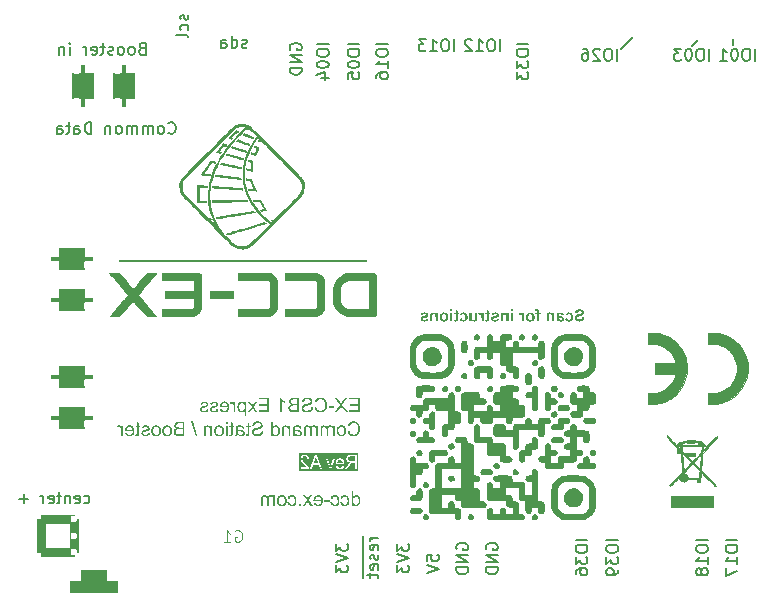
<source format=gbr>
%TF.GenerationSoftware,KiCad,Pcbnew,8.0.5*%
%TF.CreationDate,2024-10-03T19:58:32-04:00*%
%TF.ProjectId,EX-CSB1,45582d43-5342-4312-9e6b-696361645f70,rev?*%
%TF.SameCoordinates,Original*%
%TF.FileFunction,Legend,Bot*%
%TF.FilePolarity,Positive*%
%FSLAX46Y46*%
G04 Gerber Fmt 4.6, Leading zero omitted, Abs format (unit mm)*
G04 Created by KiCad (PCBNEW 8.0.5) date 2024-10-03 19:58:32*
%MOMM*%
%LPD*%
G01*
G04 APERTURE LIST*
G04 Aperture macros list*
%AMRoundRect*
0 Rectangle with rounded corners*
0 $1 Rounding radius*
0 $2 $3 $4 $5 $6 $7 $8 $9 X,Y pos of 4 corners*
0 Add a 4 corners polygon primitive as box body*
4,1,4,$2,$3,$4,$5,$6,$7,$8,$9,$2,$3,0*
0 Add four circle primitives for the rounded corners*
1,1,$1+$1,$2,$3*
1,1,$1+$1,$4,$5*
1,1,$1+$1,$6,$7*
1,1,$1+$1,$8,$9*
0 Add four rect primitives between the rounded corners*
20,1,$1+$1,$2,$3,$4,$5,0*
20,1,$1+$1,$4,$5,$6,$7,0*
20,1,$1+$1,$6,$7,$8,$9,0*
20,1,$1+$1,$8,$9,$2,$3,0*%
G04 Aperture macros list end*
%ADD10C,0.100000*%
%ADD11C,0.150000*%
%ADD12C,0.240000*%
%ADD13C,0.010000*%
%ADD14C,0.000000*%
%ADD15C,3.500000*%
%ADD16C,0.600000*%
%ADD17RoundRect,0.720000X-1.080000X0.180000X-1.080000X-0.180000X1.080000X-0.180000X1.080000X0.180000X0*%
%ADD18R,1.700000X1.700000*%
%ADD19O,1.700000X1.700000*%
%ADD20C,0.650000*%
%ADD21O,2.100000X1.000000*%
%ADD22O,1.800000X1.000000*%
%ADD23RoundRect,0.720000X0.180000X1.080000X-0.180000X1.080000X-0.180000X-1.080000X0.180000X-1.080000X0*%
%ADD24R,3.500000X3.500000*%
%ADD25RoundRect,0.350000X-1.400000X-1.400000X1.400000X-1.400000X1.400000X1.400000X-1.400000X1.400000X0*%
%ADD26RoundRect,0.875000X-1.125000X-0.875000X1.125000X-0.875000X1.125000X0.875000X-1.125000X0.875000X0*%
G04 APERTURE END LIST*
D10*
X21346506Y7734762D02*
X21441744Y7782381D01*
X21441744Y7782381D02*
X21584601Y7782381D01*
X21584601Y7782381D02*
X21727458Y7734762D01*
X21727458Y7734762D02*
X21822696Y7639524D01*
X21822696Y7639524D02*
X21870315Y7544286D01*
X21870315Y7544286D02*
X21917934Y7353810D01*
X21917934Y7353810D02*
X21917934Y7210953D01*
X21917934Y7210953D02*
X21870315Y7020477D01*
X21870315Y7020477D02*
X21822696Y6925239D01*
X21822696Y6925239D02*
X21727458Y6830000D01*
X21727458Y6830000D02*
X21584601Y6782381D01*
X21584601Y6782381D02*
X21489363Y6782381D01*
X21489363Y6782381D02*
X21346506Y6830000D01*
X21346506Y6830000D02*
X21298887Y6877620D01*
X21298887Y6877620D02*
X21298887Y7210953D01*
X21298887Y7210953D02*
X21489363Y7210953D01*
X20346506Y6782381D02*
X20917934Y6782381D01*
X20632220Y6782381D02*
X20632220Y7782381D01*
X20632220Y7782381D02*
X20727458Y7639524D01*
X20727458Y7639524D02*
X20822696Y7544286D01*
X20822696Y7544286D02*
X20917934Y7496667D01*
D11*
X60500000Y49300000D02*
X60000000Y48800000D01*
X55000000Y49500000D02*
X54000000Y48500000D01*
X63500000Y49400000D02*
X63500000Y48900000D01*
X31854819Y48976190D02*
X30854819Y48976190D01*
X30854819Y48309524D02*
X30854819Y48119048D01*
X30854819Y48119048D02*
X30902438Y48023810D01*
X30902438Y48023810D02*
X30997676Y47928572D01*
X30997676Y47928572D02*
X31188152Y47880953D01*
X31188152Y47880953D02*
X31521485Y47880953D01*
X31521485Y47880953D02*
X31711961Y47928572D01*
X31711961Y47928572D02*
X31807200Y48023810D01*
X31807200Y48023810D02*
X31854819Y48119048D01*
X31854819Y48119048D02*
X31854819Y48309524D01*
X31854819Y48309524D02*
X31807200Y48404762D01*
X31807200Y48404762D02*
X31711961Y48500000D01*
X31711961Y48500000D02*
X31521485Y48547619D01*
X31521485Y48547619D02*
X31188152Y48547619D01*
X31188152Y48547619D02*
X30997676Y48500000D01*
X30997676Y48500000D02*
X30902438Y48404762D01*
X30902438Y48404762D02*
X30854819Y48309524D01*
X30854819Y47261905D02*
X30854819Y47166667D01*
X30854819Y47166667D02*
X30902438Y47071429D01*
X30902438Y47071429D02*
X30950057Y47023810D01*
X30950057Y47023810D02*
X31045295Y46976191D01*
X31045295Y46976191D02*
X31235771Y46928572D01*
X31235771Y46928572D02*
X31473866Y46928572D01*
X31473866Y46928572D02*
X31664342Y46976191D01*
X31664342Y46976191D02*
X31759580Y47023810D01*
X31759580Y47023810D02*
X31807200Y47071429D01*
X31807200Y47071429D02*
X31854819Y47166667D01*
X31854819Y47166667D02*
X31854819Y47261905D01*
X31854819Y47261905D02*
X31807200Y47357143D01*
X31807200Y47357143D02*
X31759580Y47404762D01*
X31759580Y47404762D02*
X31664342Y47452381D01*
X31664342Y47452381D02*
X31473866Y47500000D01*
X31473866Y47500000D02*
X31235771Y47500000D01*
X31235771Y47500000D02*
X31045295Y47452381D01*
X31045295Y47452381D02*
X30950057Y47404762D01*
X30950057Y47404762D02*
X30902438Y47357143D01*
X30902438Y47357143D02*
X30854819Y47261905D01*
X30854819Y46023810D02*
X30854819Y46500000D01*
X30854819Y46500000D02*
X31331009Y46547619D01*
X31331009Y46547619D02*
X31283390Y46500000D01*
X31283390Y46500000D02*
X31235771Y46404762D01*
X31235771Y46404762D02*
X31235771Y46166667D01*
X31235771Y46166667D02*
X31283390Y46071429D01*
X31283390Y46071429D02*
X31331009Y46023810D01*
X31331009Y46023810D02*
X31426247Y45976191D01*
X31426247Y45976191D02*
X31664342Y45976191D01*
X31664342Y45976191D02*
X31759580Y46023810D01*
X31759580Y46023810D02*
X31807200Y46071429D01*
X31807200Y46071429D02*
X31854819Y46166667D01*
X31854819Y46166667D02*
X31854819Y46404762D01*
X31854819Y46404762D02*
X31807200Y46500000D01*
X31807200Y46500000D02*
X31759580Y46547619D01*
X22319047Y48692800D02*
X22223809Y48645181D01*
X22223809Y48645181D02*
X22033333Y48645181D01*
X22033333Y48645181D02*
X21938095Y48692800D01*
X21938095Y48692800D02*
X21890476Y48788039D01*
X21890476Y48788039D02*
X21890476Y48835658D01*
X21890476Y48835658D02*
X21938095Y48930896D01*
X21938095Y48930896D02*
X22033333Y48978515D01*
X22033333Y48978515D02*
X22176190Y48978515D01*
X22176190Y48978515D02*
X22271428Y49026134D01*
X22271428Y49026134D02*
X22319047Y49121372D01*
X22319047Y49121372D02*
X22319047Y49168991D01*
X22319047Y49168991D02*
X22271428Y49264229D01*
X22271428Y49264229D02*
X22176190Y49311848D01*
X22176190Y49311848D02*
X22033333Y49311848D01*
X22033333Y49311848D02*
X21938095Y49264229D01*
X21033333Y48645181D02*
X21033333Y49645181D01*
X21033333Y48692800D02*
X21128571Y48645181D01*
X21128571Y48645181D02*
X21319047Y48645181D01*
X21319047Y48645181D02*
X21414285Y48692800D01*
X21414285Y48692800D02*
X21461904Y48740420D01*
X21461904Y48740420D02*
X21509523Y48835658D01*
X21509523Y48835658D02*
X21509523Y49121372D01*
X21509523Y49121372D02*
X21461904Y49216610D01*
X21461904Y49216610D02*
X21414285Y49264229D01*
X21414285Y49264229D02*
X21319047Y49311848D01*
X21319047Y49311848D02*
X21128571Y49311848D01*
X21128571Y49311848D02*
X21033333Y49264229D01*
X20128571Y48645181D02*
X20128571Y49168991D01*
X20128571Y49168991D02*
X20176190Y49264229D01*
X20176190Y49264229D02*
X20271428Y49311848D01*
X20271428Y49311848D02*
X20461904Y49311848D01*
X20461904Y49311848D02*
X20557142Y49264229D01*
X20128571Y48692800D02*
X20223809Y48645181D01*
X20223809Y48645181D02*
X20461904Y48645181D01*
X20461904Y48645181D02*
X20557142Y48692800D01*
X20557142Y48692800D02*
X20604761Y48788039D01*
X20604761Y48788039D02*
X20604761Y48883277D01*
X20604761Y48883277D02*
X20557142Y48978515D01*
X20557142Y48978515D02*
X20461904Y49026134D01*
X20461904Y49026134D02*
X20223809Y49026134D01*
X20223809Y49026134D02*
X20128571Y49073753D01*
G36*
X31870350Y17782000D02*
G01*
X31870350Y19001261D01*
X30996644Y19001261D01*
X30996644Y18860577D01*
X31710615Y18860577D01*
X31710615Y18476041D01*
X31042073Y18476041D01*
X31042073Y18335357D01*
X31710615Y18335357D01*
X31710615Y17922684D01*
X30968508Y17922684D01*
X30968508Y17782000D01*
X31870350Y17782000D01*
G37*
G36*
X30877063Y17782000D02*
G01*
X30409582Y18417423D01*
X30821669Y19001261D01*
X30631452Y19001261D01*
X30411927Y18691463D01*
X30376643Y18640724D01*
X30342020Y18588217D01*
X30314914Y18542866D01*
X30282477Y18593149D01*
X30245836Y18645081D01*
X30219073Y18680619D01*
X29976100Y19001261D01*
X29802004Y19001261D01*
X30226693Y18426509D01*
X29769177Y17782000D01*
X29967014Y17782000D01*
X30270950Y18213138D01*
X30303648Y18262185D01*
X30323706Y18294031D01*
X30354665Y18244183D01*
X30381445Y18203173D01*
X30684795Y17782000D01*
X30877063Y17782000D01*
G37*
G36*
X29711145Y18138400D02*
G01*
X29711145Y18288462D01*
X29255388Y18288462D01*
X29255388Y18138400D01*
X29711145Y18138400D01*
G37*
G36*
X28213155Y18213431D02*
G01*
X28053127Y18172984D01*
X28070841Y18112838D01*
X28092477Y18057328D01*
X28123616Y17996837D01*
X28160401Y17943022D01*
X28202833Y17895885D01*
X28234258Y17868169D01*
X28285218Y17832511D01*
X28340279Y17804230D01*
X28399441Y17783326D01*
X28462704Y17769801D01*
X28530068Y17763653D01*
X28553434Y17763243D01*
X28612744Y17765196D01*
X28679211Y17772697D01*
X28740548Y17785825D01*
X28796753Y17804578D01*
X28855839Y17833567D01*
X28871438Y17843257D01*
X28922118Y17881685D01*
X28967216Y17926957D01*
X29006732Y17979074D01*
X29040667Y18038034D01*
X29057551Y18074799D01*
X29079265Y18132515D01*
X29096487Y18191797D01*
X29109216Y18252646D01*
X29117452Y18315061D01*
X29121196Y18379041D01*
X29121445Y18400716D01*
X29118911Y18470227D01*
X29111306Y18536317D01*
X29098632Y18598986D01*
X29080889Y18658234D01*
X29058076Y18714061D01*
X29049345Y18731910D01*
X29014884Y18790462D01*
X28974588Y18842506D01*
X28928458Y18888043D01*
X28876494Y18927072D01*
X28844181Y18946453D01*
X28784575Y18975118D01*
X28722445Y18996742D01*
X28657790Y19011326D01*
X28590611Y19018869D01*
X28551090Y19020019D01*
X28485086Y19016732D01*
X28423141Y19006871D01*
X28365257Y18990436D01*
X28302856Y18962953D01*
X28245981Y18926522D01*
X28195460Y18881971D01*
X28152119Y18830127D01*
X28120685Y18779885D01*
X28094526Y18724285D01*
X28073644Y18663326D01*
X28231327Y18626104D01*
X28251487Y18681582D01*
X28278991Y18736399D01*
X28315627Y18787121D01*
X28353253Y18822475D01*
X28407269Y18854933D01*
X28469299Y18875369D01*
X28531978Y18883483D01*
X28554314Y18884024D01*
X28613048Y18880799D01*
X28674849Y18869212D01*
X28730971Y18849200D01*
X28787321Y18816613D01*
X28835531Y18775055D01*
X28874977Y18726216D01*
X28905660Y18670098D01*
X28918919Y18635776D01*
X28935461Y18578605D01*
X28947276Y18520518D01*
X28954365Y18461515D01*
X28956728Y18401596D01*
X28954582Y18335400D01*
X28948145Y18272992D01*
X28937416Y18214370D01*
X28919899Y18152010D01*
X28911885Y18129900D01*
X28886221Y18075660D01*
X28849949Y18023354D01*
X28805840Y17980276D01*
X28772080Y17956683D01*
X28717436Y17928914D01*
X28660334Y17910233D01*
X28600774Y17900640D01*
X28566623Y17899237D01*
X28502070Y17904183D01*
X28442646Y17919021D01*
X28388351Y17943750D01*
X28339184Y17978372D01*
X28296356Y18022738D01*
X28261076Y18076704D01*
X28236396Y18131798D01*
X28217494Y18194240D01*
X28213155Y18213431D01*
G37*
G36*
X27917426Y18181191D02*
G01*
X27766777Y18194673D01*
X27755997Y18133606D01*
X27736653Y18076151D01*
X27716951Y18039335D01*
X27677930Y17993862D01*
X27629289Y17958670D01*
X27595318Y17941149D01*
X27536106Y17919957D01*
X27478128Y17908325D01*
X27416201Y17903963D01*
X27409792Y17903927D01*
X27349452Y17907147D01*
X27289393Y17918008D01*
X27248298Y17931184D01*
X27193705Y17959162D01*
X27148349Y18000616D01*
X27143958Y18006509D01*
X27117201Y18059979D01*
X27109666Y18111142D01*
X27120145Y18170895D01*
X27142785Y18211086D01*
X27186383Y18250654D01*
X27242202Y18279505D01*
X27251522Y18283187D01*
X27310498Y18302148D01*
X27374110Y18319356D01*
X27436473Y18335048D01*
X27466651Y18342391D01*
X27525576Y18357394D01*
X27585467Y18374480D01*
X27642235Y18393458D01*
X27699952Y18418595D01*
X27754200Y18452793D01*
X27798058Y18492117D01*
X27828912Y18532315D01*
X27854810Y18585401D01*
X27868754Y18643103D01*
X27871411Y18684136D01*
X27865281Y18746154D01*
X27846890Y18805263D01*
X27819533Y18856474D01*
X27782290Y18902887D01*
X27735773Y18941745D01*
X27679983Y18973046D01*
X27667712Y18978400D01*
X27609873Y18998518D01*
X27548464Y19012053D01*
X27483484Y19019003D01*
X27445842Y19020019D01*
X27380702Y19017289D01*
X27319519Y19009101D01*
X27262293Y18995454D01*
X27209024Y18976348D01*
X27155077Y18948679D01*
X27103947Y18910268D01*
X27062090Y18863786D01*
X27051341Y18848267D01*
X27021728Y18793152D01*
X27002133Y18733687D01*
X26992556Y18669871D01*
X26991843Y18656585D01*
X27145130Y18644862D01*
X27156737Y18705650D01*
X27180620Y18762643D01*
X27220246Y18812508D01*
X27228954Y18820130D01*
X27280108Y18851351D01*
X27337501Y18869564D01*
X27397548Y18877889D01*
X27439394Y18879335D01*
X27499108Y18876768D01*
X27558147Y18867550D01*
X27618139Y18846598D01*
X27651006Y18825699D01*
X27691370Y18782560D01*
X27714916Y18724312D01*
X27717244Y18696739D01*
X27705448Y18636948D01*
X27670057Y18588881D01*
X27614607Y18556898D01*
X27554377Y18535209D01*
X27496991Y18518750D01*
X27429136Y18502126D01*
X27371211Y18488561D01*
X27309580Y18472981D01*
X27248537Y18455768D01*
X27187242Y18435163D01*
X27161543Y18424457D01*
X27106574Y18394861D01*
X27055775Y18357137D01*
X27012393Y18309756D01*
X27005912Y18300479D01*
X26977210Y18246194D01*
X26960423Y18186506D01*
X26955500Y18127555D01*
X26960909Y18068010D01*
X26977138Y18010639D01*
X27004186Y17955444D01*
X27010894Y17944666D01*
X27050055Y17894715D01*
X27098661Y17852205D01*
X27150483Y17820309D01*
X27169457Y17811017D01*
X27229694Y17787923D01*
X27286663Y17773740D01*
X27346857Y17765529D01*
X27402171Y17763243D01*
X27461855Y17764963D01*
X27526773Y17771321D01*
X27586613Y17782362D01*
X27648785Y17800717D01*
X27677384Y17812189D01*
X27729792Y17839721D01*
X27781614Y17878008D01*
X27825877Y17924039D01*
X27851187Y17959028D01*
X27881903Y18016297D01*
X27903161Y18077647D01*
X27914115Y18135606D01*
X27917426Y18181191D01*
G37*
G36*
X26750043Y17782000D02*
G01*
X26289303Y17782000D01*
X26275009Y17782081D01*
X26214172Y17784425D01*
X26153264Y17790836D01*
X26094397Y17802517D01*
X26070143Y17809492D01*
X26013243Y17832048D01*
X25961920Y17863480D01*
X25942734Y17879843D01*
X25902615Y17927319D01*
X25873406Y17978372D01*
X25857763Y18016345D01*
X25842678Y18076122D01*
X25837719Y18138400D01*
X26003246Y18138400D01*
X26007846Y18088720D01*
X26027279Y18032594D01*
X26045194Y18003722D01*
X26088242Y17962838D01*
X26124090Y17944445D01*
X26180566Y17928546D01*
X26230407Y17923806D01*
X26289303Y17922684D01*
X26590015Y17922684D01*
X26590015Y18354115D01*
X26310699Y18354115D01*
X26256349Y18352796D01*
X26192684Y18346675D01*
X26133965Y18333012D01*
X26079157Y18304436D01*
X26037831Y18260326D01*
X26035703Y18257066D01*
X26010845Y18200078D01*
X26003246Y18138400D01*
X25837719Y18138400D01*
X25837649Y18139279D01*
X25837879Y18152648D01*
X25845934Y18216092D01*
X25865494Y18273869D01*
X25896561Y18325978D01*
X25908052Y18340409D01*
X25952794Y18382632D01*
X26007440Y18415811D01*
X26065088Y18437939D01*
X26025283Y18460525D01*
X25975672Y18500519D01*
X25938180Y18547848D01*
X25923836Y18573766D01*
X25902940Y18632043D01*
X25898076Y18674757D01*
X26053658Y18674757D01*
X26059548Y18623201D01*
X26084432Y18568951D01*
X26122827Y18532974D01*
X26176463Y18508867D01*
X26207122Y18502067D01*
X26268271Y18496173D01*
X26328870Y18494799D01*
X26590015Y18494799D01*
X26590015Y18860577D01*
X26348508Y18860577D01*
X26288222Y18859514D01*
X26226312Y18855198D01*
X26164739Y18843578D01*
X26125272Y18825025D01*
X26082381Y18780856D01*
X26061764Y18734771D01*
X26053658Y18674757D01*
X25898076Y18674757D01*
X25895974Y18693222D01*
X25899730Y18739322D01*
X25916423Y18799057D01*
X25943455Y18852077D01*
X25976680Y18895812D01*
X26021426Y18934928D01*
X26074760Y18964624D01*
X26113928Y18978900D01*
X26171993Y18992102D01*
X26230886Y18998971D01*
X26296630Y19001261D01*
X26750043Y19001261D01*
X26750043Y17782000D01*
G37*
G36*
X25125144Y17782000D02*
G01*
X25273448Y17782000D01*
X25273448Y18732203D01*
X25318374Y18693295D01*
X25367810Y18657629D01*
X25414132Y18628449D01*
X25466791Y18598727D01*
X25520683Y18571852D01*
X25570350Y18551072D01*
X25570350Y18701135D01*
X25517354Y18727688D01*
X25460462Y18760885D01*
X25407490Y18797123D01*
X25358439Y18836402D01*
X25352583Y18841526D01*
X25309389Y18882394D01*
X25268940Y18927626D01*
X25234113Y18976959D01*
X25220692Y19001261D01*
X25125144Y19001261D01*
X25125144Y17782000D01*
G37*
G36*
X24219491Y17782000D02*
G01*
X24219491Y19001261D01*
X23345786Y19001261D01*
X23345786Y18860577D01*
X24059757Y18860577D01*
X24059757Y18476041D01*
X23391215Y18476041D01*
X23391215Y18335357D01*
X24059757Y18335357D01*
X24059757Y17922684D01*
X23317649Y17922684D01*
X23317649Y17782000D01*
X24219491Y17782000D01*
G37*
G36*
X23221222Y17782000D02*
G01*
X22901459Y18240102D01*
X23197189Y18663619D01*
X23011662Y18663619D01*
X22877426Y18456990D01*
X22845200Y18405947D01*
X22816463Y18358218D01*
X22783679Y18406832D01*
X22749638Y18455231D01*
X22602213Y18663619D01*
X22424893Y18663619D01*
X22727363Y18248602D01*
X22401739Y17782000D01*
X22584041Y17782000D01*
X22763706Y18056041D01*
X22811480Y18129900D01*
X23041557Y17782000D01*
X23221222Y17782000D01*
G37*
G36*
X21919940Y18681554D02*
G01*
X21982116Y18671713D01*
X22039771Y18648672D01*
X22065468Y18632327D01*
X22110067Y18593488D01*
X22147628Y18547848D01*
X22147628Y18663619D01*
X22282743Y18663619D01*
X22282743Y17444359D01*
X22134439Y17444359D01*
X22134439Y17873738D01*
X22132055Y17870768D01*
X22088312Y17827611D01*
X22037719Y17794603D01*
X22022684Y17787253D01*
X21966384Y17769245D01*
X21904362Y17763243D01*
X21885433Y17763748D01*
X21823563Y17772723D01*
X21763583Y17792919D01*
X21711215Y17820689D01*
X21683529Y17839956D01*
X21639103Y17880803D01*
X21601633Y17929580D01*
X21571117Y17986285D01*
X21549960Y18042046D01*
X21534847Y18101177D01*
X21525780Y18163679D01*
X21522757Y18229551D01*
X21522767Y18229844D01*
X21674579Y18229844D01*
X21674855Y18208150D01*
X21678993Y18147394D01*
X21690099Y18084717D01*
X21711069Y18023905D01*
X21745214Y17969286D01*
X21754118Y17959100D01*
X21801968Y17918027D01*
X21855371Y17893383D01*
X21914327Y17885169D01*
X21977832Y17894762D01*
X22034548Y17923542D01*
X22080217Y17966355D01*
X22088487Y17976849D01*
X22119097Y18032630D01*
X22137237Y18093968D01*
X22146107Y18156716D01*
X22148508Y18217241D01*
X22148222Y18238139D01*
X22142735Y18306322D01*
X22130263Y18366791D01*
X22107456Y18426454D01*
X22075528Y18476041D01*
X22066321Y18486830D01*
X22022791Y18526769D01*
X21970401Y18554612D01*
X21907879Y18565141D01*
X21845210Y18555236D01*
X21788982Y18525521D01*
X21743455Y18481317D01*
X21735115Y18470546D01*
X21704241Y18413915D01*
X21685946Y18352366D01*
X21677000Y18289855D01*
X21674579Y18229844D01*
X21522767Y18229844D01*
X21524293Y18275991D01*
X21531116Y18335699D01*
X21545318Y18399850D01*
X21566428Y18460800D01*
X21574987Y18480167D01*
X21605116Y18533258D01*
X21646424Y18583438D01*
X21695974Y18624345D01*
X21712256Y18634716D01*
X21769912Y18661919D01*
X21832778Y18677787D01*
X21893811Y18682377D01*
X21919940Y18681554D01*
G37*
G36*
X21350127Y17782000D02*
G01*
X21350127Y18663619D01*
X21216477Y18663619D01*
X21216477Y18528504D01*
X21185376Y18581038D01*
X21147255Y18630589D01*
X21122394Y18652482D01*
X21067784Y18677443D01*
X21026847Y18682377D01*
X20965497Y18674444D01*
X20908179Y18653040D01*
X20874439Y18634310D01*
X20925437Y18495678D01*
X20979952Y18519638D01*
X21034467Y18527625D01*
X21094033Y18514876D01*
X21121808Y18498023D01*
X21161467Y18452456D01*
X21176909Y18416543D01*
X21192091Y18354871D01*
X21199852Y18294644D01*
X21201822Y18242740D01*
X21201822Y17782000D01*
X21350127Y17782000D01*
G37*
G36*
X20452233Y18681899D02*
G01*
X20516300Y18674720D01*
X20575606Y18658928D01*
X20630152Y18634521D01*
X20679937Y18601500D01*
X20724963Y18559865D01*
X20757723Y18519154D01*
X20789707Y18463897D01*
X20813695Y18401654D01*
X20827577Y18344449D01*
X20835906Y18282391D01*
X20838682Y18215483D01*
X20837693Y18176096D01*
X20831648Y18114183D01*
X20817140Y18046046D01*
X20794718Y17984627D01*
X20764383Y17929927D01*
X20726135Y17881945D01*
X20711756Y17867571D01*
X20664897Y17830013D01*
X20612453Y17800801D01*
X20554425Y17779935D01*
X20490811Y17767416D01*
X20421613Y17763243D01*
X20402774Y17763531D01*
X20340173Y17769085D01*
X20282761Y17781707D01*
X20223501Y17804788D01*
X20171020Y17837102D01*
X20164944Y17841776D01*
X20120682Y17883377D01*
X20084151Y17932451D01*
X20055350Y17989000D01*
X20036491Y18044610D01*
X20190071Y18063368D01*
X20205967Y18025018D01*
X20238569Y17970565D01*
X20281515Y17927667D01*
X20300138Y17915424D01*
X20358450Y17892183D01*
X20420734Y17885169D01*
X20434295Y17885461D01*
X20497876Y17895679D01*
X20554417Y17920494D01*
X20603916Y17959907D01*
X20636486Y18001544D01*
X20663405Y18058239D01*
X20678691Y18117394D01*
X20685395Y18175915D01*
X20032387Y18175915D01*
X20031801Y18216362D01*
X20033542Y18270204D01*
X20036646Y18297841D01*
X20188312Y18297841D01*
X20677189Y18297841D01*
X20675216Y18319840D01*
X20662777Y18380768D01*
X20637480Y18439547D01*
X20600106Y18488937D01*
X20595714Y18493337D01*
X20548304Y18529653D01*
X20488814Y18553467D01*
X20428061Y18560451D01*
X20400506Y18559050D01*
X20343295Y18545650D01*
X20287505Y18514119D01*
X20244293Y18470765D01*
X20214851Y18419520D01*
X20196769Y18358207D01*
X20188312Y18297841D01*
X20036646Y18297841D01*
X20040611Y18333140D01*
X20053119Y18391224D01*
X20075307Y18454522D01*
X20105326Y18510833D01*
X20143176Y18560158D01*
X20187099Y18601694D01*
X20244072Y18639290D01*
X20307216Y18665190D01*
X20366251Y18678081D01*
X20429819Y18682377D01*
X20452233Y18681899D01*
G37*
G36*
X19914272Y18040507D02*
G01*
X19767433Y18063368D01*
X19752018Y18004388D01*
X19721365Y17953237D01*
X19698849Y17931184D01*
X19645488Y17901391D01*
X19583094Y17887371D01*
X19540873Y17885169D01*
X19482095Y17889262D01*
X19425162Y17904979D01*
X19389052Y17927081D01*
X19351903Y17972950D01*
X19339519Y18026146D01*
X19358453Y18083481D01*
X19383483Y18106160D01*
X19441430Y18130396D01*
X19499395Y18147512D01*
X19535011Y18156864D01*
X19592707Y18171970D01*
X19651110Y18188604D01*
X19712105Y18208423D01*
X19761278Y18228379D01*
X19813657Y18261704D01*
X19854763Y18308323D01*
X19856826Y18311617D01*
X19881226Y18367744D01*
X19889359Y18429439D01*
X19881832Y18489323D01*
X19862688Y18538176D01*
X19828807Y18586547D01*
X19789708Y18621121D01*
X19736631Y18650156D01*
X19695332Y18664499D01*
X19637411Y18677332D01*
X19575755Y18682307D01*
X19567251Y18682377D01*
X19505261Y18679515D01*
X19442825Y18669755D01*
X19386414Y18653068D01*
X19329793Y18625820D01*
X19283856Y18588794D01*
X19271229Y18573640D01*
X19241485Y18519184D01*
X19224041Y18459903D01*
X19220231Y18439405D01*
X19365311Y18419767D01*
X19384436Y18478752D01*
X19422464Y18523229D01*
X19475543Y18549946D01*
X19535401Y18559870D01*
X19556407Y18560451D01*
X19619804Y18556434D01*
X19676868Y18541327D01*
X19702367Y18526453D01*
X19739896Y18479375D01*
X19746037Y18446732D01*
X19727866Y18394562D01*
X19680357Y18358786D01*
X19671006Y18354701D01*
X19614073Y18337310D01*
X19553248Y18320251D01*
X19539994Y18316599D01*
X19475694Y18298864D01*
X19413371Y18280381D01*
X19357490Y18261864D01*
X19320468Y18247430D01*
X19267867Y18216805D01*
X19224819Y18172356D01*
X19222576Y18169174D01*
X19197121Y18115615D01*
X19187424Y18055749D01*
X19187112Y18041679D01*
X19194271Y17982406D01*
X19215748Y17926034D01*
X19230489Y17900996D01*
X19268243Y17855919D01*
X19316878Y17819168D01*
X19355346Y17799293D01*
X19413926Y17778768D01*
X19471629Y17767502D01*
X19533567Y17763278D01*
X19539994Y17763243D01*
X19601107Y17765695D01*
X19665191Y17774755D01*
X19728915Y17793284D01*
X19782491Y17820532D01*
X19799966Y17832998D01*
X19845149Y17877733D01*
X19880131Y17933133D01*
X19902662Y17991330D01*
X19914272Y18040507D01*
G37*
G36*
X19074858Y18040507D02*
G01*
X18928019Y18063368D01*
X18912604Y18004388D01*
X18881952Y17953237D01*
X18859436Y17931184D01*
X18806074Y17901391D01*
X18743680Y17887371D01*
X18701459Y17885169D01*
X18642681Y17889262D01*
X18585748Y17904979D01*
X18549638Y17927081D01*
X18512489Y17972950D01*
X18500106Y18026146D01*
X18519039Y18083481D01*
X18544069Y18106160D01*
X18602016Y18130396D01*
X18659982Y18147512D01*
X18695598Y18156864D01*
X18753293Y18171970D01*
X18811697Y18188604D01*
X18872691Y18208423D01*
X18921864Y18228379D01*
X18974243Y18261704D01*
X19015349Y18308323D01*
X19017412Y18311617D01*
X19041812Y18367744D01*
X19049945Y18429439D01*
X19042418Y18489323D01*
X19023274Y18538176D01*
X18989393Y18586547D01*
X18950294Y18621121D01*
X18897217Y18650156D01*
X18855919Y18664499D01*
X18797997Y18677332D01*
X18736341Y18682307D01*
X18727838Y18682377D01*
X18665848Y18679515D01*
X18603411Y18669755D01*
X18547000Y18653068D01*
X18490379Y18625820D01*
X18444442Y18588794D01*
X18431815Y18573640D01*
X18402071Y18519184D01*
X18384628Y18459903D01*
X18380817Y18439405D01*
X18525898Y18419767D01*
X18545022Y18478752D01*
X18583050Y18523229D01*
X18636129Y18549946D01*
X18695987Y18559870D01*
X18716993Y18560451D01*
X18780390Y18556434D01*
X18837454Y18541327D01*
X18862953Y18526453D01*
X18900482Y18479375D01*
X18906623Y18446732D01*
X18888452Y18394562D01*
X18840943Y18358786D01*
X18831592Y18354701D01*
X18774659Y18337310D01*
X18713834Y18320251D01*
X18700580Y18316599D01*
X18636280Y18298864D01*
X18573957Y18280381D01*
X18518076Y18261864D01*
X18481055Y18247430D01*
X18428453Y18216805D01*
X18385405Y18172356D01*
X18383162Y18169174D01*
X18357707Y18115615D01*
X18348010Y18055749D01*
X18347698Y18041679D01*
X18354857Y17982406D01*
X18376334Y17926034D01*
X18391076Y17900996D01*
X18428829Y17855919D01*
X18477464Y17819168D01*
X18515933Y17799293D01*
X18574512Y17778768D01*
X18632215Y17767502D01*
X18694153Y17763278D01*
X18700580Y17763243D01*
X18761693Y17765695D01*
X18825777Y17774755D01*
X18889501Y17793284D01*
X18943077Y17820532D01*
X18960552Y17832998D01*
X19005735Y17877733D01*
X19040717Y17933133D01*
X19063249Y17991330D01*
X19074858Y18040507D01*
G37*
G36*
X31011592Y16197431D02*
G01*
X30851564Y16156984D01*
X30869278Y16096838D01*
X30890914Y16041328D01*
X30922053Y15980837D01*
X30958838Y15927022D01*
X31001270Y15879885D01*
X31032695Y15852169D01*
X31083655Y15816511D01*
X31138716Y15788230D01*
X31197878Y15767326D01*
X31261141Y15753801D01*
X31328505Y15747653D01*
X31351871Y15747243D01*
X31411181Y15749196D01*
X31477648Y15756697D01*
X31538984Y15769825D01*
X31595189Y15788578D01*
X31654276Y15817567D01*
X31669875Y15827257D01*
X31720555Y15865685D01*
X31765653Y15910957D01*
X31805169Y15963074D01*
X31839104Y16022034D01*
X31855988Y16058799D01*
X31877702Y16116515D01*
X31894924Y16175797D01*
X31907653Y16236646D01*
X31915889Y16299061D01*
X31919633Y16363041D01*
X31919882Y16384716D01*
X31917347Y16454227D01*
X31909743Y16520317D01*
X31897069Y16582986D01*
X31879326Y16642234D01*
X31856513Y16698061D01*
X31847782Y16715910D01*
X31813321Y16774462D01*
X31773025Y16826506D01*
X31726895Y16872043D01*
X31674931Y16911072D01*
X31642618Y16930453D01*
X31583012Y16959118D01*
X31520882Y16980742D01*
X31456227Y16995326D01*
X31389048Y17002869D01*
X31349526Y17004019D01*
X31283522Y17000732D01*
X31221578Y16990871D01*
X31163694Y16974436D01*
X31101293Y16946953D01*
X31044418Y16910522D01*
X30993897Y16865971D01*
X30950556Y16814127D01*
X30919122Y16763885D01*
X30892963Y16708285D01*
X30872080Y16647326D01*
X31029764Y16610104D01*
X31049923Y16665582D01*
X31077428Y16720399D01*
X31114064Y16771121D01*
X31151690Y16806475D01*
X31205705Y16838933D01*
X31267736Y16859369D01*
X31330415Y16867483D01*
X31352750Y16868024D01*
X31411485Y16864799D01*
X31473286Y16853212D01*
X31529408Y16833200D01*
X31585758Y16800613D01*
X31633968Y16759055D01*
X31673414Y16710216D01*
X31704097Y16654098D01*
X31717356Y16619776D01*
X31733897Y16562605D01*
X31745713Y16504518D01*
X31752802Y16445515D01*
X31755165Y16385596D01*
X31753019Y16319400D01*
X31746582Y16256992D01*
X31735853Y16198370D01*
X31718336Y16136010D01*
X31710322Y16113900D01*
X31684658Y16059660D01*
X31648385Y16007354D01*
X31604277Y15964276D01*
X31570517Y15940683D01*
X31515873Y15912914D01*
X31458770Y15894233D01*
X31399211Y15884640D01*
X31365060Y15883237D01*
X31300507Y15888183D01*
X31241083Y15903021D01*
X31186787Y15927750D01*
X31137621Y15962372D01*
X31094793Y16006738D01*
X31059512Y16060704D01*
X31034833Y16115798D01*
X31015931Y16178240D01*
X31011592Y16197431D01*
G37*
G36*
X30364991Y16664852D02*
G01*
X30430950Y16654845D01*
X30492169Y16635496D01*
X30548647Y16606807D01*
X30600385Y16568778D01*
X30608715Y16561291D01*
X30653146Y16511186D01*
X30688056Y16452199D01*
X30709875Y16396258D01*
X30725082Y16334149D01*
X30733677Y16265872D01*
X30735793Y16206810D01*
X30734021Y16152753D01*
X30726821Y16089767D01*
X30714082Y16031876D01*
X30691486Y15969131D01*
X30660914Y15913723D01*
X30622367Y15865652D01*
X30607913Y15851313D01*
X30561257Y15813848D01*
X30509655Y15784708D01*
X30453106Y15763894D01*
X30391612Y15751405D01*
X30325172Y15747243D01*
X30289796Y15748552D01*
X30228320Y15757509D01*
X30169672Y15774951D01*
X30113853Y15800878D01*
X30084667Y15818790D01*
X30037830Y15856369D01*
X29998319Y15900810D01*
X29966135Y15952114D01*
X29954251Y15977571D01*
X29935237Y16035274D01*
X29923798Y16093186D01*
X29917213Y16158027D01*
X29915635Y16212086D01*
X30068131Y16212086D01*
X30068417Y16190744D01*
X30072710Y16130881D01*
X30084231Y16068933D01*
X30105984Y16008543D01*
X30141404Y15953872D01*
X30155469Y15938735D01*
X30207081Y15899030D01*
X30265963Y15875869D01*
X30325172Y15869169D01*
X30345720Y15869908D01*
X30409376Y15883051D01*
X30465590Y15912624D01*
X30509819Y15953286D01*
X30522914Y15969860D01*
X30551536Y16021362D01*
X30570999Y16083488D01*
X30580516Y16146564D01*
X30583092Y16207103D01*
X30582806Y16227980D01*
X30578513Y16286586D01*
X30566992Y16347328D01*
X30545239Y16406683D01*
X30509819Y16460627D01*
X30495746Y16475607D01*
X30443997Y16514900D01*
X30384806Y16537821D01*
X30325172Y16544451D01*
X30304936Y16543709D01*
X30242058Y16530520D01*
X30186222Y16500845D01*
X30141990Y16460041D01*
X30133046Y16449215D01*
X30099939Y16392790D01*
X30080320Y16332047D01*
X30070727Y16270722D01*
X30068131Y16212086D01*
X29915635Y16212086D01*
X29915430Y16219120D01*
X29916437Y16257614D01*
X29922592Y16318221D01*
X29937365Y16385094D01*
X29960195Y16445579D01*
X29991083Y16499675D01*
X30030029Y16547382D01*
X30044611Y16561792D01*
X30091450Y16599443D01*
X30142925Y16628727D01*
X30199037Y16649644D01*
X30259786Y16662194D01*
X30325172Y16666377D01*
X30364991Y16664852D01*
G37*
G36*
X29746023Y15766000D02*
G01*
X29746023Y16647619D01*
X29613253Y16647619D01*
X29613253Y16525693D01*
X29575415Y16573068D01*
X29528580Y16612316D01*
X29503930Y16627689D01*
X29449854Y16651265D01*
X29390503Y16663959D01*
X29348005Y16666377D01*
X29285263Y16661667D01*
X29226297Y16645785D01*
X29188563Y16626517D01*
X29141007Y16585524D01*
X29107588Y16532302D01*
X29100636Y16514849D01*
X29059523Y16566345D01*
X29014000Y16607187D01*
X28955316Y16641369D01*
X28890629Y16661050D01*
X28830406Y16666377D01*
X28768966Y16661834D01*
X28708868Y16645863D01*
X28653295Y16614631D01*
X28629931Y16593691D01*
X28592991Y16540774D01*
X28571443Y16480032D01*
X28561592Y16415607D01*
X28559882Y16370355D01*
X28559882Y15766000D01*
X28707600Y15766000D01*
X28707600Y16322581D01*
X28709620Y16382935D01*
X28718596Y16441224D01*
X28721962Y16451834D01*
X28754871Y16500688D01*
X28774425Y16515435D01*
X28829729Y16536887D01*
X28863232Y16539762D01*
X28922999Y16532420D01*
X28979746Y16507663D01*
X29016519Y16477626D01*
X29051227Y16426279D01*
X29070278Y16364271D01*
X29076946Y16304156D01*
X29077482Y16279204D01*
X29077482Y15766000D01*
X29226079Y15766000D01*
X29226079Y16340167D01*
X29230374Y16402789D01*
X29246522Y16461616D01*
X29262422Y16489643D01*
X29310050Y16527232D01*
X29370717Y16539566D01*
X29380831Y16539762D01*
X29441208Y16531409D01*
X29496896Y16506349D01*
X29542691Y16465463D01*
X29572448Y16413024D01*
X29573979Y16409043D01*
X29589350Y16347745D01*
X29595841Y16287822D01*
X29597719Y16224395D01*
X29597719Y15766000D01*
X29746023Y15766000D01*
G37*
G36*
X28347391Y15766000D02*
G01*
X28347391Y16647619D01*
X28214621Y16647619D01*
X28214621Y16525693D01*
X28176783Y16573068D01*
X28129948Y16612316D01*
X28105297Y16627689D01*
X28051222Y16651265D01*
X27991871Y16663959D01*
X27949373Y16666377D01*
X27886631Y16661667D01*
X27827664Y16645785D01*
X27789931Y16626517D01*
X27742375Y16585524D01*
X27708955Y16532302D01*
X27702004Y16514849D01*
X27660891Y16566345D01*
X27615368Y16607187D01*
X27556684Y16641369D01*
X27491997Y16661050D01*
X27431773Y16666377D01*
X27370334Y16661834D01*
X27310236Y16645863D01*
X27254663Y16614631D01*
X27231299Y16593691D01*
X27194359Y16540774D01*
X27172811Y16480032D01*
X27162960Y16415607D01*
X27161250Y16370355D01*
X27161250Y15766000D01*
X27308968Y15766000D01*
X27308968Y16322581D01*
X27310988Y16382935D01*
X27319964Y16441224D01*
X27323330Y16451834D01*
X27356239Y16500688D01*
X27375793Y16515435D01*
X27431097Y16536887D01*
X27464600Y16539762D01*
X27524367Y16532420D01*
X27581114Y16507663D01*
X27617886Y16477626D01*
X27652595Y16426279D01*
X27671646Y16364271D01*
X27678314Y16304156D01*
X27678849Y16279204D01*
X27678849Y15766000D01*
X27827447Y15766000D01*
X27827447Y16340167D01*
X27831741Y16402789D01*
X27847890Y16461616D01*
X27863790Y16489643D01*
X27911418Y16527232D01*
X27972085Y16539566D01*
X27982199Y16539762D01*
X28042576Y16531409D01*
X28098263Y16506349D01*
X28144059Y16465463D01*
X28173816Y16413024D01*
X28175346Y16409043D01*
X28190717Y16347745D01*
X28197209Y16287822D01*
X28199087Y16224395D01*
X28199087Y15766000D01*
X28347391Y15766000D01*
G37*
G36*
X26592619Y16666259D02*
G01*
X26653143Y16662810D01*
X26715333Y16653376D01*
X26777593Y16636189D01*
X26813114Y16621876D01*
X26865067Y16591596D01*
X26908605Y16550606D01*
X26932000Y16516688D01*
X26956991Y16462881D01*
X26973672Y16404940D01*
X26828591Y16385010D01*
X26822180Y16406442D01*
X26795776Y16464458D01*
X26754732Y16509280D01*
X26718239Y16527828D01*
X26660317Y16541017D01*
X26600273Y16544451D01*
X26541512Y16540487D01*
X26481594Y16524874D01*
X26431159Y16494333D01*
X26419085Y16481497D01*
X26395141Y16427448D01*
X26389247Y16367424D01*
X26389833Y16328736D01*
X26400828Y16325031D01*
X26459455Y16309153D01*
X26524141Y16296128D01*
X26590449Y16285574D01*
X26654495Y16277152D01*
X26665349Y16275793D01*
X26727413Y16266792D01*
X26786386Y16254584D01*
X26839525Y16235444D01*
X26893364Y16205345D01*
X26936083Y16167682D01*
X26969861Y16119176D01*
X26971665Y16115812D01*
X26992730Y16058962D01*
X26999170Y16000474D01*
X26998868Y15986780D01*
X26988289Y15922946D01*
X26962598Y15866841D01*
X26921794Y15818464D01*
X26878801Y15787305D01*
X26820494Y15762892D01*
X26759828Y15750651D01*
X26699924Y15747243D01*
X26656950Y15749074D01*
X26595098Y15758692D01*
X26536379Y15776552D01*
X26526794Y15780378D01*
X26473258Y15807234D01*
X26423387Y15840184D01*
X26377524Y15876789D01*
X26368684Y15824424D01*
X26347921Y15766000D01*
X26192876Y15766000D01*
X26215197Y15814502D01*
X26230685Y15871807D01*
X26232883Y15887972D01*
X26237096Y15949304D01*
X26238955Y16010016D01*
X26239835Y16073708D01*
X26240064Y16135003D01*
X26240064Y16156398D01*
X26389833Y16156398D01*
X26390420Y16126537D01*
X26396616Y16064562D01*
X26413867Y16006335D01*
X26424533Y15986407D01*
X26463610Y15937841D01*
X26512053Y15902288D01*
X26542086Y15887556D01*
X26602773Y15869796D01*
X26664460Y15864479D01*
X26685430Y15865107D01*
X26744663Y15875812D01*
X26796058Y15904633D01*
X26828245Y15946720D01*
X26840901Y16005163D01*
X26840180Y16019743D01*
X26820385Y16076970D01*
X26810467Y16090332D01*
X26761766Y16125917D01*
X26751407Y16130043D01*
X26693302Y16145540D01*
X26632220Y16156105D01*
X26565424Y16166570D01*
X26506341Y16177960D01*
X26448263Y16192111D01*
X26389833Y16211499D01*
X26389833Y16156398D01*
X26240064Y16156398D01*
X26240064Y16334012D01*
X26240092Y16346192D01*
X26241466Y16409225D01*
X26247391Y16471472D01*
X26262746Y16521232D01*
X26293699Y16573174D01*
X26295787Y16575670D01*
X26342406Y16613988D01*
X26396575Y16639706D01*
X26400994Y16641347D01*
X26460406Y16656975D01*
X26518922Y16664268D01*
X26578584Y16666377D01*
X26592619Y16666259D01*
G37*
G36*
X26014383Y15766000D02*
G01*
X26014383Y16647619D01*
X25881027Y16647619D01*
X25881027Y16523935D01*
X25841847Y16572343D01*
X25796630Y16610736D01*
X25736245Y16642869D01*
X25677945Y16659561D01*
X25613607Y16666238D01*
X25602297Y16666377D01*
X25540128Y16661637D01*
X25482216Y16647416D01*
X25456923Y16637654D01*
X25405160Y16609300D01*
X25361800Y16568377D01*
X25357565Y16562623D01*
X25328001Y16508457D01*
X25311257Y16452421D01*
X25304854Y16390893D01*
X25303123Y16326246D01*
X25303050Y16307340D01*
X25303050Y15766000D01*
X25451355Y15766000D01*
X25451355Y16303530D01*
X25453786Y16365601D01*
X25463665Y16424875D01*
X25468647Y16440111D01*
X25500796Y16489684D01*
X25530196Y16512504D01*
X25584570Y16534545D01*
X25633658Y16539762D01*
X25695694Y16532593D01*
X25751636Y16511086D01*
X25797203Y16479092D01*
X25833524Y16430497D01*
X25854712Y16368506D01*
X25863658Y16308333D01*
X25866079Y16248429D01*
X25866079Y15766000D01*
X26014383Y15766000D01*
G37*
G36*
X24521962Y16540934D02*
G01*
X24531996Y16554595D01*
X24572812Y16597142D01*
X24622492Y16631499D01*
X24642240Y16641547D01*
X24702026Y16660621D01*
X24763469Y16666377D01*
X24776907Y16666154D01*
X24841656Y16658340D01*
X24902341Y16639364D01*
X24958961Y16609225D01*
X24980114Y16594153D01*
X25027026Y16549623D01*
X25061954Y16501176D01*
X25089973Y16444800D01*
X25109079Y16389644D01*
X25122726Y16331447D01*
X25130914Y16270209D01*
X25133644Y16205931D01*
X25131344Y16148419D01*
X25123082Y16086297D01*
X25108812Y16028022D01*
X25085577Y15967061D01*
X25069505Y15935754D01*
X25035744Y15885028D01*
X24995770Y15841535D01*
X24949582Y15805275D01*
X24938526Y15798247D01*
X24881287Y15769911D01*
X24820786Y15752910D01*
X24757021Y15747243D01*
X24717866Y15749262D01*
X24655207Y15762516D01*
X24600009Y15788139D01*
X24552272Y15826133D01*
X24511997Y15876496D01*
X24511997Y15766000D01*
X24374537Y15766000D01*
X24374537Y16193914D01*
X24509652Y16193914D01*
X24509718Y16183720D01*
X24513902Y16116959D01*
X24524593Y16058249D01*
X24544779Y16001009D01*
X24577649Y15949183D01*
X24623010Y15906988D01*
X24679518Y15878623D01*
X24742953Y15869169D01*
X24748955Y15869251D01*
X24811687Y15880956D01*
X24863488Y15908789D01*
X24910308Y15952993D01*
X24918897Y15963806D01*
X24950690Y16020769D01*
X24969530Y16082809D01*
X24978742Y16145898D01*
X24981236Y16206517D01*
X24980977Y16228058D01*
X24977096Y16288271D01*
X24966682Y16350159D01*
X24947017Y16409863D01*
X24914997Y16462972D01*
X24910807Y16467985D01*
X24865413Y16509361D01*
X24808139Y16536494D01*
X24749401Y16544451D01*
X24736886Y16544120D01*
X24678056Y16532540D01*
X24625465Y16504416D01*
X24579115Y16459748D01*
X24562834Y16437065D01*
X24536786Y16382660D01*
X24521116Y16325168D01*
X24512094Y16258448D01*
X24509652Y16193914D01*
X24374537Y16193914D01*
X24374537Y16985261D01*
X24521962Y16985261D01*
X24521962Y16540934D01*
G37*
G36*
X23714495Y16165191D02*
G01*
X23563846Y16178673D01*
X23553066Y16117606D01*
X23533722Y16060151D01*
X23514020Y16023335D01*
X23474999Y15977862D01*
X23426358Y15942670D01*
X23392387Y15925149D01*
X23333175Y15903957D01*
X23275198Y15892325D01*
X23213271Y15887963D01*
X23206861Y15887927D01*
X23146521Y15891147D01*
X23086462Y15902008D01*
X23045367Y15915184D01*
X22990774Y15943162D01*
X22945419Y15984616D01*
X22941027Y15990509D01*
X22914270Y16043979D01*
X22906735Y16095142D01*
X22917214Y16154895D01*
X22939854Y16195086D01*
X22983452Y16234654D01*
X23039271Y16263505D01*
X23048591Y16267187D01*
X23107567Y16286148D01*
X23171179Y16303356D01*
X23233542Y16319048D01*
X23263720Y16326391D01*
X23322645Y16341394D01*
X23382536Y16358480D01*
X23439304Y16377458D01*
X23497021Y16402595D01*
X23551269Y16436793D01*
X23595127Y16476117D01*
X23625981Y16516315D01*
X23651879Y16569401D01*
X23665823Y16627103D01*
X23668480Y16668136D01*
X23662350Y16730154D01*
X23643960Y16789263D01*
X23616602Y16840474D01*
X23579359Y16886887D01*
X23532842Y16925745D01*
X23477052Y16957046D01*
X23464781Y16962400D01*
X23406942Y16982518D01*
X23345533Y16996053D01*
X23280553Y17003003D01*
X23242911Y17004019D01*
X23177771Y17001289D01*
X23116588Y16993101D01*
X23059362Y16979454D01*
X23006093Y16960348D01*
X22952146Y16932679D01*
X22901016Y16894268D01*
X22859159Y16847786D01*
X22848410Y16832267D01*
X22818797Y16777152D01*
X22799203Y16717687D01*
X22789626Y16653871D01*
X22788912Y16640585D01*
X22942199Y16628862D01*
X22953807Y16689650D01*
X22977689Y16746643D01*
X23017315Y16796508D01*
X23026023Y16804130D01*
X23077177Y16835351D01*
X23134570Y16853564D01*
X23194617Y16861889D01*
X23236463Y16863335D01*
X23296177Y16860768D01*
X23355216Y16851550D01*
X23415209Y16830598D01*
X23448075Y16809699D01*
X23488439Y16766560D01*
X23511985Y16708312D01*
X23514314Y16680739D01*
X23502517Y16620948D01*
X23467126Y16572881D01*
X23411677Y16540898D01*
X23351446Y16519209D01*
X23294060Y16502750D01*
X23226205Y16486126D01*
X23168280Y16472561D01*
X23106649Y16456981D01*
X23045607Y16439768D01*
X22984311Y16419163D01*
X22958612Y16408457D01*
X22903643Y16378861D01*
X22852844Y16341137D01*
X22809462Y16293756D01*
X22802981Y16284479D01*
X22774279Y16230194D01*
X22757492Y16170506D01*
X22752569Y16111555D01*
X22757979Y16052010D01*
X22774207Y15994639D01*
X22801255Y15939444D01*
X22807963Y15928666D01*
X22847124Y15878715D01*
X22895730Y15836205D01*
X22947552Y15804309D01*
X22966526Y15795017D01*
X23026763Y15771923D01*
X23083732Y15757740D01*
X23143926Y15749529D01*
X23199240Y15747243D01*
X23258924Y15748963D01*
X23323842Y15755321D01*
X23383682Y15766362D01*
X23445854Y15784717D01*
X23474453Y15796189D01*
X23526862Y15823721D01*
X23578683Y15862008D01*
X23622946Y15908039D01*
X23648256Y15943028D01*
X23678973Y16000297D01*
X23700230Y16061647D01*
X23711184Y16119606D01*
X23714495Y16165191D01*
G37*
G36*
X22235556Y15901995D02*
G01*
X22214160Y15766000D01*
X22273511Y15751932D01*
X22326121Y15747243D01*
X22385849Y15751499D01*
X22442892Y15768425D01*
X22451564Y15773035D01*
X22496947Y15811938D01*
X22514286Y15841325D01*
X22527118Y15901436D01*
X22531309Y15964336D01*
X22532164Y16019231D01*
X22532164Y16530383D01*
X22641194Y16530383D01*
X22641194Y16647619D01*
X22532164Y16647619D01*
X22532164Y16860404D01*
X22384739Y16947745D01*
X22384739Y16647619D01*
X22235556Y16647619D01*
X22235556Y16530383D01*
X22384739Y16530383D01*
X22384739Y16007215D01*
X22382053Y15946377D01*
X22377119Y15923684D01*
X22351620Y15894081D01*
X22300622Y15883237D01*
X22243000Y15898643D01*
X22235556Y15901995D01*
G37*
G36*
X21736681Y16666259D02*
G01*
X21797204Y16662810D01*
X21859394Y16653376D01*
X21921655Y16636189D01*
X21957176Y16621876D01*
X22009129Y16591596D01*
X22052667Y16550606D01*
X22076062Y16516688D01*
X22101052Y16462881D01*
X22117733Y16404940D01*
X21972653Y16385010D01*
X21966241Y16406442D01*
X21939838Y16464458D01*
X21898794Y16509280D01*
X21862300Y16527828D01*
X21804378Y16541017D01*
X21744334Y16544451D01*
X21685573Y16540487D01*
X21625655Y16524874D01*
X21575221Y16494333D01*
X21563146Y16481497D01*
X21539203Y16427448D01*
X21533309Y16367424D01*
X21533895Y16328736D01*
X21544889Y16325031D01*
X21603516Y16309153D01*
X21668203Y16296128D01*
X21734510Y16285574D01*
X21798556Y16277152D01*
X21809410Y16275793D01*
X21871474Y16266792D01*
X21930448Y16254584D01*
X21983586Y16235444D01*
X22037426Y16205345D01*
X22080144Y16167682D01*
X22113923Y16119176D01*
X22115726Y16115812D01*
X22136792Y16058962D01*
X22143232Y16000474D01*
X22142930Y15986780D01*
X22132351Y15922946D01*
X22106660Y15866841D01*
X22065856Y15818464D01*
X22022863Y15787305D01*
X21964555Y15762892D01*
X21903890Y15750651D01*
X21843986Y15747243D01*
X21801011Y15749074D01*
X21739160Y15758692D01*
X21680441Y15776552D01*
X21670856Y15780378D01*
X21617319Y15807234D01*
X21567448Y15840184D01*
X21521585Y15876789D01*
X21512745Y15824424D01*
X21491983Y15766000D01*
X21336937Y15766000D01*
X21359258Y15814502D01*
X21374746Y15871807D01*
X21376944Y15887972D01*
X21381158Y15949304D01*
X21383017Y16010016D01*
X21383896Y16073708D01*
X21384125Y16135003D01*
X21384125Y16156398D01*
X21533895Y16156398D01*
X21534482Y16126537D01*
X21540678Y16064562D01*
X21557928Y16006335D01*
X21568594Y15986407D01*
X21607672Y15937841D01*
X21656114Y15902288D01*
X21686147Y15887556D01*
X21746835Y15869796D01*
X21808521Y15864479D01*
X21829491Y15865107D01*
X21888724Y15875812D01*
X21940120Y15904633D01*
X21972307Y15946720D01*
X21984963Y16005163D01*
X21984241Y16019743D01*
X21964446Y16076970D01*
X21954529Y16090332D01*
X21905828Y16125917D01*
X21895469Y16130043D01*
X21837364Y16145540D01*
X21776281Y16156105D01*
X21709485Y16166570D01*
X21650402Y16177960D01*
X21592324Y16192111D01*
X21533895Y16211499D01*
X21533895Y16156398D01*
X21384125Y16156398D01*
X21384125Y16334012D01*
X21384154Y16346192D01*
X21385528Y16409225D01*
X21391452Y16471472D01*
X21406808Y16521232D01*
X21437761Y16573174D01*
X21439849Y16575670D01*
X21486468Y16613988D01*
X21540636Y16639706D01*
X21545055Y16641347D01*
X21604468Y16656975D01*
X21662983Y16664268D01*
X21722646Y16666377D01*
X21736681Y16666259D01*
G37*
G36*
X20834579Y15901995D02*
G01*
X20813183Y15766000D01*
X20872534Y15751932D01*
X20925144Y15747243D01*
X20984872Y15751499D01*
X21041915Y15768425D01*
X21050587Y15773035D01*
X21095970Y15811938D01*
X21113309Y15841325D01*
X21126141Y15901436D01*
X21130332Y15964336D01*
X21131187Y16019231D01*
X21131187Y16530383D01*
X21240217Y16530383D01*
X21240217Y16647619D01*
X21131187Y16647619D01*
X21131187Y16860404D01*
X20983762Y16947745D01*
X20983762Y16647619D01*
X20834579Y16647619D01*
X20834579Y16530383D01*
X20983762Y16530383D01*
X20983762Y16007215D01*
X20981076Y15946377D01*
X20976142Y15923684D01*
X20950643Y15894081D01*
X20899645Y15883237D01*
X20842023Y15898643D01*
X20834579Y15901995D01*
G37*
G36*
X20690964Y16816440D02*
G01*
X20690964Y16985261D01*
X20542660Y16985261D01*
X20542660Y16816440D01*
X20690964Y16816440D01*
G37*
G36*
X20690964Y15766000D02*
G01*
X20690964Y16647619D01*
X20542660Y16647619D01*
X20542660Y15766000D01*
X20690964Y15766000D01*
G37*
G36*
X20003623Y16664852D02*
G01*
X20069582Y16654845D01*
X20130801Y16635496D01*
X20187279Y16606807D01*
X20239017Y16568778D01*
X20247348Y16561291D01*
X20291779Y16511186D01*
X20326688Y16452199D01*
X20348507Y16396258D01*
X20363714Y16334149D01*
X20372309Y16265872D01*
X20374425Y16206810D01*
X20372653Y16152753D01*
X20365453Y16089767D01*
X20352715Y16031876D01*
X20330118Y15969131D01*
X20299546Y15913723D01*
X20260999Y15865652D01*
X20246546Y15851313D01*
X20199889Y15813848D01*
X20148287Y15784708D01*
X20091739Y15763894D01*
X20030244Y15751405D01*
X19963804Y15747243D01*
X19928428Y15748552D01*
X19866952Y15757509D01*
X19808305Y15774951D01*
X19752485Y15800878D01*
X19723299Y15818790D01*
X19676462Y15856369D01*
X19636952Y15900810D01*
X19604767Y15952114D01*
X19592883Y15977571D01*
X19573869Y16035274D01*
X19562431Y16093186D01*
X19555845Y16158027D01*
X19554267Y16212086D01*
X19706763Y16212086D01*
X19707049Y16190744D01*
X19711342Y16130881D01*
X19722863Y16068933D01*
X19744616Y16008543D01*
X19780036Y15953872D01*
X19794102Y15938735D01*
X19845713Y15899030D01*
X19904595Y15875869D01*
X19963804Y15869169D01*
X19984352Y15869908D01*
X20048008Y15883051D01*
X20104222Y15912624D01*
X20148452Y15953286D01*
X20161546Y15969860D01*
X20190169Y16021362D01*
X20209632Y16083488D01*
X20219149Y16146564D01*
X20221725Y16207103D01*
X20221438Y16227980D01*
X20217145Y16286586D01*
X20205625Y16347328D01*
X20183872Y16406683D01*
X20148452Y16460627D01*
X20134378Y16475607D01*
X20082629Y16514900D01*
X20023438Y16537821D01*
X19963804Y16544451D01*
X19943568Y16543709D01*
X19880691Y16530520D01*
X19824854Y16500845D01*
X19780622Y16460041D01*
X19771678Y16449215D01*
X19738571Y16392790D01*
X19718953Y16332047D01*
X19709360Y16270722D01*
X19706763Y16212086D01*
X19554267Y16212086D01*
X19554062Y16219120D01*
X19555070Y16257614D01*
X19561225Y16318221D01*
X19575997Y16385094D01*
X19598827Y16445579D01*
X19629715Y16499675D01*
X19668661Y16547382D01*
X19683243Y16561792D01*
X19730082Y16599443D01*
X19781557Y16628727D01*
X19837669Y16649644D01*
X19898418Y16662194D01*
X19963804Y16666377D01*
X20003623Y16664852D01*
G37*
G36*
X19384655Y15766000D02*
G01*
X19384655Y16647619D01*
X19251299Y16647619D01*
X19251299Y16523935D01*
X19212120Y16572343D01*
X19166902Y16610736D01*
X19106517Y16642869D01*
X19048217Y16659561D01*
X18983879Y16666238D01*
X18972569Y16666377D01*
X18910400Y16661637D01*
X18852488Y16647416D01*
X18827196Y16637654D01*
X18775432Y16609300D01*
X18732073Y16568377D01*
X18727838Y16562623D01*
X18698273Y16508457D01*
X18681529Y16452421D01*
X18675126Y16390893D01*
X18673395Y16326246D01*
X18673323Y16307340D01*
X18673323Y15766000D01*
X18821627Y15766000D01*
X18821627Y16303530D01*
X18824059Y16365601D01*
X18833938Y16424875D01*
X18838919Y16440111D01*
X18871068Y16489684D01*
X18900468Y16512504D01*
X18954843Y16534545D01*
X19003930Y16539762D01*
X19065967Y16532593D01*
X19121908Y16511086D01*
X19167475Y16479092D01*
X19203796Y16430497D01*
X19224984Y16368506D01*
X19233930Y16308333D01*
X19236351Y16248429D01*
X19236351Y15766000D01*
X19384655Y15766000D01*
G37*
G36*
X18095053Y15747243D02*
G01*
X17744809Y17004019D01*
X17626107Y17004019D01*
X17975472Y15747243D01*
X18095053Y15747243D01*
G37*
G36*
X17038166Y15766000D02*
G01*
X16577426Y15766000D01*
X16563132Y15766081D01*
X16502295Y15768425D01*
X16441387Y15774836D01*
X16382520Y15786517D01*
X16358266Y15793492D01*
X16301366Y15816048D01*
X16250043Y15847480D01*
X16230857Y15863843D01*
X16190738Y15911319D01*
X16161529Y15962372D01*
X16145885Y16000345D01*
X16130800Y16060122D01*
X16125842Y16122400D01*
X16291369Y16122400D01*
X16295969Y16072720D01*
X16315402Y16016594D01*
X16333317Y15987722D01*
X16376365Y15946838D01*
X16412213Y15928445D01*
X16468689Y15912546D01*
X16518529Y15907806D01*
X16577426Y15906684D01*
X16878138Y15906684D01*
X16878138Y16338115D01*
X16598822Y16338115D01*
X16544471Y16336796D01*
X16480807Y16330675D01*
X16422087Y16317012D01*
X16367279Y16288436D01*
X16325953Y16244326D01*
X16323826Y16241066D01*
X16298968Y16184078D01*
X16291369Y16122400D01*
X16125842Y16122400D01*
X16125772Y16123279D01*
X16126002Y16136648D01*
X16134056Y16200092D01*
X16153617Y16257869D01*
X16184683Y16309978D01*
X16196175Y16324409D01*
X16240917Y16366632D01*
X16295563Y16399811D01*
X16353211Y16421939D01*
X16313405Y16444525D01*
X16263795Y16484519D01*
X16226302Y16531848D01*
X16211959Y16557766D01*
X16191063Y16616043D01*
X16186199Y16658757D01*
X16341780Y16658757D01*
X16347671Y16607201D01*
X16372555Y16552951D01*
X16410950Y16516974D01*
X16464586Y16492867D01*
X16495245Y16486067D01*
X16556394Y16480173D01*
X16616993Y16478799D01*
X16878138Y16478799D01*
X16878138Y16844577D01*
X16636630Y16844577D01*
X16576345Y16843514D01*
X16514435Y16839198D01*
X16452862Y16827578D01*
X16413395Y16809025D01*
X16370503Y16764856D01*
X16349887Y16718771D01*
X16341780Y16658757D01*
X16186199Y16658757D01*
X16184097Y16677222D01*
X16187853Y16723322D01*
X16204545Y16783057D01*
X16231578Y16836077D01*
X16264803Y16879812D01*
X16309548Y16918928D01*
X16362883Y16948624D01*
X16402050Y16962900D01*
X16460116Y16976102D01*
X16519009Y16982971D01*
X16584753Y16985261D01*
X17038166Y16985261D01*
X17038166Y15766000D01*
G37*
G36*
X15615459Y16664852D02*
G01*
X15681418Y16654845D01*
X15742636Y16635496D01*
X15799114Y16606807D01*
X15850852Y16568778D01*
X15859183Y16561291D01*
X15903614Y16511186D01*
X15938524Y16452199D01*
X15960343Y16396258D01*
X15975549Y16334149D01*
X15984145Y16265872D01*
X15986260Y16206810D01*
X15984488Y16152753D01*
X15977288Y16089767D01*
X15964550Y16031876D01*
X15941953Y15969131D01*
X15911381Y15913723D01*
X15872834Y15865652D01*
X15858381Y15851313D01*
X15811725Y15813848D01*
X15760122Y15784708D01*
X15703574Y15763894D01*
X15642080Y15751405D01*
X15575639Y15747243D01*
X15540264Y15748552D01*
X15478788Y15757509D01*
X15420140Y15774951D01*
X15364321Y15800878D01*
X15335134Y15818790D01*
X15288298Y15856369D01*
X15248787Y15900810D01*
X15216602Y15952114D01*
X15204718Y15977571D01*
X15185704Y16035274D01*
X15174266Y16093186D01*
X15167680Y16158027D01*
X15166103Y16212086D01*
X15318598Y16212086D01*
X15318884Y16190744D01*
X15323178Y16130881D01*
X15334698Y16068933D01*
X15356451Y16008543D01*
X15391871Y15953872D01*
X15405937Y15938735D01*
X15457548Y15899030D01*
X15516430Y15875869D01*
X15575639Y15869169D01*
X15596187Y15869908D01*
X15659843Y15883051D01*
X15716057Y15912624D01*
X15760287Y15953286D01*
X15773382Y15969860D01*
X15802004Y16021362D01*
X15821467Y16083488D01*
X15830984Y16146564D01*
X15833560Y16207103D01*
X15833274Y16227980D01*
X15828980Y16286586D01*
X15817460Y16347328D01*
X15795707Y16406683D01*
X15760287Y16460627D01*
X15746213Y16475607D01*
X15694465Y16514900D01*
X15635274Y16537821D01*
X15575639Y16544451D01*
X15555403Y16543709D01*
X15492526Y16530520D01*
X15436690Y16500845D01*
X15392457Y16460041D01*
X15383513Y16449215D01*
X15350407Y16392790D01*
X15330788Y16332047D01*
X15321195Y16270722D01*
X15318598Y16212086D01*
X15166103Y16212086D01*
X15165898Y16219120D01*
X15166905Y16257614D01*
X15173060Y16318221D01*
X15187833Y16385094D01*
X15210663Y16445579D01*
X15241551Y16499675D01*
X15280496Y16547382D01*
X15295079Y16561792D01*
X15341917Y16599443D01*
X15393393Y16628727D01*
X15449505Y16649644D01*
X15510254Y16662194D01*
X15575639Y16666377D01*
X15615459Y16664852D01*
G37*
G36*
X14681083Y16664852D02*
G01*
X14747042Y16654845D01*
X14808261Y16635496D01*
X14864739Y16606807D01*
X14916477Y16568778D01*
X14924808Y16561291D01*
X14969238Y16511186D01*
X15004148Y16452199D01*
X15025967Y16396258D01*
X15041174Y16334149D01*
X15049769Y16265872D01*
X15051885Y16206810D01*
X15050113Y16152753D01*
X15042913Y16089767D01*
X15030175Y16031876D01*
X15007578Y15969131D01*
X14977006Y15913723D01*
X14938459Y15865652D01*
X14924006Y15851313D01*
X14877349Y15813848D01*
X14825747Y15784708D01*
X14769198Y15763894D01*
X14707704Y15751405D01*
X14641264Y15747243D01*
X14605888Y15748552D01*
X14544412Y15757509D01*
X14485764Y15774951D01*
X14429945Y15800878D01*
X14400759Y15818790D01*
X14353922Y15856369D01*
X14314412Y15900810D01*
X14282227Y15952114D01*
X14270343Y15977571D01*
X14251329Y16035274D01*
X14239890Y16093186D01*
X14233305Y16158027D01*
X14231727Y16212086D01*
X14384223Y16212086D01*
X14384509Y16190744D01*
X14388802Y16130881D01*
X14400323Y16068933D01*
X14422076Y16008543D01*
X14457496Y15953872D01*
X14471561Y15938735D01*
X14523173Y15899030D01*
X14582055Y15875869D01*
X14641264Y15869169D01*
X14661812Y15869908D01*
X14725468Y15883051D01*
X14781682Y15912624D01*
X14825912Y15953286D01*
X14839006Y15969860D01*
X14867628Y16021362D01*
X14887092Y16083488D01*
X14896608Y16146564D01*
X14899184Y16207103D01*
X14898898Y16227980D01*
X14894605Y16286586D01*
X14883084Y16347328D01*
X14861332Y16406683D01*
X14825912Y16460627D01*
X14811838Y16475607D01*
X14760089Y16514900D01*
X14700898Y16537821D01*
X14641264Y16544451D01*
X14621028Y16543709D01*
X14558151Y16530520D01*
X14502314Y16500845D01*
X14458082Y16460041D01*
X14449138Y16449215D01*
X14416031Y16392790D01*
X14396412Y16332047D01*
X14386819Y16270722D01*
X14384223Y16212086D01*
X14231727Y16212086D01*
X14231522Y16219120D01*
X14232529Y16257614D01*
X14238685Y16318221D01*
X14253457Y16385094D01*
X14276287Y16445579D01*
X14307175Y16499675D01*
X14346121Y16547382D01*
X14360703Y16561792D01*
X14407542Y16599443D01*
X14459017Y16628727D01*
X14515129Y16649644D01*
X14575878Y16662194D01*
X14641264Y16666377D01*
X14681083Y16664852D01*
G37*
G36*
X14121613Y16024507D02*
G01*
X13974774Y16047368D01*
X13959359Y15988388D01*
X13928707Y15937237D01*
X13906191Y15915184D01*
X13852829Y15885391D01*
X13790435Y15871371D01*
X13748214Y15869169D01*
X13689436Y15873262D01*
X13632503Y15888979D01*
X13596393Y15911081D01*
X13559244Y15956950D01*
X13546861Y16010146D01*
X13565794Y16067481D01*
X13590824Y16090160D01*
X13648771Y16114396D01*
X13706737Y16131512D01*
X13742353Y16140864D01*
X13800048Y16155970D01*
X13858452Y16172604D01*
X13919446Y16192423D01*
X13968619Y16212379D01*
X14020998Y16245704D01*
X14062104Y16292323D01*
X14064167Y16295617D01*
X14088567Y16351744D01*
X14096700Y16413439D01*
X14089173Y16473323D01*
X14070029Y16522176D01*
X14036148Y16570547D01*
X13997049Y16605121D01*
X13943972Y16634156D01*
X13902674Y16648499D01*
X13844752Y16661332D01*
X13783096Y16666307D01*
X13774593Y16666377D01*
X13712603Y16663515D01*
X13650166Y16653755D01*
X13593755Y16637068D01*
X13537135Y16609820D01*
X13491197Y16572794D01*
X13478570Y16557640D01*
X13448826Y16503184D01*
X13431383Y16443903D01*
X13427572Y16423405D01*
X13572653Y16403767D01*
X13591777Y16462752D01*
X13629806Y16507229D01*
X13682884Y16533946D01*
X13742742Y16543870D01*
X13763748Y16544451D01*
X13827145Y16540434D01*
X13884209Y16525327D01*
X13909708Y16510453D01*
X13947237Y16463375D01*
X13953378Y16430732D01*
X13935207Y16378562D01*
X13887698Y16342786D01*
X13878347Y16338701D01*
X13821414Y16321310D01*
X13760590Y16304251D01*
X13747335Y16300599D01*
X13683035Y16282864D01*
X13620712Y16264381D01*
X13564831Y16245864D01*
X13527810Y16231430D01*
X13475208Y16200805D01*
X13432160Y16156356D01*
X13429917Y16153174D01*
X13404462Y16099615D01*
X13394765Y16039749D01*
X13394453Y16025679D01*
X13401612Y15966406D01*
X13423089Y15910034D01*
X13437831Y15884996D01*
X13475584Y15839919D01*
X13524219Y15803168D01*
X13562688Y15783293D01*
X13621267Y15762768D01*
X13678970Y15751502D01*
X13740908Y15747278D01*
X13747335Y15747243D01*
X13808448Y15749695D01*
X13872532Y15758755D01*
X13936256Y15777284D01*
X13989833Y15804532D01*
X14007307Y15816998D01*
X14052490Y15861733D01*
X14087472Y15917133D01*
X14110004Y15975330D01*
X14121613Y16024507D01*
G37*
G36*
X12898836Y15901995D02*
G01*
X12877440Y15766000D01*
X12936791Y15751932D01*
X12989401Y15747243D01*
X13049128Y15751499D01*
X13106171Y15768425D01*
X13114844Y15773035D01*
X13160227Y15811938D01*
X13177565Y15841325D01*
X13190398Y15901436D01*
X13194589Y15964336D01*
X13195444Y16019231D01*
X13195444Y16530383D01*
X13304474Y16530383D01*
X13304474Y16647619D01*
X13195444Y16647619D01*
X13195444Y16860404D01*
X13048019Y16947745D01*
X13048019Y16647619D01*
X12898836Y16647619D01*
X12898836Y16530383D01*
X13048019Y16530383D01*
X13048019Y16007215D01*
X13045333Y15946377D01*
X13040399Y15923684D01*
X13014900Y15894081D01*
X12963902Y15883237D01*
X12906280Y15898643D01*
X12898836Y15901995D01*
G37*
G36*
X12419183Y16665899D02*
G01*
X12483250Y16658720D01*
X12542557Y16642928D01*
X12597102Y16618521D01*
X12646888Y16585500D01*
X12691913Y16543865D01*
X12724674Y16503154D01*
X12756658Y16447897D01*
X12780645Y16385654D01*
X12794527Y16328449D01*
X12802856Y16266391D01*
X12805632Y16199483D01*
X12804643Y16160096D01*
X12798598Y16098183D01*
X12784090Y16030046D01*
X12761669Y15968627D01*
X12731334Y15913927D01*
X12693085Y15865945D01*
X12678707Y15851571D01*
X12631848Y15814013D01*
X12579404Y15784801D01*
X12521375Y15763935D01*
X12457762Y15751416D01*
X12388563Y15747243D01*
X12369724Y15747531D01*
X12307123Y15753085D01*
X12249711Y15765707D01*
X12190452Y15788788D01*
X12137970Y15821102D01*
X12131894Y15825776D01*
X12087633Y15867377D01*
X12051102Y15916451D01*
X12022301Y15973000D01*
X12003441Y16028610D01*
X12157021Y16047368D01*
X12172917Y16009018D01*
X12205519Y15954565D01*
X12248466Y15911667D01*
X12267089Y15899424D01*
X12325400Y15876183D01*
X12387684Y15869169D01*
X12401245Y15869461D01*
X12464827Y15879679D01*
X12521367Y15904494D01*
X12570866Y15943907D01*
X12603436Y15985544D01*
X12630355Y16042239D01*
X12645642Y16101394D01*
X12652346Y16159915D01*
X11999338Y16159915D01*
X11998752Y16200362D01*
X12000492Y16254204D01*
X12003597Y16281841D01*
X12155263Y16281841D01*
X12644139Y16281841D01*
X12642167Y16303840D01*
X12629727Y16364768D01*
X12604431Y16423547D01*
X12567056Y16472937D01*
X12562665Y16477337D01*
X12515255Y16513653D01*
X12455765Y16537467D01*
X12395011Y16544451D01*
X12367456Y16543050D01*
X12310246Y16529650D01*
X12254455Y16498119D01*
X12211243Y16454765D01*
X12181801Y16403520D01*
X12163720Y16342207D01*
X12155263Y16281841D01*
X12003597Y16281841D01*
X12007562Y16317140D01*
X12020070Y16375224D01*
X12042258Y16438522D01*
X12072276Y16494833D01*
X12110127Y16544158D01*
X12154049Y16585694D01*
X12211022Y16623290D01*
X12274166Y16649190D01*
X12333201Y16662081D01*
X12396770Y16666377D01*
X12419183Y16665899D01*
G37*
G36*
X11823483Y15766000D02*
G01*
X11823483Y16647619D01*
X11689833Y16647619D01*
X11689833Y16512504D01*
X11658733Y16565038D01*
X11620612Y16614589D01*
X11595751Y16636482D01*
X11541140Y16661443D01*
X11500203Y16666377D01*
X11438853Y16658444D01*
X11381536Y16637040D01*
X11347796Y16618310D01*
X11398794Y16479678D01*
X11453309Y16503638D01*
X11507824Y16511625D01*
X11567389Y16498876D01*
X11595165Y16482023D01*
X11634824Y16436456D01*
X11650266Y16400543D01*
X11665447Y16338871D01*
X11673208Y16278644D01*
X11675179Y16226740D01*
X11675179Y15766000D01*
X11823483Y15766000D01*
G37*
X42602438Y6161905D02*
X42554819Y6257143D01*
X42554819Y6257143D02*
X42554819Y6400000D01*
X42554819Y6400000D02*
X42602438Y6542857D01*
X42602438Y6542857D02*
X42697676Y6638095D01*
X42697676Y6638095D02*
X42792914Y6685714D01*
X42792914Y6685714D02*
X42983390Y6733333D01*
X42983390Y6733333D02*
X43126247Y6733333D01*
X43126247Y6733333D02*
X43316723Y6685714D01*
X43316723Y6685714D02*
X43411961Y6638095D01*
X43411961Y6638095D02*
X43507200Y6542857D01*
X43507200Y6542857D02*
X43554819Y6400000D01*
X43554819Y6400000D02*
X43554819Y6304762D01*
X43554819Y6304762D02*
X43507200Y6161905D01*
X43507200Y6161905D02*
X43459580Y6114286D01*
X43459580Y6114286D02*
X43126247Y6114286D01*
X43126247Y6114286D02*
X43126247Y6304762D01*
X43554819Y5685714D02*
X42554819Y5685714D01*
X42554819Y5685714D02*
X43554819Y5114286D01*
X43554819Y5114286D02*
X42554819Y5114286D01*
X43554819Y4638095D02*
X42554819Y4638095D01*
X42554819Y4638095D02*
X42554819Y4400000D01*
X42554819Y4400000D02*
X42602438Y4257143D01*
X42602438Y4257143D02*
X42697676Y4161905D01*
X42697676Y4161905D02*
X42792914Y4114286D01*
X42792914Y4114286D02*
X42983390Y4066667D01*
X42983390Y4066667D02*
X43126247Y4066667D01*
X43126247Y4066667D02*
X43316723Y4114286D01*
X43316723Y4114286D02*
X43411961Y4161905D01*
X43411961Y4161905D02*
X43507200Y4257143D01*
X43507200Y4257143D02*
X43554819Y4400000D01*
X43554819Y4400000D02*
X43554819Y4638095D01*
X37554819Y5190477D02*
X37554819Y5666667D01*
X37554819Y5666667D02*
X38031009Y5714286D01*
X38031009Y5714286D02*
X37983390Y5666667D01*
X37983390Y5666667D02*
X37935771Y5571429D01*
X37935771Y5571429D02*
X37935771Y5333334D01*
X37935771Y5333334D02*
X37983390Y5238096D01*
X37983390Y5238096D02*
X38031009Y5190477D01*
X38031009Y5190477D02*
X38126247Y5142858D01*
X38126247Y5142858D02*
X38364342Y5142858D01*
X38364342Y5142858D02*
X38459580Y5190477D01*
X38459580Y5190477D02*
X38507200Y5238096D01*
X38507200Y5238096D02*
X38554819Y5333334D01*
X38554819Y5333334D02*
X38554819Y5571429D01*
X38554819Y5571429D02*
X38507200Y5666667D01*
X38507200Y5666667D02*
X38459580Y5714286D01*
X37554819Y4857143D02*
X38554819Y4523810D01*
X38554819Y4523810D02*
X37554819Y4190477D01*
X40102438Y6161905D02*
X40054819Y6257143D01*
X40054819Y6257143D02*
X40054819Y6400000D01*
X40054819Y6400000D02*
X40102438Y6542857D01*
X40102438Y6542857D02*
X40197676Y6638095D01*
X40197676Y6638095D02*
X40292914Y6685714D01*
X40292914Y6685714D02*
X40483390Y6733333D01*
X40483390Y6733333D02*
X40626247Y6733333D01*
X40626247Y6733333D02*
X40816723Y6685714D01*
X40816723Y6685714D02*
X40911961Y6638095D01*
X40911961Y6638095D02*
X41007200Y6542857D01*
X41007200Y6542857D02*
X41054819Y6400000D01*
X41054819Y6400000D02*
X41054819Y6304762D01*
X41054819Y6304762D02*
X41007200Y6161905D01*
X41007200Y6161905D02*
X40959580Y6114286D01*
X40959580Y6114286D02*
X40626247Y6114286D01*
X40626247Y6114286D02*
X40626247Y6304762D01*
X41054819Y5685714D02*
X40054819Y5685714D01*
X40054819Y5685714D02*
X41054819Y5114286D01*
X41054819Y5114286D02*
X40054819Y5114286D01*
X41054819Y4638095D02*
X40054819Y4638095D01*
X40054819Y4638095D02*
X40054819Y4400000D01*
X40054819Y4400000D02*
X40102438Y4257143D01*
X40102438Y4257143D02*
X40197676Y4161905D01*
X40197676Y4161905D02*
X40292914Y4114286D01*
X40292914Y4114286D02*
X40483390Y4066667D01*
X40483390Y4066667D02*
X40626247Y4066667D01*
X40626247Y4066667D02*
X40816723Y4114286D01*
X40816723Y4114286D02*
X40911961Y4161905D01*
X40911961Y4161905D02*
X41007200Y4257143D01*
X41007200Y4257143D02*
X41054819Y4400000D01*
X41054819Y4400000D02*
X41054819Y4638095D01*
X29254819Y48976190D02*
X28254819Y48976190D01*
X28254819Y48309524D02*
X28254819Y48119048D01*
X28254819Y48119048D02*
X28302438Y48023810D01*
X28302438Y48023810D02*
X28397676Y47928572D01*
X28397676Y47928572D02*
X28588152Y47880953D01*
X28588152Y47880953D02*
X28921485Y47880953D01*
X28921485Y47880953D02*
X29111961Y47928572D01*
X29111961Y47928572D02*
X29207200Y48023810D01*
X29207200Y48023810D02*
X29254819Y48119048D01*
X29254819Y48119048D02*
X29254819Y48309524D01*
X29254819Y48309524D02*
X29207200Y48404762D01*
X29207200Y48404762D02*
X29111961Y48500000D01*
X29111961Y48500000D02*
X28921485Y48547619D01*
X28921485Y48547619D02*
X28588152Y48547619D01*
X28588152Y48547619D02*
X28397676Y48500000D01*
X28397676Y48500000D02*
X28302438Y48404762D01*
X28302438Y48404762D02*
X28254819Y48309524D01*
X28254819Y47261905D02*
X28254819Y47166667D01*
X28254819Y47166667D02*
X28302438Y47071429D01*
X28302438Y47071429D02*
X28350057Y47023810D01*
X28350057Y47023810D02*
X28445295Y46976191D01*
X28445295Y46976191D02*
X28635771Y46928572D01*
X28635771Y46928572D02*
X28873866Y46928572D01*
X28873866Y46928572D02*
X29064342Y46976191D01*
X29064342Y46976191D02*
X29159580Y47023810D01*
X29159580Y47023810D02*
X29207200Y47071429D01*
X29207200Y47071429D02*
X29254819Y47166667D01*
X29254819Y47166667D02*
X29254819Y47261905D01*
X29254819Y47261905D02*
X29207200Y47357143D01*
X29207200Y47357143D02*
X29159580Y47404762D01*
X29159580Y47404762D02*
X29064342Y47452381D01*
X29064342Y47452381D02*
X28873866Y47500000D01*
X28873866Y47500000D02*
X28635771Y47500000D01*
X28635771Y47500000D02*
X28445295Y47452381D01*
X28445295Y47452381D02*
X28350057Y47404762D01*
X28350057Y47404762D02*
X28302438Y47357143D01*
X28302438Y47357143D02*
X28254819Y47261905D01*
X28588152Y46071429D02*
X29254819Y46071429D01*
X28207200Y46309524D02*
X28921485Y46547619D01*
X28921485Y46547619D02*
X28921485Y45928572D01*
X29854819Y6638095D02*
X29854819Y6019048D01*
X29854819Y6019048D02*
X30235771Y6352381D01*
X30235771Y6352381D02*
X30235771Y6209524D01*
X30235771Y6209524D02*
X30283390Y6114286D01*
X30283390Y6114286D02*
X30331009Y6066667D01*
X30331009Y6066667D02*
X30426247Y6019048D01*
X30426247Y6019048D02*
X30664342Y6019048D01*
X30664342Y6019048D02*
X30759580Y6066667D01*
X30759580Y6066667D02*
X30807200Y6114286D01*
X30807200Y6114286D02*
X30854819Y6209524D01*
X30854819Y6209524D02*
X30854819Y6495238D01*
X30854819Y6495238D02*
X30807200Y6590476D01*
X30807200Y6590476D02*
X30759580Y6638095D01*
X29854819Y5733333D02*
X30854819Y5400000D01*
X30854819Y5400000D02*
X29854819Y5066667D01*
X29854819Y4828571D02*
X29854819Y4209524D01*
X29854819Y4209524D02*
X30235771Y4542857D01*
X30235771Y4542857D02*
X30235771Y4400000D01*
X30235771Y4400000D02*
X30283390Y4304762D01*
X30283390Y4304762D02*
X30331009Y4257143D01*
X30331009Y4257143D02*
X30426247Y4209524D01*
X30426247Y4209524D02*
X30664342Y4209524D01*
X30664342Y4209524D02*
X30759580Y4257143D01*
X30759580Y4257143D02*
X30807200Y4304762D01*
X30807200Y4304762D02*
X30854819Y4400000D01*
X30854819Y4400000D02*
X30854819Y4685714D01*
X30854819Y4685714D02*
X30807200Y4780952D01*
X30807200Y4780952D02*
X30759580Y4828571D01*
X43776189Y48345181D02*
X43776189Y49345181D01*
X43109523Y49345181D02*
X42919047Y49345181D01*
X42919047Y49345181D02*
X42823809Y49297562D01*
X42823809Y49297562D02*
X42728571Y49202324D01*
X42728571Y49202324D02*
X42680952Y49011848D01*
X42680952Y49011848D02*
X42680952Y48678515D01*
X42680952Y48678515D02*
X42728571Y48488039D01*
X42728571Y48488039D02*
X42823809Y48392800D01*
X42823809Y48392800D02*
X42919047Y48345181D01*
X42919047Y48345181D02*
X43109523Y48345181D01*
X43109523Y48345181D02*
X43204761Y48392800D01*
X43204761Y48392800D02*
X43299999Y48488039D01*
X43299999Y48488039D02*
X43347618Y48678515D01*
X43347618Y48678515D02*
X43347618Y49011848D01*
X43347618Y49011848D02*
X43299999Y49202324D01*
X43299999Y49202324D02*
X43204761Y49297562D01*
X43204761Y49297562D02*
X43109523Y49345181D01*
X41728571Y48345181D02*
X42299999Y48345181D01*
X42014285Y48345181D02*
X42014285Y49345181D01*
X42014285Y49345181D02*
X42109523Y49202324D01*
X42109523Y49202324D02*
X42204761Y49107086D01*
X42204761Y49107086D02*
X42299999Y49059467D01*
X41347618Y49249943D02*
X41299999Y49297562D01*
X41299999Y49297562D02*
X41204761Y49345181D01*
X41204761Y49345181D02*
X40966666Y49345181D01*
X40966666Y49345181D02*
X40871428Y49297562D01*
X40871428Y49297562D02*
X40823809Y49249943D01*
X40823809Y49249943D02*
X40776190Y49154705D01*
X40776190Y49154705D02*
X40776190Y49059467D01*
X40776190Y49059467D02*
X40823809Y48916610D01*
X40823809Y48916610D02*
X41395237Y48345181D01*
X41395237Y48345181D02*
X40776190Y48345181D01*
X15680952Y41440420D02*
X15728571Y41392800D01*
X15728571Y41392800D02*
X15871428Y41345181D01*
X15871428Y41345181D02*
X15966666Y41345181D01*
X15966666Y41345181D02*
X16109523Y41392800D01*
X16109523Y41392800D02*
X16204761Y41488039D01*
X16204761Y41488039D02*
X16252380Y41583277D01*
X16252380Y41583277D02*
X16299999Y41773753D01*
X16299999Y41773753D02*
X16299999Y41916610D01*
X16299999Y41916610D02*
X16252380Y42107086D01*
X16252380Y42107086D02*
X16204761Y42202324D01*
X16204761Y42202324D02*
X16109523Y42297562D01*
X16109523Y42297562D02*
X15966666Y42345181D01*
X15966666Y42345181D02*
X15871428Y42345181D01*
X15871428Y42345181D02*
X15728571Y42297562D01*
X15728571Y42297562D02*
X15680952Y42249943D01*
X15109523Y41345181D02*
X15204761Y41392800D01*
X15204761Y41392800D02*
X15252380Y41440420D01*
X15252380Y41440420D02*
X15299999Y41535658D01*
X15299999Y41535658D02*
X15299999Y41821372D01*
X15299999Y41821372D02*
X15252380Y41916610D01*
X15252380Y41916610D02*
X15204761Y41964229D01*
X15204761Y41964229D02*
X15109523Y42011848D01*
X15109523Y42011848D02*
X14966666Y42011848D01*
X14966666Y42011848D02*
X14871428Y41964229D01*
X14871428Y41964229D02*
X14823809Y41916610D01*
X14823809Y41916610D02*
X14776190Y41821372D01*
X14776190Y41821372D02*
X14776190Y41535658D01*
X14776190Y41535658D02*
X14823809Y41440420D01*
X14823809Y41440420D02*
X14871428Y41392800D01*
X14871428Y41392800D02*
X14966666Y41345181D01*
X14966666Y41345181D02*
X15109523Y41345181D01*
X14347618Y41345181D02*
X14347618Y42011848D01*
X14347618Y41916610D02*
X14299999Y41964229D01*
X14299999Y41964229D02*
X14204761Y42011848D01*
X14204761Y42011848D02*
X14061904Y42011848D01*
X14061904Y42011848D02*
X13966666Y41964229D01*
X13966666Y41964229D02*
X13919047Y41868991D01*
X13919047Y41868991D02*
X13919047Y41345181D01*
X13919047Y41868991D02*
X13871428Y41964229D01*
X13871428Y41964229D02*
X13776190Y42011848D01*
X13776190Y42011848D02*
X13633333Y42011848D01*
X13633333Y42011848D02*
X13538094Y41964229D01*
X13538094Y41964229D02*
X13490475Y41868991D01*
X13490475Y41868991D02*
X13490475Y41345181D01*
X13014285Y41345181D02*
X13014285Y42011848D01*
X13014285Y41916610D02*
X12966666Y41964229D01*
X12966666Y41964229D02*
X12871428Y42011848D01*
X12871428Y42011848D02*
X12728571Y42011848D01*
X12728571Y42011848D02*
X12633333Y41964229D01*
X12633333Y41964229D02*
X12585714Y41868991D01*
X12585714Y41868991D02*
X12585714Y41345181D01*
X12585714Y41868991D02*
X12538095Y41964229D01*
X12538095Y41964229D02*
X12442857Y42011848D01*
X12442857Y42011848D02*
X12300000Y42011848D01*
X12300000Y42011848D02*
X12204761Y41964229D01*
X12204761Y41964229D02*
X12157142Y41868991D01*
X12157142Y41868991D02*
X12157142Y41345181D01*
X11538095Y41345181D02*
X11633333Y41392800D01*
X11633333Y41392800D02*
X11680952Y41440420D01*
X11680952Y41440420D02*
X11728571Y41535658D01*
X11728571Y41535658D02*
X11728571Y41821372D01*
X11728571Y41821372D02*
X11680952Y41916610D01*
X11680952Y41916610D02*
X11633333Y41964229D01*
X11633333Y41964229D02*
X11538095Y42011848D01*
X11538095Y42011848D02*
X11395238Y42011848D01*
X11395238Y42011848D02*
X11300000Y41964229D01*
X11300000Y41964229D02*
X11252381Y41916610D01*
X11252381Y41916610D02*
X11204762Y41821372D01*
X11204762Y41821372D02*
X11204762Y41535658D01*
X11204762Y41535658D02*
X11252381Y41440420D01*
X11252381Y41440420D02*
X11300000Y41392800D01*
X11300000Y41392800D02*
X11395238Y41345181D01*
X11395238Y41345181D02*
X11538095Y41345181D01*
X10776190Y42011848D02*
X10776190Y41345181D01*
X10776190Y41916610D02*
X10728571Y41964229D01*
X10728571Y41964229D02*
X10633333Y42011848D01*
X10633333Y42011848D02*
X10490476Y42011848D01*
X10490476Y42011848D02*
X10395238Y41964229D01*
X10395238Y41964229D02*
X10347619Y41868991D01*
X10347619Y41868991D02*
X10347619Y41345181D01*
X34254819Y48976190D02*
X33254819Y48976190D01*
X33254819Y48309524D02*
X33254819Y48119048D01*
X33254819Y48119048D02*
X33302438Y48023810D01*
X33302438Y48023810D02*
X33397676Y47928572D01*
X33397676Y47928572D02*
X33588152Y47880953D01*
X33588152Y47880953D02*
X33921485Y47880953D01*
X33921485Y47880953D02*
X34111961Y47928572D01*
X34111961Y47928572D02*
X34207200Y48023810D01*
X34207200Y48023810D02*
X34254819Y48119048D01*
X34254819Y48119048D02*
X34254819Y48309524D01*
X34254819Y48309524D02*
X34207200Y48404762D01*
X34207200Y48404762D02*
X34111961Y48500000D01*
X34111961Y48500000D02*
X33921485Y48547619D01*
X33921485Y48547619D02*
X33588152Y48547619D01*
X33588152Y48547619D02*
X33397676Y48500000D01*
X33397676Y48500000D02*
X33302438Y48404762D01*
X33302438Y48404762D02*
X33254819Y48309524D01*
X34254819Y46928572D02*
X34254819Y47500000D01*
X34254819Y47214286D02*
X33254819Y47214286D01*
X33254819Y47214286D02*
X33397676Y47309524D01*
X33397676Y47309524D02*
X33492914Y47404762D01*
X33492914Y47404762D02*
X33540533Y47500000D01*
X33254819Y46071429D02*
X33254819Y46261905D01*
X33254819Y46261905D02*
X33302438Y46357143D01*
X33302438Y46357143D02*
X33350057Y46404762D01*
X33350057Y46404762D02*
X33492914Y46500000D01*
X33492914Y46500000D02*
X33683390Y46547619D01*
X33683390Y46547619D02*
X34064342Y46547619D01*
X34064342Y46547619D02*
X34159580Y46500000D01*
X34159580Y46500000D02*
X34207200Y46452381D01*
X34207200Y46452381D02*
X34254819Y46357143D01*
X34254819Y46357143D02*
X34254819Y46166667D01*
X34254819Y46166667D02*
X34207200Y46071429D01*
X34207200Y46071429D02*
X34159580Y46023810D01*
X34159580Y46023810D02*
X34064342Y45976191D01*
X34064342Y45976191D02*
X33826247Y45976191D01*
X33826247Y45976191D02*
X33731009Y46023810D01*
X33731009Y46023810D02*
X33683390Y46071429D01*
X33683390Y46071429D02*
X33635771Y46166667D01*
X33635771Y46166667D02*
X33635771Y46357143D01*
X33635771Y46357143D02*
X33683390Y46452381D01*
X33683390Y46452381D02*
X33731009Y46500000D01*
X33731009Y46500000D02*
X33826247Y46547619D01*
G36*
X30261392Y13735467D02*
G01*
X30315924Y13711653D01*
X30359383Y13675337D01*
X30363408Y13670937D01*
X30397669Y13621547D01*
X30420857Y13562768D01*
X30432260Y13501840D01*
X30434068Y13479841D01*
X29985931Y13479841D01*
X29993683Y13540207D01*
X30010258Y13601520D01*
X30037247Y13652765D01*
X30076858Y13696119D01*
X30127999Y13727650D01*
X30180442Y13741050D01*
X30205701Y13742451D01*
X30261392Y13735467D01*
G37*
G36*
X28182940Y13998283D02*
G01*
X28196742Y13940435D01*
X28212762Y13882805D01*
X28230997Y13825396D01*
X28352704Y13470462D01*
X27977107Y13470462D01*
X28092634Y13805466D01*
X28111528Y13860812D01*
X28131159Y13920538D01*
X28150415Y13982408D01*
X28168023Y14043866D01*
X28171353Y14056352D01*
X28182940Y13998283D01*
G37*
G36*
X31481870Y13639283D02*
G01*
X31166723Y13639283D01*
X31108199Y13641544D01*
X31053701Y13649255D01*
X31009553Y13662437D01*
X30959648Y13692479D01*
X30923311Y13736296D01*
X30900251Y13792963D01*
X30893757Y13847085D01*
X30901805Y13908222D01*
X30925947Y13960621D01*
X30950983Y13990700D01*
X30997983Y14022905D01*
X31054319Y14040582D01*
X31108720Y14046769D01*
X31131259Y14047266D01*
X31481870Y14047266D01*
X31481870Y13639283D01*
G37*
G36*
X31761626Y12811910D02*
G01*
X26731223Y12811910D01*
X26731223Y13104684D01*
X26864556Y13104684D01*
X26864556Y12964000D01*
X27596943Y12964000D01*
X27635631Y12964000D01*
X27802473Y12964000D01*
X27931702Y13339158D01*
X28394884Y13339158D01*
X28516591Y12964000D01*
X28672149Y12964000D01*
X28364625Y13845619D01*
X29026521Y13845619D01*
X29330383Y12964000D01*
X29457463Y12964000D01*
X29607834Y13398362D01*
X29842463Y13398362D01*
X29843000Y13357915D01*
X30441591Y13357915D01*
X30435445Y13299394D01*
X30421433Y13240239D01*
X30396757Y13183544D01*
X30366901Y13141907D01*
X30321527Y13102494D01*
X30269698Y13077679D01*
X30211415Y13067461D01*
X30198984Y13067169D01*
X30141891Y13074183D01*
X30088438Y13097424D01*
X30071367Y13109667D01*
X30032000Y13152565D01*
X30002115Y13207018D01*
X29987543Y13245368D01*
X29846762Y13226610D01*
X29864049Y13171000D01*
X29890450Y13114451D01*
X29923937Y13065377D01*
X29964510Y13023776D01*
X29970080Y13019102D01*
X30018188Y12986788D01*
X30072509Y12963707D01*
X30125137Y12951085D01*
X30182521Y12945531D01*
X30199790Y12945243D01*
X30263222Y12949416D01*
X30321534Y12961935D01*
X30326798Y12964000D01*
X30651957Y12964000D01*
X30836531Y12964000D01*
X30982955Y13216645D01*
X31013650Y13268101D01*
X31044810Y13318325D01*
X31078046Y13368691D01*
X31088810Y13384000D01*
X31125902Y13430742D01*
X31163230Y13465187D01*
X31213152Y13492005D01*
X31230129Y13497427D01*
X31285440Y13502922D01*
X31311803Y13503289D01*
X31481870Y13503289D01*
X31481870Y12964000D01*
X31628293Y12964000D01*
X31628293Y14183261D01*
X31137170Y14183261D01*
X31075798Y14181676D01*
X31021215Y14176922D01*
X30967145Y14167607D01*
X30912027Y14150141D01*
X30862698Y14121582D01*
X30820734Y14081039D01*
X30788977Y14033784D01*
X30764608Y13979889D01*
X30749265Y13922616D01*
X30742947Y13861965D01*
X30742766Y13849430D01*
X30742945Y13847085D01*
X30747535Y13786781D01*
X30761842Y13729262D01*
X30789337Y13670684D01*
X30819068Y13629611D01*
X30862407Y13589110D01*
X30916124Y13556705D01*
X30971639Y13534992D01*
X31025546Y13521315D01*
X31054689Y13516185D01*
X31006364Y13487591D01*
X30966297Y13455808D01*
X30926847Y13412205D01*
X30888762Y13362362D01*
X30855651Y13312169D01*
X30844860Y13294315D01*
X30651957Y12964000D01*
X30326798Y12964000D01*
X30374727Y12982801D01*
X30422801Y13012013D01*
X30465755Y13049571D01*
X30478935Y13063945D01*
X30513996Y13111927D01*
X30541803Y13166627D01*
X30562356Y13228046D01*
X30575655Y13296183D01*
X30581197Y13358096D01*
X30582103Y13397483D01*
X30579558Y13464391D01*
X30571924Y13526449D01*
X30559199Y13583654D01*
X30537210Y13645897D01*
X30507892Y13701154D01*
X30477861Y13741865D01*
X30436588Y13783500D01*
X30390951Y13816521D01*
X30340951Y13840928D01*
X30286586Y13856720D01*
X30227859Y13863899D01*
X30207313Y13864377D01*
X30149041Y13860081D01*
X30094926Y13847190D01*
X30037044Y13821290D01*
X29984819Y13783694D01*
X29944556Y13742158D01*
X29909861Y13692833D01*
X29882343Y13636522D01*
X29862004Y13573224D01*
X29850539Y13515140D01*
X29846904Y13479841D01*
X29844058Y13452204D01*
X29842463Y13398362D01*
X29607834Y13398362D01*
X29762669Y13845619D01*
X29618932Y13845619D01*
X29446716Y13316589D01*
X29428046Y13256955D01*
X29410456Y13195727D01*
X29395401Y13138683D01*
X29379734Y13194998D01*
X29361921Y13253644D01*
X29344891Y13306624D01*
X29166496Y13845619D01*
X29026521Y13845619D01*
X28364625Y13845619D01*
X28246849Y14183261D01*
X28088872Y14183261D01*
X27823900Y13470462D01*
X27635631Y12964000D01*
X27596943Y12964000D01*
X27592589Y13023042D01*
X27581092Y13067169D01*
X27557761Y13123076D01*
X27529718Y13173359D01*
X27495170Y13223127D01*
X27491357Y13228076D01*
X27452414Y13274701D01*
X27410518Y13319416D01*
X27368240Y13361066D01*
X27320716Y13405072D01*
X27313499Y13411551D01*
X27270193Y13451233D01*
X27221209Y13497860D01*
X27177944Y13541181D01*
X27133576Y13588803D01*
X27092223Y13638345D01*
X27069549Y13669765D01*
X27038769Y13722534D01*
X27016384Y13779263D01*
X27006124Y13839351D01*
X27005875Y13850016D01*
X27014036Y13912884D01*
X27038518Y13967839D01*
X27063907Y14000079D01*
X27107747Y14034954D01*
X27159840Y14055353D01*
X27214361Y14061335D01*
X27271988Y14054780D01*
X27326529Y14032429D01*
X27371800Y13994217D01*
X27405394Y13941943D01*
X27424033Y13883783D01*
X27431117Y13822776D01*
X27431444Y13808104D01*
X27571151Y13824224D01*
X27563015Y13887013D01*
X27549288Y13943929D01*
X27526206Y14002907D01*
X27495513Y14053892D01*
X27463147Y14091230D01*
X27419052Y14127090D01*
X27368812Y14154142D01*
X27312427Y14172386D01*
X27259206Y14181014D01*
X27211406Y14183261D01*
X27153994Y14179850D01*
X27092911Y14167250D01*
X27038178Y14145365D01*
X26989797Y14114196D01*
X26959127Y14086248D01*
X26922906Y14041588D01*
X26892404Y13985122D01*
X26873522Y13922868D01*
X26866531Y13863647D01*
X26866168Y13845913D01*
X26870647Y13787003D01*
X26884082Y13728868D01*
X26893304Y13702298D01*
X26918718Y13648470D01*
X26950909Y13597245D01*
X26983576Y13553994D01*
X27025700Y13505549D01*
X27067602Y13461523D01*
X27109882Y13419366D01*
X27158037Y13373129D01*
X27193405Y13340037D01*
X27236177Y13300068D01*
X27278317Y13259922D01*
X27320219Y13218570D01*
X27350575Y13186164D01*
X27385740Y13140476D01*
X27407801Y13104684D01*
X26864556Y13104684D01*
X26731223Y13104684D01*
X26731223Y14316594D01*
X31761626Y14316594D01*
X31761626Y12811910D01*
G37*
D12*
G36*
X50901597Y25796663D02*
G01*
X50703760Y25812294D01*
X50690833Y25761947D01*
X50669672Y25715521D01*
X50638130Y25676024D01*
X50631464Y25670145D01*
X50589349Y25644281D01*
X50538229Y25629152D01*
X50483942Y25624716D01*
X50432538Y25627942D01*
X50384395Y25639095D01*
X50339092Y25662995D01*
X50335931Y25665504D01*
X50301870Y25704026D01*
X50286543Y25751110D01*
X50286105Y25761248D01*
X50298925Y25809792D01*
X50307110Y25821087D01*
X50348038Y25850730D01*
X50380139Y25864074D01*
X50428992Y25879020D01*
X50478814Y25892678D01*
X50527529Y25905490D01*
X50543048Y25909503D01*
X50591731Y25922996D01*
X50643870Y25940353D01*
X50689156Y25958980D01*
X50733329Y25982318D01*
X50772393Y26011108D01*
X50808557Y26049631D01*
X50835838Y26091684D01*
X50854238Y26137267D01*
X50863755Y26186379D01*
X50865205Y26216028D01*
X50860068Y26268242D01*
X50844656Y26318090D01*
X50821730Y26361352D01*
X50790660Y26400617D01*
X50752101Y26433538D01*
X50706053Y26460113D01*
X50695945Y26464667D01*
X50646979Y26481787D01*
X50598978Y26492301D01*
X50546763Y26498388D01*
X50497619Y26500082D01*
X50440680Y26498001D01*
X50388321Y26491758D01*
X50340541Y26481353D01*
X50289250Y26463372D01*
X50244553Y26439398D01*
X50212344Y26414842D01*
X50174709Y26374826D01*
X50145792Y26329363D01*
X50125595Y26278455D01*
X50115222Y26230484D01*
X50111471Y26187451D01*
X50314926Y26187451D01*
X50328859Y26237746D01*
X50355793Y26281404D01*
X50370857Y26295163D01*
X50416699Y26317703D01*
X50469089Y26326976D01*
X50499818Y26328135D01*
X50551357Y26324653D01*
X50599454Y26312778D01*
X50638547Y26292476D01*
X50668237Y26251397D01*
X50670787Y26230927D01*
X50653752Y26184169D01*
X50640501Y26171087D01*
X50596251Y26146621D01*
X50549540Y26129585D01*
X50497372Y26114203D01*
X50453656Y26102943D01*
X50400690Y26089336D01*
X50353169Y26075626D01*
X50304608Y26059501D01*
X50258182Y26040900D01*
X50234081Y26029182D01*
X50192689Y26002978D01*
X50154154Y25967928D01*
X50122951Y25926356D01*
X50100007Y25877914D01*
X50087413Y25827616D01*
X50082808Y25777248D01*
X50082651Y25765400D01*
X50087350Y25712129D01*
X50101446Y25661005D01*
X50124940Y25612028D01*
X50130767Y25602490D01*
X50160981Y25562854D01*
X50197494Y25529400D01*
X50240304Y25502129D01*
X50266810Y25489650D01*
X50313475Y25473514D01*
X50365545Y25461989D01*
X50415539Y25455686D01*
X50469670Y25452913D01*
X50485896Y25452769D01*
X50543418Y25454910D01*
X50596611Y25461332D01*
X50645475Y25472035D01*
X50698398Y25490531D01*
X50745086Y25515192D01*
X50779231Y25540452D01*
X50814714Y25576250D01*
X50844410Y25617698D01*
X50868318Y25664796D01*
X50886439Y25717543D01*
X50897118Y25765816D01*
X50901597Y25796663D01*
G37*
G36*
X49282267Y25999873D02*
G01*
X49472532Y25968610D01*
X49488225Y26016298D01*
X49516252Y26050431D01*
X49560859Y26072748D01*
X49604423Y26078031D01*
X49654375Y26070543D01*
X49699264Y26045533D01*
X49719462Y26024786D01*
X49743936Y25979724D01*
X49756403Y25930275D01*
X49761777Y25876817D01*
X49762448Y25846733D01*
X49760920Y25797568D01*
X49755273Y25747438D01*
X49743725Y25699677D01*
X49721648Y25654272D01*
X49718973Y25650606D01*
X49681993Y25615778D01*
X49636633Y25597025D01*
X49601737Y25593453D01*
X49551789Y25601330D01*
X49511855Y25624960D01*
X49483444Y25664763D01*
X49467284Y25711056D01*
X49462274Y25734137D01*
X49272741Y25702874D01*
X49288266Y25651596D01*
X49308979Y25606115D01*
X49339006Y25561236D01*
X49375810Y25523928D01*
X49386070Y25515784D01*
X49431530Y25488215D01*
X49477167Y25470553D01*
X49528275Y25458923D01*
X49584852Y25453323D01*
X49610774Y25452769D01*
X49668490Y25456332D01*
X49721656Y25467023D01*
X49770271Y25484840D01*
X49814335Y25509784D01*
X49853848Y25541856D01*
X49866007Y25554130D01*
X49898296Y25594962D01*
X49923904Y25641256D01*
X49942832Y25693010D01*
X49955080Y25750226D01*
X49960183Y25802078D01*
X49961018Y25835009D01*
X49958686Y25889757D01*
X49951692Y25940582D01*
X49937143Y25996392D01*
X49915880Y26046553D01*
X49887901Y26091063D01*
X49865519Y26117598D01*
X49827337Y26151962D01*
X49784415Y26179216D01*
X49736753Y26199360D01*
X49684352Y26212395D01*
X49627210Y26218320D01*
X49607110Y26218715D01*
X49551480Y26216120D01*
X49501062Y26208336D01*
X49449824Y26193086D01*
X49405395Y26171059D01*
X49395351Y26164493D01*
X49354610Y26129648D01*
X49324266Y26091149D01*
X49299449Y26045567D01*
X49282267Y25999873D01*
G37*
G36*
X48872093Y26218520D02*
G01*
X48921307Y26215600D01*
X48972514Y26207767D01*
X49022851Y26192975D01*
X49069043Y26168889D01*
X49094568Y26148315D01*
X49127253Y26110371D01*
X49153215Y26063926D01*
X49170648Y26015504D01*
X48995526Y25984241D01*
X48980608Y26019012D01*
X48948875Y26057270D01*
X48919143Y26071462D01*
X48868275Y26078031D01*
X48863560Y26078007D01*
X48810947Y26073402D01*
X48764716Y26053851D01*
X48744017Y26021488D01*
X48737117Y25972762D01*
X48737117Y25952978D01*
X48768441Y25941636D01*
X48816088Y25928329D01*
X48869471Y25916014D01*
X48924695Y25904862D01*
X48930923Y25903635D01*
X48982832Y25892006D01*
X49031762Y25877862D01*
X49078324Y25859189D01*
X49091265Y25852293D01*
X49130729Y25822447D01*
X49161122Y25783718D01*
X49169636Y25768043D01*
X49185798Y25720598D01*
X49190676Y25671855D01*
X49189661Y25648617D01*
X49179953Y25600101D01*
X49157113Y25552311D01*
X49125707Y25514807D01*
X49099670Y25493724D01*
X49054334Y25470278D01*
X49001464Y25456646D01*
X48948143Y25452769D01*
X48924421Y25453636D01*
X48874908Y25461466D01*
X48827975Y25477437D01*
X48803619Y25489422D01*
X48760121Y25518005D01*
X48721974Y25551687D01*
X48715135Y25527996D01*
X48711784Y25516108D01*
X48696573Y25468400D01*
X48505819Y25468400D01*
X48507391Y25471676D01*
X48527190Y25519264D01*
X48540501Y25566830D01*
X48546157Y25608413D01*
X48549048Y25659082D01*
X48549783Y25709468D01*
X48549138Y25775902D01*
X48737117Y25775902D01*
X48738012Y25735586D01*
X48744688Y25686509D01*
X48756298Y25661276D01*
X48790606Y25625937D01*
X48793572Y25623939D01*
X48839210Y25601574D01*
X48890257Y25593453D01*
X48922944Y25597368D01*
X48967194Y25621297D01*
X48983165Y25639877D01*
X48997480Y25687975D01*
X48992156Y25715361D01*
X48959622Y25752455D01*
X48950554Y25757352D01*
X48903262Y25773182D01*
X48854598Y25784207D01*
X48835184Y25788225D01*
X48785050Y25799411D01*
X48737117Y25812294D01*
X48737117Y25775902D01*
X48549138Y25775902D01*
X48547584Y25936126D01*
X48547812Y25959150D01*
X48550644Y26013727D01*
X48557698Y26063265D01*
X48573474Y26109782D01*
X48584414Y26126967D01*
X48620224Y26162523D01*
X48662379Y26187940D01*
X48698023Y26201404D01*
X48748012Y26211953D01*
X48801238Y26217242D01*
X48854598Y26218715D01*
X48872093Y26218520D01*
G37*
G36*
X47697619Y25468400D02*
G01*
X47890571Y25468400D01*
X47890571Y25847710D01*
X47891350Y25902603D01*
X47894087Y25951659D01*
X47902261Y26001240D01*
X47903028Y26003537D01*
X47928658Y26046244D01*
X47943083Y26058491D01*
X47988913Y26076485D01*
X48010006Y26078031D01*
X48060501Y26070103D01*
X48100132Y26049943D01*
X48135400Y26015120D01*
X48154842Y25975693D01*
X48164330Y25925247D01*
X48168065Y25875163D01*
X48169439Y25820231D01*
X48169496Y25804967D01*
X48169496Y25468400D01*
X48362448Y25468400D01*
X48362448Y26203083D01*
X48183174Y26203083D01*
X48183174Y26095860D01*
X48145627Y26137612D01*
X48104612Y26170725D01*
X48060127Y26195199D01*
X48012174Y26211036D01*
X47960751Y26218235D01*
X47942839Y26218715D01*
X47892700Y26214885D01*
X47842852Y26202196D01*
X47826091Y26195511D01*
X47782092Y26170968D01*
X47745979Y26136405D01*
X47720735Y26092922D01*
X47708366Y26054828D01*
X47700652Y26003544D01*
X47697882Y25949997D01*
X47697619Y25924402D01*
X47697619Y25468400D01*
G37*
G36*
X47201806Y26203083D02*
G01*
X47094828Y26203083D01*
X47094828Y26258526D01*
X47092920Y26311930D01*
X47085593Y26363863D01*
X47075289Y26397012D01*
X47047506Y26438411D01*
X47006487Y26469459D01*
X47003237Y26471262D01*
X46955817Y26489922D01*
X46903960Y26498703D01*
X46870125Y26500082D01*
X46818991Y26497793D01*
X46768478Y26490923D01*
X46718584Y26479474D01*
X46708680Y26476635D01*
X46734814Y26348407D01*
X46785467Y26357295D01*
X46823474Y26359398D01*
X46871399Y26348547D01*
X46883558Y26338394D01*
X46899867Y26291492D01*
X46901632Y26258038D01*
X46901632Y26203083D01*
X46757529Y26203083D01*
X46757529Y26062399D01*
X46901632Y26062399D01*
X46901632Y25468400D01*
X47094828Y25468400D01*
X47094828Y26062399D01*
X47201806Y26062399D01*
X47201806Y26203083D01*
G37*
G36*
X46372571Y26215738D02*
G01*
X46422305Y26206808D01*
X46469536Y26191924D01*
X46514263Y26171087D01*
X46545478Y26151724D01*
X46587085Y26117045D01*
X46622432Y26075603D01*
X46648596Y26033090D01*
X46664699Y25998978D01*
X46680987Y25952801D01*
X46692231Y25899903D01*
X46695979Y25846000D01*
X46695794Y25830366D01*
X46692231Y25778004D01*
X46684134Y25729313D01*
X46669326Y25678159D01*
X46648596Y25631799D01*
X46629299Y25600312D01*
X46594622Y25558651D01*
X46553067Y25523676D01*
X46510355Y25498198D01*
X46464223Y25478323D01*
X46416932Y25464126D01*
X46368480Y25455608D01*
X46318868Y25452769D01*
X46298842Y25453196D01*
X46241352Y25459608D01*
X46187742Y25473713D01*
X46138014Y25495511D01*
X46092167Y25525004D01*
X46050201Y25562190D01*
X46031083Y25583204D01*
X45998488Y25628221D01*
X45973415Y25677222D01*
X45955864Y25730208D01*
X45945835Y25787177D01*
X45943248Y25837207D01*
X46141792Y25837207D01*
X46143045Y25801414D01*
X46150257Y25749875D01*
X46166035Y25700323D01*
X46193083Y25655735D01*
X46223729Y25625628D01*
X46270601Y25600812D01*
X46319601Y25593453D01*
X46360160Y25598379D01*
X46408349Y25620275D01*
X46446607Y25655735D01*
X46466688Y25685720D01*
X46485259Y25732000D01*
X46494922Y25780436D01*
X46498143Y25835742D01*
X46496885Y25871107D01*
X46489637Y25922085D01*
X46473784Y25971188D01*
X46446607Y26015504D01*
X46415726Y26045730D01*
X46368659Y26070642D01*
X46319601Y26078031D01*
X46279081Y26073085D01*
X46231064Y26051103D01*
X46193083Y26015504D01*
X46173098Y25985685D01*
X46154615Y25939789D01*
X46144998Y25891857D01*
X46141792Y25837207D01*
X45943248Y25837207D01*
X45943223Y25837696D01*
X45944152Y25868151D01*
X45949833Y25916678D01*
X45963466Y25971226D01*
X45984534Y26021756D01*
X46013039Y26068267D01*
X46048980Y26110759D01*
X46069335Y26130052D01*
X46113202Y26162945D01*
X46161276Y26188247D01*
X46213557Y26205958D01*
X46270046Y26216079D01*
X46320334Y26218715D01*
X46372571Y26215738D01*
G37*
G36*
X45611785Y25468400D02*
G01*
X45804737Y25468400D01*
X45804737Y26203083D01*
X45625463Y26203083D01*
X45625463Y26099280D01*
X45597671Y26140291D01*
X45564251Y26178842D01*
X45542909Y26195756D01*
X45495583Y26214925D01*
X45459134Y26218715D01*
X45410361Y26213150D01*
X45362963Y26196458D01*
X45332127Y26179147D01*
X45391967Y25999384D01*
X45436206Y26022175D01*
X45482581Y26031136D01*
X45530536Y26021669D01*
X45551457Y26009154D01*
X45581892Y25967843D01*
X45595665Y25929775D01*
X45604843Y25875619D01*
X45608700Y25825679D01*
X45610778Y25773292D01*
X45611644Y25722880D01*
X45611785Y25689685D01*
X45611785Y25468400D01*
G37*
G36*
X44863670Y26312504D02*
G01*
X44863670Y26484451D01*
X44670473Y26484451D01*
X44670473Y26312504D01*
X44863670Y26312504D01*
G37*
G36*
X44863670Y25468400D02*
G01*
X44863670Y26203083D01*
X44670473Y26203083D01*
X44670473Y25468400D01*
X44863670Y25468400D01*
G37*
G36*
X43811227Y25468400D02*
G01*
X44004179Y25468400D01*
X44004179Y25847710D01*
X44004958Y25902603D01*
X44007695Y25951659D01*
X44015869Y26001240D01*
X44016635Y26003537D01*
X44042266Y26046244D01*
X44056691Y26058491D01*
X44102521Y26076485D01*
X44123614Y26078031D01*
X44174108Y26070103D01*
X44213739Y26049943D01*
X44249008Y26015120D01*
X44268450Y25975693D01*
X44277938Y25925247D01*
X44281673Y25875163D01*
X44283047Y25820231D01*
X44283104Y25804967D01*
X44283104Y25468400D01*
X44476056Y25468400D01*
X44476056Y26203083D01*
X44296782Y26203083D01*
X44296782Y26095860D01*
X44259235Y26137612D01*
X44218220Y26170725D01*
X44173735Y26195199D01*
X44125781Y26211036D01*
X44074359Y26218235D01*
X44056447Y26218715D01*
X44006308Y26214885D01*
X43956460Y26202196D01*
X43939699Y26195511D01*
X43895699Y26170968D01*
X43859587Y26136405D01*
X43834342Y26092922D01*
X43821974Y26054828D01*
X43814260Y26003544D01*
X43811490Y25949997D01*
X43811227Y25924402D01*
X43811227Y25468400D01*
G37*
G36*
X43687884Y25671611D02*
G01*
X43494200Y25702874D01*
X43475454Y25655613D01*
X43444130Y25621297D01*
X43398701Y25600414D01*
X43346528Y25593562D01*
X43338129Y25593453D01*
X43287261Y25597334D01*
X43238264Y25613101D01*
X43225533Y25621052D01*
X43200528Y25664676D01*
X43200132Y25672588D01*
X43213809Y25708980D01*
X43260928Y25729916D01*
X43278533Y25734381D01*
X43334236Y25747127D01*
X43384596Y25759599D01*
X43440032Y25774802D01*
X43487121Y25789576D01*
X43539019Y25809538D01*
X43574556Y25828659D01*
X43612383Y25861235D01*
X43642020Y25904816D01*
X43657978Y25955739D01*
X43661018Y25993767D01*
X43655106Y26044933D01*
X43637370Y26091268D01*
X43607811Y26132774D01*
X43586279Y26153746D01*
X43543644Y26182170D01*
X43497898Y26200379D01*
X43444274Y26212370D01*
X43392042Y26217699D01*
X43354005Y26218715D01*
X43300564Y26216911D01*
X43245054Y26210250D01*
X43196907Y26198679D01*
X43150898Y26179445D01*
X43131499Y26167424D01*
X43094034Y26134670D01*
X43063793Y26094111D01*
X43040779Y26045746D01*
X43031115Y26015504D01*
X43213321Y25984241D01*
X43234648Y26030697D01*
X43257773Y26053851D01*
X43303128Y26073402D01*
X43350585Y26078031D01*
X43401659Y26075042D01*
X43450843Y26061762D01*
X43459762Y26056782D01*
X43481744Y26017458D01*
X43462448Y25982532D01*
X43415084Y25962610D01*
X43366022Y25948497D01*
X43309969Y25934521D01*
X43282197Y25928066D01*
X43227666Y25914401D01*
X43179661Y25899604D01*
X43131903Y25880907D01*
X43088199Y25857651D01*
X43066775Y25842092D01*
X43032428Y25801813D01*
X43012338Y25751837D01*
X43006447Y25697989D01*
X43013074Y25643725D01*
X43032954Y25593867D01*
X43061752Y25553246D01*
X43090222Y25525065D01*
X43130719Y25496895D01*
X43178906Y25475644D01*
X43226330Y25462936D01*
X43279405Y25455311D01*
X43338129Y25452769D01*
X43391901Y25454838D01*
X43441295Y25461047D01*
X43493385Y25473520D01*
X43539516Y25491627D01*
X43574312Y25511631D01*
X43613925Y25543704D01*
X43646058Y25581058D01*
X43670711Y25623693D01*
X43687884Y25671611D01*
G37*
G36*
X42506726Y26203083D02*
G01*
X42506726Y26062399D01*
X42638617Y26062399D01*
X42638617Y25743418D01*
X42638259Y25690710D01*
X42636381Y25641255D01*
X42634954Y25630334D01*
X42617612Y25603711D01*
X42585128Y25593453D01*
X42536873Y25602226D01*
X42507459Y25612015D01*
X42490850Y25478170D01*
X42539273Y25463708D01*
X42591852Y25455250D01*
X42643258Y25452769D01*
X42692961Y25457287D01*
X42737536Y25470843D01*
X42781156Y25497538D01*
X42799085Y25517493D01*
X42819576Y25563730D01*
X42826196Y25594918D01*
X42830775Y25647247D01*
X42832087Y25697875D01*
X42832302Y25734869D01*
X42832302Y26062399D01*
X42920962Y26062399D01*
X42920962Y26203083D01*
X42832302Y26203083D01*
X42832302Y26343767D01*
X42638617Y26453188D01*
X42638617Y26203083D01*
X42506726Y26203083D01*
G37*
G36*
X42190432Y25468400D02*
G01*
X42383383Y25468400D01*
X42383383Y26203083D01*
X42204109Y26203083D01*
X42204109Y26099280D01*
X42176317Y26140291D01*
X42142897Y26178842D01*
X42121555Y26195756D01*
X42074229Y26214925D01*
X42037780Y26218715D01*
X41989008Y26213150D01*
X41941609Y26196458D01*
X41910774Y26179147D01*
X41970613Y25999384D01*
X42014852Y26022175D01*
X42061227Y26031136D01*
X42109182Y26021669D01*
X42130104Y26009154D01*
X42160539Y25967843D01*
X42174312Y25929775D01*
X42183489Y25875619D01*
X42187346Y25825679D01*
X42189424Y25773292D01*
X42190290Y25722880D01*
X42190432Y25689685D01*
X42190432Y25468400D01*
G37*
G36*
X41350969Y25468400D02*
G01*
X41350969Y25577577D01*
X41384365Y25537334D01*
X41424837Y25504167D01*
X41455749Y25485986D01*
X41501142Y25467074D01*
X41552702Y25455396D01*
X41592769Y25452769D01*
X41645629Y25457337D01*
X41694298Y25471041D01*
X41724416Y25485253D01*
X41766524Y25515960D01*
X41797991Y25555293D01*
X41808924Y25576356D01*
X41824850Y25626788D01*
X41832506Y25678418D01*
X41835033Y25732349D01*
X41835058Y25738777D01*
X41835058Y26203083D01*
X41642106Y26203083D01*
X41642106Y25861876D01*
X41641737Y25807425D01*
X41640373Y25754665D01*
X41637142Y25703866D01*
X41631604Y25669901D01*
X41607197Y25626787D01*
X41592769Y25613969D01*
X41546771Y25595456D01*
X41521206Y25593453D01*
X41471681Y25601242D01*
X41432790Y25621052D01*
X41396434Y25656275D01*
X41379057Y25689440D01*
X41369727Y25742330D01*
X41366349Y25794311D01*
X41364872Y25851942D01*
X41364647Y25889964D01*
X41364647Y26203083D01*
X41171695Y26203083D01*
X41171695Y25468400D01*
X41350969Y25468400D01*
G37*
G36*
X40340048Y25999873D02*
G01*
X40530313Y25968610D01*
X40546006Y26016298D01*
X40574032Y26050431D01*
X40618640Y26072748D01*
X40662204Y26078031D01*
X40712156Y26070543D01*
X40757045Y26045533D01*
X40777242Y26024786D01*
X40801716Y25979724D01*
X40814184Y25930275D01*
X40819558Y25876817D01*
X40820229Y25846733D01*
X40818701Y25797568D01*
X40813054Y25747438D01*
X40801506Y25699677D01*
X40779429Y25654272D01*
X40776754Y25650606D01*
X40739774Y25615778D01*
X40694414Y25597025D01*
X40659517Y25593453D01*
X40609570Y25601330D01*
X40569636Y25624960D01*
X40541225Y25664763D01*
X40525065Y25711056D01*
X40520055Y25734137D01*
X40330522Y25702874D01*
X40346047Y25651596D01*
X40366760Y25606115D01*
X40396787Y25561236D01*
X40433591Y25523928D01*
X40443851Y25515784D01*
X40489311Y25488215D01*
X40534948Y25470553D01*
X40586056Y25458923D01*
X40642633Y25453323D01*
X40668554Y25452769D01*
X40726271Y25456332D01*
X40779437Y25467023D01*
X40828052Y25484840D01*
X40872116Y25509784D01*
X40911629Y25541856D01*
X40923788Y25554130D01*
X40956077Y25594962D01*
X40981685Y25641256D01*
X41000613Y25693010D01*
X41012861Y25750226D01*
X41017964Y25802078D01*
X41018799Y25835009D01*
X41016467Y25889757D01*
X41009473Y25940582D01*
X40994924Y25996392D01*
X40973660Y26046553D01*
X40945682Y26091063D01*
X40923300Y26117598D01*
X40885118Y26151962D01*
X40842196Y26179216D01*
X40794534Y26199360D01*
X40742133Y26212395D01*
X40684991Y26218320D01*
X40664891Y26218715D01*
X40609260Y26216120D01*
X40558843Y26208336D01*
X40507605Y26193086D01*
X40463176Y26171059D01*
X40453132Y26164493D01*
X40412391Y26129648D01*
X40382047Y26091149D01*
X40357230Y26045567D01*
X40340048Y25999873D01*
G37*
G36*
X39863042Y26203083D02*
G01*
X39863042Y26062399D01*
X39994933Y26062399D01*
X39994933Y25743418D01*
X39994575Y25690710D01*
X39992697Y25641255D01*
X39991269Y25630334D01*
X39973928Y25603711D01*
X39941443Y25593453D01*
X39893188Y25602226D01*
X39863774Y25612015D01*
X39847166Y25478170D01*
X39895589Y25463708D01*
X39948168Y25455250D01*
X39999573Y25452769D01*
X40049277Y25457287D01*
X40093851Y25470843D01*
X40137471Y25497538D01*
X40155400Y25517493D01*
X40175892Y25563730D01*
X40182511Y25594918D01*
X40187091Y25647247D01*
X40188403Y25697875D01*
X40188617Y25734869D01*
X40188617Y26062399D01*
X40277277Y26062399D01*
X40277277Y26203083D01*
X40188617Y26203083D01*
X40188617Y26343767D01*
X39994933Y26453188D01*
X39994933Y26203083D01*
X39863042Y26203083D01*
G37*
G36*
X39731639Y26312504D02*
G01*
X39731639Y26484451D01*
X39538443Y26484451D01*
X39538443Y26312504D01*
X39731639Y26312504D01*
G37*
G36*
X39731639Y25468400D02*
G01*
X39731639Y26203083D01*
X39538443Y26203083D01*
X39538443Y25468400D01*
X39731639Y25468400D01*
G37*
G36*
X39063848Y26215738D02*
G01*
X39113582Y26206808D01*
X39160813Y26191924D01*
X39205540Y26171087D01*
X39236755Y26151724D01*
X39278362Y26117045D01*
X39313709Y26075603D01*
X39339873Y26033090D01*
X39355976Y25998978D01*
X39372264Y25952801D01*
X39383508Y25899903D01*
X39387256Y25846000D01*
X39387071Y25830366D01*
X39383508Y25778004D01*
X39375411Y25729313D01*
X39360603Y25678159D01*
X39339873Y25631799D01*
X39320576Y25600312D01*
X39285899Y25558651D01*
X39244344Y25523676D01*
X39201632Y25498198D01*
X39155501Y25478323D01*
X39108209Y25464126D01*
X39059757Y25455608D01*
X39010145Y25452769D01*
X38990119Y25453196D01*
X38932629Y25459608D01*
X38879020Y25473713D01*
X38829291Y25495511D01*
X38783444Y25525004D01*
X38741478Y25562190D01*
X38722360Y25583204D01*
X38689765Y25628221D01*
X38664692Y25677222D01*
X38647141Y25730208D01*
X38637112Y25787177D01*
X38634525Y25837207D01*
X38833069Y25837207D01*
X38834322Y25801414D01*
X38841534Y25749875D01*
X38857312Y25700323D01*
X38884360Y25655735D01*
X38915006Y25625628D01*
X38961878Y25600812D01*
X39010878Y25593453D01*
X39051437Y25598379D01*
X39099626Y25620275D01*
X39137884Y25655735D01*
X39157965Y25685720D01*
X39176536Y25732000D01*
X39186199Y25780436D01*
X39189420Y25835742D01*
X39188162Y25871107D01*
X39180914Y25922085D01*
X39165061Y25971188D01*
X39137884Y26015504D01*
X39107003Y26045730D01*
X39059936Y26070642D01*
X39010878Y26078031D01*
X38970358Y26073085D01*
X38922341Y26051103D01*
X38884360Y26015504D01*
X38864375Y25985685D01*
X38845892Y25939789D01*
X38836275Y25891857D01*
X38833069Y25837207D01*
X38634525Y25837207D01*
X38634500Y25837696D01*
X38635429Y25868151D01*
X38641110Y25916678D01*
X38654743Y25971226D01*
X38675811Y26021756D01*
X38704316Y26068267D01*
X38740257Y26110759D01*
X38760613Y26130052D01*
X38804479Y26162945D01*
X38852553Y26188247D01*
X38904834Y26205958D01*
X38961323Y26216079D01*
X39011611Y26218715D01*
X39063848Y26215738D01*
G37*
G36*
X37824346Y25468400D02*
G01*
X38017298Y25468400D01*
X38017298Y25847710D01*
X38018077Y25902603D01*
X38020814Y25951659D01*
X38028988Y26001240D01*
X38029755Y26003537D01*
X38055385Y26046244D01*
X38069811Y26058491D01*
X38115640Y26076485D01*
X38136733Y26078031D01*
X38187228Y26070103D01*
X38226859Y26049943D01*
X38262127Y26015120D01*
X38281569Y25975693D01*
X38291057Y25925247D01*
X38294793Y25875163D01*
X38296166Y25820231D01*
X38296224Y25804967D01*
X38296224Y25468400D01*
X38489175Y25468400D01*
X38489175Y26203083D01*
X38309901Y26203083D01*
X38309901Y26095860D01*
X38272355Y26137612D01*
X38231339Y26170725D01*
X38186854Y26195199D01*
X38138901Y26211036D01*
X38087478Y26218235D01*
X38069566Y26218715D01*
X38019427Y26214885D01*
X37969579Y26202196D01*
X37952818Y26195511D01*
X37908819Y26170968D01*
X37872707Y26136405D01*
X37847462Y26092922D01*
X37835093Y26054828D01*
X37827379Y26003544D01*
X37824609Y25949997D01*
X37824346Y25924402D01*
X37824346Y25468400D01*
G37*
G36*
X37701004Y25671611D02*
G01*
X37507319Y25702874D01*
X37488574Y25655613D01*
X37457249Y25621297D01*
X37411820Y25600414D01*
X37359648Y25593562D01*
X37351248Y25593453D01*
X37300381Y25597334D01*
X37251383Y25613101D01*
X37238652Y25621052D01*
X37213648Y25664676D01*
X37213251Y25672588D01*
X37226928Y25708980D01*
X37274047Y25729916D01*
X37291653Y25734381D01*
X37347355Y25747127D01*
X37397715Y25759599D01*
X37453152Y25774802D01*
X37500240Y25789576D01*
X37552139Y25809538D01*
X37587675Y25828659D01*
X37625502Y25861235D01*
X37655139Y25904816D01*
X37671097Y25955739D01*
X37674137Y25993767D01*
X37668225Y26044933D01*
X37650489Y26091268D01*
X37620930Y26132774D01*
X37599399Y26153746D01*
X37556763Y26182170D01*
X37511017Y26200379D01*
X37457394Y26212370D01*
X37405161Y26217699D01*
X37367124Y26218715D01*
X37313683Y26216911D01*
X37258173Y26210250D01*
X37210026Y26198679D01*
X37164017Y26179445D01*
X37144619Y26167424D01*
X37107153Y26134670D01*
X37076913Y26094111D01*
X37053898Y26045746D01*
X37044235Y26015504D01*
X37226440Y25984241D01*
X37247767Y26030697D01*
X37270892Y26053851D01*
X37316247Y26073402D01*
X37363704Y26078031D01*
X37414778Y26075042D01*
X37463962Y26061762D01*
X37472881Y26056782D01*
X37494863Y26017458D01*
X37475568Y25982532D01*
X37428204Y25962610D01*
X37379141Y25948497D01*
X37323089Y25934521D01*
X37295316Y25928066D01*
X37240785Y25914401D01*
X37192780Y25899604D01*
X37145022Y25880907D01*
X37101318Y25857651D01*
X37079894Y25842092D01*
X37045547Y25801813D01*
X37025458Y25751837D01*
X37019566Y25697989D01*
X37026193Y25643725D01*
X37046073Y25593867D01*
X37074871Y25553246D01*
X37103342Y25525065D01*
X37143838Y25496895D01*
X37192026Y25475644D01*
X37239450Y25462936D01*
X37292524Y25455311D01*
X37351248Y25452769D01*
X37405021Y25454838D01*
X37454414Y25461047D01*
X37506505Y25473520D01*
X37552635Y25491627D01*
X37587431Y25511631D01*
X37627044Y25543704D01*
X37659177Y25581058D01*
X37683831Y25623693D01*
X37701004Y25671611D01*
G37*
D11*
X46154819Y48976190D02*
X45154819Y48976190D01*
X45154819Y48309524D02*
X45154819Y48119048D01*
X45154819Y48119048D02*
X45202438Y48023810D01*
X45202438Y48023810D02*
X45297676Y47928572D01*
X45297676Y47928572D02*
X45488152Y47880953D01*
X45488152Y47880953D02*
X45821485Y47880953D01*
X45821485Y47880953D02*
X46011961Y47928572D01*
X46011961Y47928572D02*
X46107200Y48023810D01*
X46107200Y48023810D02*
X46154819Y48119048D01*
X46154819Y48119048D02*
X46154819Y48309524D01*
X46154819Y48309524D02*
X46107200Y48404762D01*
X46107200Y48404762D02*
X46011961Y48500000D01*
X46011961Y48500000D02*
X45821485Y48547619D01*
X45821485Y48547619D02*
X45488152Y48547619D01*
X45488152Y48547619D02*
X45297676Y48500000D01*
X45297676Y48500000D02*
X45202438Y48404762D01*
X45202438Y48404762D02*
X45154819Y48309524D01*
X45154819Y47547619D02*
X45154819Y46928572D01*
X45154819Y46928572D02*
X45535771Y47261905D01*
X45535771Y47261905D02*
X45535771Y47119048D01*
X45535771Y47119048D02*
X45583390Y47023810D01*
X45583390Y47023810D02*
X45631009Y46976191D01*
X45631009Y46976191D02*
X45726247Y46928572D01*
X45726247Y46928572D02*
X45964342Y46928572D01*
X45964342Y46928572D02*
X46059580Y46976191D01*
X46059580Y46976191D02*
X46107200Y47023810D01*
X46107200Y47023810D02*
X46154819Y47119048D01*
X46154819Y47119048D02*
X46154819Y47404762D01*
X46154819Y47404762D02*
X46107200Y47500000D01*
X46107200Y47500000D02*
X46059580Y47547619D01*
X45154819Y46595238D02*
X45154819Y45976191D01*
X45154819Y45976191D02*
X45535771Y46309524D01*
X45535771Y46309524D02*
X45535771Y46166667D01*
X45535771Y46166667D02*
X45583390Y46071429D01*
X45583390Y46071429D02*
X45631009Y46023810D01*
X45631009Y46023810D02*
X45726247Y45976191D01*
X45726247Y45976191D02*
X45964342Y45976191D01*
X45964342Y45976191D02*
X46059580Y46023810D01*
X46059580Y46023810D02*
X46107200Y46071429D01*
X46107200Y46071429D02*
X46154819Y46166667D01*
X46154819Y46166667D02*
X46154819Y46452381D01*
X46154819Y46452381D02*
X46107200Y46547619D01*
X46107200Y46547619D02*
X46059580Y46595238D01*
X53754819Y6976190D02*
X52754819Y6976190D01*
X52754819Y6309524D02*
X52754819Y6119048D01*
X52754819Y6119048D02*
X52802438Y6023810D01*
X52802438Y6023810D02*
X52897676Y5928572D01*
X52897676Y5928572D02*
X53088152Y5880953D01*
X53088152Y5880953D02*
X53421485Y5880953D01*
X53421485Y5880953D02*
X53611961Y5928572D01*
X53611961Y5928572D02*
X53707200Y6023810D01*
X53707200Y6023810D02*
X53754819Y6119048D01*
X53754819Y6119048D02*
X53754819Y6309524D01*
X53754819Y6309524D02*
X53707200Y6404762D01*
X53707200Y6404762D02*
X53611961Y6500000D01*
X53611961Y6500000D02*
X53421485Y6547619D01*
X53421485Y6547619D02*
X53088152Y6547619D01*
X53088152Y6547619D02*
X52897676Y6500000D01*
X52897676Y6500000D02*
X52802438Y6404762D01*
X52802438Y6404762D02*
X52754819Y6309524D01*
X52754819Y5547619D02*
X52754819Y4928572D01*
X52754819Y4928572D02*
X53135771Y5261905D01*
X53135771Y5261905D02*
X53135771Y5119048D01*
X53135771Y5119048D02*
X53183390Y5023810D01*
X53183390Y5023810D02*
X53231009Y4976191D01*
X53231009Y4976191D02*
X53326247Y4928572D01*
X53326247Y4928572D02*
X53564342Y4928572D01*
X53564342Y4928572D02*
X53659580Y4976191D01*
X53659580Y4976191D02*
X53707200Y5023810D01*
X53707200Y5023810D02*
X53754819Y5119048D01*
X53754819Y5119048D02*
X53754819Y5404762D01*
X53754819Y5404762D02*
X53707200Y5500000D01*
X53707200Y5500000D02*
X53659580Y5547619D01*
X53754819Y4452381D02*
X53754819Y4261905D01*
X53754819Y4261905D02*
X53707200Y4166667D01*
X53707200Y4166667D02*
X53659580Y4119048D01*
X53659580Y4119048D02*
X53516723Y4023810D01*
X53516723Y4023810D02*
X53326247Y3976191D01*
X53326247Y3976191D02*
X52945295Y3976191D01*
X52945295Y3976191D02*
X52850057Y4023810D01*
X52850057Y4023810D02*
X52802438Y4071429D01*
X52802438Y4071429D02*
X52754819Y4166667D01*
X52754819Y4166667D02*
X52754819Y4357143D01*
X52754819Y4357143D02*
X52802438Y4452381D01*
X52802438Y4452381D02*
X52850057Y4500000D01*
X52850057Y4500000D02*
X52945295Y4547619D01*
X52945295Y4547619D02*
X53183390Y4547619D01*
X53183390Y4547619D02*
X53278628Y4500000D01*
X53278628Y4500000D02*
X53326247Y4452381D01*
X53326247Y4452381D02*
X53373866Y4357143D01*
X53373866Y4357143D02*
X53373866Y4166667D01*
X53373866Y4166667D02*
X53326247Y4071429D01*
X53326247Y4071429D02*
X53278628Y4023810D01*
X53278628Y4023810D02*
X53183390Y3976191D01*
X8533333Y10092800D02*
X8623809Y10045181D01*
X8623809Y10045181D02*
X8804762Y10045181D01*
X8804762Y10045181D02*
X8895238Y10092800D01*
X8895238Y10092800D02*
X8940476Y10140420D01*
X8940476Y10140420D02*
X8985714Y10235658D01*
X8985714Y10235658D02*
X8985714Y10521372D01*
X8985714Y10521372D02*
X8940476Y10616610D01*
X8940476Y10616610D02*
X8895238Y10664229D01*
X8895238Y10664229D02*
X8804762Y10711848D01*
X8804762Y10711848D02*
X8623809Y10711848D01*
X8623809Y10711848D02*
X8533333Y10664229D01*
X7764285Y10092800D02*
X7854761Y10045181D01*
X7854761Y10045181D02*
X8035714Y10045181D01*
X8035714Y10045181D02*
X8126190Y10092800D01*
X8126190Y10092800D02*
X8171428Y10188039D01*
X8171428Y10188039D02*
X8171428Y10568991D01*
X8171428Y10568991D02*
X8126190Y10664229D01*
X8126190Y10664229D02*
X8035714Y10711848D01*
X8035714Y10711848D02*
X7854761Y10711848D01*
X7854761Y10711848D02*
X7764285Y10664229D01*
X7764285Y10664229D02*
X7719047Y10568991D01*
X7719047Y10568991D02*
X7719047Y10473753D01*
X7719047Y10473753D02*
X8171428Y10378515D01*
X7311904Y10711848D02*
X7311904Y10045181D01*
X7311904Y10616610D02*
X7266666Y10664229D01*
X7266666Y10664229D02*
X7176190Y10711848D01*
X7176190Y10711848D02*
X7040475Y10711848D01*
X7040475Y10711848D02*
X6949999Y10664229D01*
X6949999Y10664229D02*
X6904761Y10568991D01*
X6904761Y10568991D02*
X6904761Y10045181D01*
X6588094Y10711848D02*
X6226190Y10711848D01*
X6452380Y11045181D02*
X6452380Y10188039D01*
X6452380Y10188039D02*
X6407142Y10092800D01*
X6407142Y10092800D02*
X6316666Y10045181D01*
X6316666Y10045181D02*
X6226190Y10045181D01*
X5547618Y10092800D02*
X5638094Y10045181D01*
X5638094Y10045181D02*
X5819047Y10045181D01*
X5819047Y10045181D02*
X5909523Y10092800D01*
X5909523Y10092800D02*
X5954761Y10188039D01*
X5954761Y10188039D02*
X5954761Y10568991D01*
X5954761Y10568991D02*
X5909523Y10664229D01*
X5909523Y10664229D02*
X5819047Y10711848D01*
X5819047Y10711848D02*
X5638094Y10711848D01*
X5638094Y10711848D02*
X5547618Y10664229D01*
X5547618Y10664229D02*
X5502380Y10568991D01*
X5502380Y10568991D02*
X5502380Y10473753D01*
X5502380Y10473753D02*
X5954761Y10378515D01*
X5095237Y10045181D02*
X5095237Y10711848D01*
X5095237Y10521372D02*
X5049999Y10616610D01*
X5049999Y10616610D02*
X5004761Y10664229D01*
X5004761Y10664229D02*
X4914285Y10711848D01*
X4914285Y10711848D02*
X4823808Y10711848D01*
X3783332Y10426134D02*
X3059523Y10426134D01*
X3421427Y10045181D02*
X3421427Y10807086D01*
X61354819Y6976190D02*
X60354819Y6976190D01*
X60354819Y6309524D02*
X60354819Y6119048D01*
X60354819Y6119048D02*
X60402438Y6023810D01*
X60402438Y6023810D02*
X60497676Y5928572D01*
X60497676Y5928572D02*
X60688152Y5880953D01*
X60688152Y5880953D02*
X61021485Y5880953D01*
X61021485Y5880953D02*
X61211961Y5928572D01*
X61211961Y5928572D02*
X61307200Y6023810D01*
X61307200Y6023810D02*
X61354819Y6119048D01*
X61354819Y6119048D02*
X61354819Y6309524D01*
X61354819Y6309524D02*
X61307200Y6404762D01*
X61307200Y6404762D02*
X61211961Y6500000D01*
X61211961Y6500000D02*
X61021485Y6547619D01*
X61021485Y6547619D02*
X60688152Y6547619D01*
X60688152Y6547619D02*
X60497676Y6500000D01*
X60497676Y6500000D02*
X60402438Y6404762D01*
X60402438Y6404762D02*
X60354819Y6309524D01*
X61354819Y4928572D02*
X61354819Y5500000D01*
X61354819Y5214286D02*
X60354819Y5214286D01*
X60354819Y5214286D02*
X60497676Y5309524D01*
X60497676Y5309524D02*
X60592914Y5404762D01*
X60592914Y5404762D02*
X60640533Y5500000D01*
X60783390Y4357143D02*
X60735771Y4452381D01*
X60735771Y4452381D02*
X60688152Y4500000D01*
X60688152Y4500000D02*
X60592914Y4547619D01*
X60592914Y4547619D02*
X60545295Y4547619D01*
X60545295Y4547619D02*
X60450057Y4500000D01*
X60450057Y4500000D02*
X60402438Y4452381D01*
X60402438Y4452381D02*
X60354819Y4357143D01*
X60354819Y4357143D02*
X60354819Y4166667D01*
X60354819Y4166667D02*
X60402438Y4071429D01*
X60402438Y4071429D02*
X60450057Y4023810D01*
X60450057Y4023810D02*
X60545295Y3976191D01*
X60545295Y3976191D02*
X60592914Y3976191D01*
X60592914Y3976191D02*
X60688152Y4023810D01*
X60688152Y4023810D02*
X60735771Y4071429D01*
X60735771Y4071429D02*
X60783390Y4166667D01*
X60783390Y4166667D02*
X60783390Y4357143D01*
X60783390Y4357143D02*
X60831009Y4452381D01*
X60831009Y4452381D02*
X60878628Y4500000D01*
X60878628Y4500000D02*
X60973866Y4547619D01*
X60973866Y4547619D02*
X61164342Y4547619D01*
X61164342Y4547619D02*
X61259580Y4500000D01*
X61259580Y4500000D02*
X61307200Y4452381D01*
X61307200Y4452381D02*
X61354819Y4357143D01*
X61354819Y4357143D02*
X61354819Y4166667D01*
X61354819Y4166667D02*
X61307200Y4071429D01*
X61307200Y4071429D02*
X61259580Y4023810D01*
X61259580Y4023810D02*
X61164342Y3976191D01*
X61164342Y3976191D02*
X60973866Y3976191D01*
X60973866Y3976191D02*
X60878628Y4023810D01*
X60878628Y4023810D02*
X60831009Y4071429D01*
X60831009Y4071429D02*
X60783390Y4166667D01*
X35054819Y6638095D02*
X35054819Y6019048D01*
X35054819Y6019048D02*
X35435771Y6352381D01*
X35435771Y6352381D02*
X35435771Y6209524D01*
X35435771Y6209524D02*
X35483390Y6114286D01*
X35483390Y6114286D02*
X35531009Y6066667D01*
X35531009Y6066667D02*
X35626247Y6019048D01*
X35626247Y6019048D02*
X35864342Y6019048D01*
X35864342Y6019048D02*
X35959580Y6066667D01*
X35959580Y6066667D02*
X36007200Y6114286D01*
X36007200Y6114286D02*
X36054819Y6209524D01*
X36054819Y6209524D02*
X36054819Y6495238D01*
X36054819Y6495238D02*
X36007200Y6590476D01*
X36007200Y6590476D02*
X35959580Y6638095D01*
X35054819Y5733333D02*
X36054819Y5400000D01*
X36054819Y5400000D02*
X35054819Y5066667D01*
X35054819Y4828571D02*
X35054819Y4209524D01*
X35054819Y4209524D02*
X35435771Y4542857D01*
X35435771Y4542857D02*
X35435771Y4400000D01*
X35435771Y4400000D02*
X35483390Y4304762D01*
X35483390Y4304762D02*
X35531009Y4257143D01*
X35531009Y4257143D02*
X35626247Y4209524D01*
X35626247Y4209524D02*
X35864342Y4209524D01*
X35864342Y4209524D02*
X35959580Y4257143D01*
X35959580Y4257143D02*
X36007200Y4304762D01*
X36007200Y4304762D02*
X36054819Y4400000D01*
X36054819Y4400000D02*
X36054819Y4685714D01*
X36054819Y4685714D02*
X36007200Y4780952D01*
X36007200Y4780952D02*
X35959580Y4828571D01*
X17307200Y51404762D02*
X17354819Y51309524D01*
X17354819Y51309524D02*
X17354819Y51119048D01*
X17354819Y51119048D02*
X17307200Y51023810D01*
X17307200Y51023810D02*
X17211961Y50976191D01*
X17211961Y50976191D02*
X17164342Y50976191D01*
X17164342Y50976191D02*
X17069104Y51023810D01*
X17069104Y51023810D02*
X17021485Y51119048D01*
X17021485Y51119048D02*
X17021485Y51261905D01*
X17021485Y51261905D02*
X16973866Y51357143D01*
X16973866Y51357143D02*
X16878628Y51404762D01*
X16878628Y51404762D02*
X16831009Y51404762D01*
X16831009Y51404762D02*
X16735771Y51357143D01*
X16735771Y51357143D02*
X16688152Y51261905D01*
X16688152Y51261905D02*
X16688152Y51119048D01*
X16688152Y51119048D02*
X16735771Y51023810D01*
X17307200Y50119048D02*
X17354819Y50214286D01*
X17354819Y50214286D02*
X17354819Y50404762D01*
X17354819Y50404762D02*
X17307200Y50500000D01*
X17307200Y50500000D02*
X17259580Y50547619D01*
X17259580Y50547619D02*
X17164342Y50595238D01*
X17164342Y50595238D02*
X16878628Y50595238D01*
X16878628Y50595238D02*
X16783390Y50547619D01*
X16783390Y50547619D02*
X16735771Y50500000D01*
X16735771Y50500000D02*
X16688152Y50404762D01*
X16688152Y50404762D02*
X16688152Y50214286D01*
X16688152Y50214286D02*
X16735771Y50119048D01*
X17354819Y49547619D02*
X17307200Y49642857D01*
X17307200Y49642857D02*
X17211961Y49690476D01*
X17211961Y49690476D02*
X16354819Y49690476D01*
X26002438Y48461905D02*
X25954819Y48557143D01*
X25954819Y48557143D02*
X25954819Y48700000D01*
X25954819Y48700000D02*
X26002438Y48842857D01*
X26002438Y48842857D02*
X26097676Y48938095D01*
X26097676Y48938095D02*
X26192914Y48985714D01*
X26192914Y48985714D02*
X26383390Y49033333D01*
X26383390Y49033333D02*
X26526247Y49033333D01*
X26526247Y49033333D02*
X26716723Y48985714D01*
X26716723Y48985714D02*
X26811961Y48938095D01*
X26811961Y48938095D02*
X26907200Y48842857D01*
X26907200Y48842857D02*
X26954819Y48700000D01*
X26954819Y48700000D02*
X26954819Y48604762D01*
X26954819Y48604762D02*
X26907200Y48461905D01*
X26907200Y48461905D02*
X26859580Y48414286D01*
X26859580Y48414286D02*
X26526247Y48414286D01*
X26526247Y48414286D02*
X26526247Y48604762D01*
X26954819Y47985714D02*
X25954819Y47985714D01*
X25954819Y47985714D02*
X26954819Y47414286D01*
X26954819Y47414286D02*
X25954819Y47414286D01*
X26954819Y46938095D02*
X25954819Y46938095D01*
X25954819Y46938095D02*
X25954819Y46700000D01*
X25954819Y46700000D02*
X26002438Y46557143D01*
X26002438Y46557143D02*
X26097676Y46461905D01*
X26097676Y46461905D02*
X26192914Y46414286D01*
X26192914Y46414286D02*
X26383390Y46366667D01*
X26383390Y46366667D02*
X26526247Y46366667D01*
X26526247Y46366667D02*
X26716723Y46414286D01*
X26716723Y46414286D02*
X26811961Y46461905D01*
X26811961Y46461905D02*
X26907200Y46557143D01*
X26907200Y46557143D02*
X26954819Y46700000D01*
X26954819Y46700000D02*
X26954819Y46938095D01*
X61476189Y47545181D02*
X61476189Y48545181D01*
X60809523Y48545181D02*
X60619047Y48545181D01*
X60619047Y48545181D02*
X60523809Y48497562D01*
X60523809Y48497562D02*
X60428571Y48402324D01*
X60428571Y48402324D02*
X60380952Y48211848D01*
X60380952Y48211848D02*
X60380952Y47878515D01*
X60380952Y47878515D02*
X60428571Y47688039D01*
X60428571Y47688039D02*
X60523809Y47592800D01*
X60523809Y47592800D02*
X60619047Y47545181D01*
X60619047Y47545181D02*
X60809523Y47545181D01*
X60809523Y47545181D02*
X60904761Y47592800D01*
X60904761Y47592800D02*
X60999999Y47688039D01*
X60999999Y47688039D02*
X61047618Y47878515D01*
X61047618Y47878515D02*
X61047618Y48211848D01*
X61047618Y48211848D02*
X60999999Y48402324D01*
X60999999Y48402324D02*
X60904761Y48497562D01*
X60904761Y48497562D02*
X60809523Y48545181D01*
X59761904Y48545181D02*
X59666666Y48545181D01*
X59666666Y48545181D02*
X59571428Y48497562D01*
X59571428Y48497562D02*
X59523809Y48449943D01*
X59523809Y48449943D02*
X59476190Y48354705D01*
X59476190Y48354705D02*
X59428571Y48164229D01*
X59428571Y48164229D02*
X59428571Y47926134D01*
X59428571Y47926134D02*
X59476190Y47735658D01*
X59476190Y47735658D02*
X59523809Y47640420D01*
X59523809Y47640420D02*
X59571428Y47592800D01*
X59571428Y47592800D02*
X59666666Y47545181D01*
X59666666Y47545181D02*
X59761904Y47545181D01*
X59761904Y47545181D02*
X59857142Y47592800D01*
X59857142Y47592800D02*
X59904761Y47640420D01*
X59904761Y47640420D02*
X59952380Y47735658D01*
X59952380Y47735658D02*
X59999999Y47926134D01*
X59999999Y47926134D02*
X59999999Y48164229D01*
X59999999Y48164229D02*
X59952380Y48354705D01*
X59952380Y48354705D02*
X59904761Y48449943D01*
X59904761Y48449943D02*
X59857142Y48497562D01*
X59857142Y48497562D02*
X59761904Y48545181D01*
X59095237Y48545181D02*
X58476190Y48545181D01*
X58476190Y48545181D02*
X58809523Y48164229D01*
X58809523Y48164229D02*
X58666666Y48164229D01*
X58666666Y48164229D02*
X58571428Y48116610D01*
X58571428Y48116610D02*
X58523809Y48068991D01*
X58523809Y48068991D02*
X58476190Y47973753D01*
X58476190Y47973753D02*
X58476190Y47735658D01*
X58476190Y47735658D02*
X58523809Y47640420D01*
X58523809Y47640420D02*
X58571428Y47592800D01*
X58571428Y47592800D02*
X58666666Y47545181D01*
X58666666Y47545181D02*
X58952380Y47545181D01*
X58952380Y47545181D02*
X59047618Y47592800D01*
X59047618Y47592800D02*
X59095237Y47640420D01*
X9152380Y41345181D02*
X9152380Y42345181D01*
X9152380Y42345181D02*
X8914285Y42345181D01*
X8914285Y42345181D02*
X8771428Y42297562D01*
X8771428Y42297562D02*
X8676190Y42202324D01*
X8676190Y42202324D02*
X8628571Y42107086D01*
X8628571Y42107086D02*
X8580952Y41916610D01*
X8580952Y41916610D02*
X8580952Y41773753D01*
X8580952Y41773753D02*
X8628571Y41583277D01*
X8628571Y41583277D02*
X8676190Y41488039D01*
X8676190Y41488039D02*
X8771428Y41392800D01*
X8771428Y41392800D02*
X8914285Y41345181D01*
X8914285Y41345181D02*
X9152380Y41345181D01*
X7723809Y41345181D02*
X7723809Y41868991D01*
X7723809Y41868991D02*
X7771428Y41964229D01*
X7771428Y41964229D02*
X7866666Y42011848D01*
X7866666Y42011848D02*
X8057142Y42011848D01*
X8057142Y42011848D02*
X8152380Y41964229D01*
X7723809Y41392800D02*
X7819047Y41345181D01*
X7819047Y41345181D02*
X8057142Y41345181D01*
X8057142Y41345181D02*
X8152380Y41392800D01*
X8152380Y41392800D02*
X8199999Y41488039D01*
X8199999Y41488039D02*
X8199999Y41583277D01*
X8199999Y41583277D02*
X8152380Y41678515D01*
X8152380Y41678515D02*
X8057142Y41726134D01*
X8057142Y41726134D02*
X7819047Y41726134D01*
X7819047Y41726134D02*
X7723809Y41773753D01*
X7390475Y42011848D02*
X7009523Y42011848D01*
X7247618Y42345181D02*
X7247618Y41488039D01*
X7247618Y41488039D02*
X7199999Y41392800D01*
X7199999Y41392800D02*
X7104761Y41345181D01*
X7104761Y41345181D02*
X7009523Y41345181D01*
X6247618Y41345181D02*
X6247618Y41868991D01*
X6247618Y41868991D02*
X6295237Y41964229D01*
X6295237Y41964229D02*
X6390475Y42011848D01*
X6390475Y42011848D02*
X6580951Y42011848D01*
X6580951Y42011848D02*
X6676189Y41964229D01*
X6247618Y41392800D02*
X6342856Y41345181D01*
X6342856Y41345181D02*
X6580951Y41345181D01*
X6580951Y41345181D02*
X6676189Y41392800D01*
X6676189Y41392800D02*
X6723808Y41488039D01*
X6723808Y41488039D02*
X6723808Y41583277D01*
X6723808Y41583277D02*
X6676189Y41678515D01*
X6676189Y41678515D02*
X6580951Y41726134D01*
X6580951Y41726134D02*
X6342856Y41726134D01*
X6342856Y41726134D02*
X6247618Y41773753D01*
D10*
G36*
X31334579Y10630934D02*
G01*
X31344613Y10644595D01*
X31385429Y10687142D01*
X31435109Y10721499D01*
X31454857Y10731547D01*
X31514643Y10750621D01*
X31576086Y10756377D01*
X31589524Y10756154D01*
X31654273Y10748340D01*
X31714958Y10729364D01*
X31771578Y10699225D01*
X31792731Y10684153D01*
X31839643Y10639623D01*
X31874571Y10591176D01*
X31902590Y10534800D01*
X31921696Y10479644D01*
X31935343Y10421447D01*
X31943531Y10360209D01*
X31946260Y10295931D01*
X31943960Y10238419D01*
X31935699Y10176297D01*
X31921429Y10118022D01*
X31898193Y10057061D01*
X31882122Y10025754D01*
X31848361Y9975028D01*
X31808387Y9931535D01*
X31762199Y9895275D01*
X31751143Y9888247D01*
X31693904Y9859911D01*
X31633403Y9842910D01*
X31569638Y9837243D01*
X31530483Y9839262D01*
X31467824Y9852516D01*
X31412626Y9878139D01*
X31364889Y9916133D01*
X31324614Y9966496D01*
X31324614Y9856000D01*
X31187154Y9856000D01*
X31187154Y10283914D01*
X31322269Y10283914D01*
X31322335Y10273720D01*
X31326519Y10206959D01*
X31337210Y10148249D01*
X31357396Y10091009D01*
X31390266Y10039183D01*
X31435627Y9996988D01*
X31492135Y9968623D01*
X31555570Y9959169D01*
X31561571Y9959251D01*
X31624304Y9970956D01*
X31676105Y9998789D01*
X31722925Y10042993D01*
X31731514Y10053806D01*
X31763307Y10110769D01*
X31782147Y10172809D01*
X31791359Y10235898D01*
X31793853Y10296517D01*
X31793594Y10318058D01*
X31789713Y10378271D01*
X31779299Y10440159D01*
X31759634Y10499863D01*
X31727614Y10552972D01*
X31723424Y10557985D01*
X31678029Y10599361D01*
X31620756Y10626494D01*
X31562018Y10634451D01*
X31549503Y10634120D01*
X31490673Y10622540D01*
X31438082Y10594416D01*
X31391732Y10549748D01*
X31375451Y10527065D01*
X31349403Y10472660D01*
X31333733Y10415168D01*
X31324711Y10348448D01*
X31322269Y10283914D01*
X31187154Y10283914D01*
X31187154Y11075261D01*
X31334579Y11075261D01*
X31334579Y10630934D01*
G37*
G36*
X30387014Y10174884D02*
G01*
X30241055Y10155833D01*
X30255132Y10093536D01*
X30276333Y10037439D01*
X30309288Y9980918D01*
X30351548Y9932494D01*
X30363567Y9921653D01*
X30415627Y9884723D01*
X30473330Y9858345D01*
X30536674Y9842518D01*
X30596729Y9837325D01*
X30605660Y9837243D01*
X30670562Y9841385D01*
X30730517Y9853811D01*
X30785527Y9874523D01*
X30843454Y9909156D01*
X30887747Y9947817D01*
X30894648Y9955065D01*
X30931702Y10002955D01*
X30961089Y10058037D01*
X30982809Y10120311D01*
X30995054Y10177700D01*
X31001975Y10240083D01*
X31003678Y10293586D01*
X31001435Y10354194D01*
X30993375Y10419269D01*
X30979453Y10479875D01*
X30959669Y10536011D01*
X30956784Y10542714D01*
X30926392Y10598646D01*
X30888304Y10646094D01*
X30842518Y10685056D01*
X30813755Y10703035D01*
X30758358Y10728820D01*
X30700319Y10746167D01*
X30639636Y10755075D01*
X30604781Y10756377D01*
X30544831Y10752913D01*
X30482430Y10740471D01*
X30426550Y10718979D01*
X30371480Y10683984D01*
X30325543Y10638463D01*
X30289945Y10583345D01*
X30266983Y10526293D01*
X30255123Y10478527D01*
X30399324Y10456252D01*
X30417371Y10512077D01*
X30448344Y10564567D01*
X30472597Y10589608D01*
X30526336Y10621795D01*
X30585209Y10634057D01*
X30598919Y10634451D01*
X30658724Y10628053D01*
X30717342Y10605933D01*
X30767717Y10568015D01*
X30781222Y10553558D01*
X30815084Y10500614D01*
X30835879Y10441056D01*
X30846893Y10379297D01*
X30850997Y10319194D01*
X30851271Y10297689D01*
X30848891Y10234495D01*
X30840097Y10169389D01*
X30822113Y10106352D01*
X30791765Y10049930D01*
X30783567Y10039476D01*
X30737245Y9997126D01*
X30682908Y9970462D01*
X30620558Y9959482D01*
X30607126Y9959169D01*
X30545700Y9966588D01*
X30488365Y9991369D01*
X30461459Y10011925D01*
X30423513Y10059708D01*
X30399302Y10117558D01*
X30387014Y10174884D01*
G37*
G36*
X29547600Y10174884D02*
G01*
X29401641Y10155833D01*
X29415718Y10093536D01*
X29436919Y10037439D01*
X29469874Y9980918D01*
X29512134Y9932494D01*
X29524153Y9921653D01*
X29576213Y9884723D01*
X29633916Y9858345D01*
X29697260Y9842518D01*
X29757315Y9837325D01*
X29766247Y9837243D01*
X29831148Y9841385D01*
X29891103Y9853811D01*
X29946113Y9874523D01*
X30004040Y9909156D01*
X30048333Y9947817D01*
X30055235Y9955065D01*
X30092288Y10002955D01*
X30121675Y10058037D01*
X30143396Y10120311D01*
X30155640Y10177700D01*
X30162561Y10240083D01*
X30164265Y10293586D01*
X30162021Y10354194D01*
X30153961Y10419269D01*
X30140039Y10479875D01*
X30120255Y10536011D01*
X30117370Y10542714D01*
X30086978Y10598646D01*
X30048890Y10646094D01*
X30003104Y10685056D01*
X29974341Y10703035D01*
X29918945Y10728820D01*
X29860905Y10746167D01*
X29800222Y10755075D01*
X29765367Y10756377D01*
X29705417Y10752913D01*
X29643016Y10740471D01*
X29587136Y10718979D01*
X29532066Y10683984D01*
X29486129Y10638463D01*
X29450531Y10583345D01*
X29427569Y10526293D01*
X29415709Y10478527D01*
X29559910Y10456252D01*
X29577957Y10512077D01*
X29608930Y10564567D01*
X29633183Y10589608D01*
X29686923Y10621795D01*
X29745795Y10634057D01*
X29759505Y10634451D01*
X29819310Y10628053D01*
X29877928Y10605933D01*
X29928303Y10568015D01*
X29941808Y10553558D01*
X29975670Y10500614D01*
X29996466Y10441056D01*
X30007479Y10379297D01*
X30011584Y10319194D01*
X30011857Y10297689D01*
X30009477Y10234495D01*
X30000683Y10169389D01*
X29982699Y10106352D01*
X29952352Y10049930D01*
X29944153Y10039476D01*
X29897831Y9997126D01*
X29843494Y9970462D01*
X29781144Y9959482D01*
X29767712Y9959169D01*
X29706286Y9966588D01*
X29648951Y9991369D01*
X29622046Y10011925D01*
X29584099Y10059708D01*
X29559888Y10117558D01*
X29547600Y10174884D01*
G37*
G36*
X29337161Y10212400D02*
G01*
X29337161Y10362462D01*
X28881404Y10362462D01*
X28881404Y10212400D01*
X29337161Y10212400D01*
G37*
G36*
X28383287Y10755899D02*
G01*
X28447353Y10748720D01*
X28506660Y10732928D01*
X28561206Y10708521D01*
X28610991Y10675500D01*
X28656016Y10633865D01*
X28688777Y10593154D01*
X28720761Y10537897D01*
X28744749Y10475654D01*
X28758630Y10418449D01*
X28766959Y10356391D01*
X28769736Y10289483D01*
X28768747Y10250096D01*
X28762702Y10188183D01*
X28748193Y10120046D01*
X28725772Y10058627D01*
X28695437Y10003927D01*
X28657189Y9955945D01*
X28642810Y9941571D01*
X28595951Y9904013D01*
X28543507Y9874801D01*
X28485478Y9853935D01*
X28421865Y9841416D01*
X28352667Y9837243D01*
X28333827Y9837531D01*
X28271226Y9843085D01*
X28213815Y9855707D01*
X28154555Y9878788D01*
X28102073Y9911102D01*
X28095997Y9915776D01*
X28051736Y9957377D01*
X28015205Y10006451D01*
X27986404Y10063000D01*
X27967545Y10118610D01*
X28121124Y10137368D01*
X28137021Y10099018D01*
X28169622Y10044565D01*
X28212569Y10001667D01*
X28231192Y9989424D01*
X28289503Y9966183D01*
X28351787Y9959169D01*
X28365349Y9959461D01*
X28428930Y9969679D01*
X28485470Y9994494D01*
X28534969Y10033907D01*
X28567539Y10075544D01*
X28594458Y10132239D01*
X28609745Y10191394D01*
X28616449Y10249915D01*
X27963441Y10249915D01*
X27962855Y10290362D01*
X27964595Y10344204D01*
X27967700Y10371841D01*
X28119366Y10371841D01*
X28608242Y10371841D01*
X28606270Y10393840D01*
X28593830Y10454768D01*
X28568534Y10513547D01*
X28531159Y10562937D01*
X28526768Y10567337D01*
X28479358Y10603653D01*
X28419868Y10627467D01*
X28359115Y10634451D01*
X28331559Y10633050D01*
X28274349Y10619650D01*
X28218559Y10588119D01*
X28175346Y10544765D01*
X28145904Y10493520D01*
X28127823Y10432207D01*
X28119366Y10371841D01*
X27967700Y10371841D01*
X27971665Y10407140D01*
X27984173Y10465224D01*
X28006361Y10528522D01*
X28036380Y10584833D01*
X28074230Y10634158D01*
X28118152Y10675694D01*
X28175125Y10713290D01*
X28238269Y10739190D01*
X28297304Y10752081D01*
X28360873Y10756377D01*
X28383287Y10755899D01*
G37*
G36*
X27884893Y9856000D02*
G01*
X27565130Y10314102D01*
X27860859Y10737619D01*
X27675332Y10737619D01*
X27541096Y10530990D01*
X27508871Y10479947D01*
X27480133Y10432218D01*
X27447350Y10480832D01*
X27413309Y10529231D01*
X27265884Y10737619D01*
X27088563Y10737619D01*
X27391034Y10322602D01*
X27065409Y9856000D01*
X27247712Y9856000D01*
X27427377Y10130041D01*
X27475151Y10203900D01*
X27705228Y9856000D01*
X27884893Y9856000D01*
G37*
G36*
X26904502Y9856000D02*
G01*
X26904502Y10024821D01*
X26735388Y10024821D01*
X26735388Y9856000D01*
X26904502Y9856000D01*
G37*
G36*
X25908577Y10174884D02*
G01*
X25762618Y10155833D01*
X25776695Y10093536D01*
X25797896Y10037439D01*
X25830851Y9980918D01*
X25873111Y9932494D01*
X25885130Y9921653D01*
X25937190Y9884723D01*
X25994893Y9858345D01*
X26058237Y9842518D01*
X26118292Y9837325D01*
X26127224Y9837243D01*
X26192125Y9841385D01*
X26252080Y9853811D01*
X26307090Y9874523D01*
X26365017Y9909156D01*
X26409310Y9947817D01*
X26416212Y9955065D01*
X26453265Y10002955D01*
X26482652Y10058037D01*
X26504373Y10120311D01*
X26516617Y10177700D01*
X26523538Y10240083D01*
X26525242Y10293586D01*
X26522998Y10354194D01*
X26514938Y10419269D01*
X26501016Y10479875D01*
X26481232Y10536011D01*
X26478347Y10542714D01*
X26447955Y10598646D01*
X26409867Y10646094D01*
X26364081Y10685056D01*
X26335318Y10703035D01*
X26279922Y10728820D01*
X26221882Y10746167D01*
X26161199Y10755075D01*
X26126344Y10756377D01*
X26066394Y10752913D01*
X26003993Y10740471D01*
X25948113Y10718979D01*
X25893043Y10683984D01*
X25847106Y10638463D01*
X25811508Y10583345D01*
X25788546Y10526293D01*
X25776686Y10478527D01*
X25920887Y10456252D01*
X25938934Y10512077D01*
X25969907Y10564567D01*
X25994160Y10589608D01*
X26047900Y10621795D01*
X26106772Y10634057D01*
X26120482Y10634451D01*
X26180287Y10628053D01*
X26238905Y10605933D01*
X26289280Y10568015D01*
X26302785Y10553558D01*
X26336647Y10500614D01*
X26357443Y10441056D01*
X26368456Y10379297D01*
X26372560Y10319194D01*
X26372834Y10297689D01*
X26370454Y10234495D01*
X26361660Y10169389D01*
X26343676Y10106352D01*
X26313329Y10049930D01*
X26305130Y10039476D01*
X26258808Y9997126D01*
X26204471Y9970462D01*
X26142121Y9959482D01*
X26128689Y9959169D01*
X26067263Y9966588D01*
X26009928Y9991369D01*
X25983023Y10011925D01*
X25945076Y10059708D01*
X25920865Y10117558D01*
X25908577Y10174884D01*
G37*
G36*
X25324991Y10754852D02*
G01*
X25390950Y10744845D01*
X25452169Y10725496D01*
X25508647Y10696807D01*
X25560385Y10658778D01*
X25568715Y10651291D01*
X25613146Y10601186D01*
X25648056Y10542199D01*
X25669875Y10486258D01*
X25685082Y10424149D01*
X25693677Y10355872D01*
X25695793Y10296810D01*
X25694021Y10242753D01*
X25686821Y10179767D01*
X25674082Y10121876D01*
X25651486Y10059131D01*
X25620914Y10003723D01*
X25582367Y9955652D01*
X25567913Y9941313D01*
X25521257Y9903848D01*
X25469655Y9874708D01*
X25413106Y9853894D01*
X25351612Y9841405D01*
X25285172Y9837243D01*
X25249796Y9838552D01*
X25188320Y9847509D01*
X25129672Y9864951D01*
X25073853Y9890878D01*
X25044667Y9908790D01*
X24997830Y9946369D01*
X24958319Y9990810D01*
X24926135Y10042114D01*
X24914251Y10067571D01*
X24895237Y10125274D01*
X24883798Y10183186D01*
X24877213Y10248027D01*
X24875635Y10302086D01*
X25028131Y10302086D01*
X25028417Y10280744D01*
X25032710Y10220881D01*
X25044231Y10158933D01*
X25065984Y10098543D01*
X25101404Y10043872D01*
X25115469Y10028735D01*
X25167081Y9989030D01*
X25225963Y9965869D01*
X25285172Y9959169D01*
X25305720Y9959908D01*
X25369376Y9973051D01*
X25425590Y10002624D01*
X25469819Y10043286D01*
X25482914Y10059860D01*
X25511536Y10111362D01*
X25530999Y10173488D01*
X25540516Y10236564D01*
X25543092Y10297103D01*
X25542806Y10317980D01*
X25538513Y10376586D01*
X25526992Y10437328D01*
X25505239Y10496683D01*
X25469819Y10550627D01*
X25455746Y10565607D01*
X25403997Y10604900D01*
X25344806Y10627821D01*
X25285172Y10634451D01*
X25264936Y10633709D01*
X25202058Y10620520D01*
X25146222Y10590845D01*
X25101990Y10550041D01*
X25093046Y10539215D01*
X25059939Y10482790D01*
X25040320Y10422047D01*
X25030727Y10360722D01*
X25028131Y10302086D01*
X24875635Y10302086D01*
X24875430Y10309120D01*
X24876437Y10347614D01*
X24882592Y10408221D01*
X24897365Y10475094D01*
X24920195Y10535579D01*
X24951083Y10589675D01*
X24990029Y10637382D01*
X25004611Y10651792D01*
X25051450Y10689443D01*
X25102925Y10718727D01*
X25159037Y10739644D01*
X25219786Y10752194D01*
X25285172Y10756377D01*
X25324991Y10754852D01*
G37*
G36*
X24706023Y9856000D02*
G01*
X24706023Y10737619D01*
X24573253Y10737619D01*
X24573253Y10615693D01*
X24535415Y10663068D01*
X24488580Y10702316D01*
X24463930Y10717689D01*
X24409854Y10741265D01*
X24350503Y10753959D01*
X24308005Y10756377D01*
X24245263Y10751667D01*
X24186297Y10735785D01*
X24148563Y10716517D01*
X24101007Y10675524D01*
X24067588Y10622302D01*
X24060636Y10604849D01*
X24019523Y10656345D01*
X23974000Y10697187D01*
X23915316Y10731369D01*
X23850629Y10751050D01*
X23790406Y10756377D01*
X23728966Y10751834D01*
X23668868Y10735863D01*
X23613295Y10704631D01*
X23589931Y10683691D01*
X23552991Y10630774D01*
X23531443Y10570032D01*
X23521592Y10505607D01*
X23519882Y10460355D01*
X23519882Y9856000D01*
X23667600Y9856000D01*
X23667600Y10412581D01*
X23669620Y10472935D01*
X23678596Y10531224D01*
X23681962Y10541834D01*
X23714871Y10590688D01*
X23734425Y10605435D01*
X23789729Y10626887D01*
X23823232Y10629762D01*
X23882999Y10622420D01*
X23939746Y10597663D01*
X23976519Y10567626D01*
X24011227Y10516279D01*
X24030278Y10454271D01*
X24036946Y10394156D01*
X24037482Y10369204D01*
X24037482Y9856000D01*
X24186079Y9856000D01*
X24186079Y10430167D01*
X24190374Y10492789D01*
X24206522Y10551616D01*
X24222422Y10579643D01*
X24270050Y10617232D01*
X24330717Y10629566D01*
X24340831Y10629762D01*
X24401208Y10621409D01*
X24456896Y10596349D01*
X24502691Y10555463D01*
X24532448Y10503024D01*
X24533979Y10499043D01*
X24549350Y10437745D01*
X24555841Y10377822D01*
X24557719Y10314395D01*
X24557719Y9856000D01*
X24706023Y9856000D01*
G37*
D11*
X63854819Y6976190D02*
X62854819Y6976190D01*
X62854819Y6309524D02*
X62854819Y6119048D01*
X62854819Y6119048D02*
X62902438Y6023810D01*
X62902438Y6023810D02*
X62997676Y5928572D01*
X62997676Y5928572D02*
X63188152Y5880953D01*
X63188152Y5880953D02*
X63521485Y5880953D01*
X63521485Y5880953D02*
X63711961Y5928572D01*
X63711961Y5928572D02*
X63807200Y6023810D01*
X63807200Y6023810D02*
X63854819Y6119048D01*
X63854819Y6119048D02*
X63854819Y6309524D01*
X63854819Y6309524D02*
X63807200Y6404762D01*
X63807200Y6404762D02*
X63711961Y6500000D01*
X63711961Y6500000D02*
X63521485Y6547619D01*
X63521485Y6547619D02*
X63188152Y6547619D01*
X63188152Y6547619D02*
X62997676Y6500000D01*
X62997676Y6500000D02*
X62902438Y6404762D01*
X62902438Y6404762D02*
X62854819Y6309524D01*
X63854819Y4928572D02*
X63854819Y5500000D01*
X63854819Y5214286D02*
X62854819Y5214286D01*
X62854819Y5214286D02*
X62997676Y5309524D01*
X62997676Y5309524D02*
X63092914Y5404762D01*
X63092914Y5404762D02*
X63140533Y5500000D01*
X62854819Y4595238D02*
X62854819Y3928572D01*
X62854819Y3928572D02*
X63854819Y4357143D01*
X13433333Y48568991D02*
X13290476Y48521372D01*
X13290476Y48521372D02*
X13242857Y48473753D01*
X13242857Y48473753D02*
X13195238Y48378515D01*
X13195238Y48378515D02*
X13195238Y48235658D01*
X13195238Y48235658D02*
X13242857Y48140420D01*
X13242857Y48140420D02*
X13290476Y48092800D01*
X13290476Y48092800D02*
X13385714Y48045181D01*
X13385714Y48045181D02*
X13766666Y48045181D01*
X13766666Y48045181D02*
X13766666Y49045181D01*
X13766666Y49045181D02*
X13433333Y49045181D01*
X13433333Y49045181D02*
X13338095Y48997562D01*
X13338095Y48997562D02*
X13290476Y48949943D01*
X13290476Y48949943D02*
X13242857Y48854705D01*
X13242857Y48854705D02*
X13242857Y48759467D01*
X13242857Y48759467D02*
X13290476Y48664229D01*
X13290476Y48664229D02*
X13338095Y48616610D01*
X13338095Y48616610D02*
X13433333Y48568991D01*
X13433333Y48568991D02*
X13766666Y48568991D01*
X12623809Y48045181D02*
X12719047Y48092800D01*
X12719047Y48092800D02*
X12766666Y48140420D01*
X12766666Y48140420D02*
X12814285Y48235658D01*
X12814285Y48235658D02*
X12814285Y48521372D01*
X12814285Y48521372D02*
X12766666Y48616610D01*
X12766666Y48616610D02*
X12719047Y48664229D01*
X12719047Y48664229D02*
X12623809Y48711848D01*
X12623809Y48711848D02*
X12480952Y48711848D01*
X12480952Y48711848D02*
X12385714Y48664229D01*
X12385714Y48664229D02*
X12338095Y48616610D01*
X12338095Y48616610D02*
X12290476Y48521372D01*
X12290476Y48521372D02*
X12290476Y48235658D01*
X12290476Y48235658D02*
X12338095Y48140420D01*
X12338095Y48140420D02*
X12385714Y48092800D01*
X12385714Y48092800D02*
X12480952Y48045181D01*
X12480952Y48045181D02*
X12623809Y48045181D01*
X11719047Y48045181D02*
X11814285Y48092800D01*
X11814285Y48092800D02*
X11861904Y48140420D01*
X11861904Y48140420D02*
X11909523Y48235658D01*
X11909523Y48235658D02*
X11909523Y48521372D01*
X11909523Y48521372D02*
X11861904Y48616610D01*
X11861904Y48616610D02*
X11814285Y48664229D01*
X11814285Y48664229D02*
X11719047Y48711848D01*
X11719047Y48711848D02*
X11576190Y48711848D01*
X11576190Y48711848D02*
X11480952Y48664229D01*
X11480952Y48664229D02*
X11433333Y48616610D01*
X11433333Y48616610D02*
X11385714Y48521372D01*
X11385714Y48521372D02*
X11385714Y48235658D01*
X11385714Y48235658D02*
X11433333Y48140420D01*
X11433333Y48140420D02*
X11480952Y48092800D01*
X11480952Y48092800D02*
X11576190Y48045181D01*
X11576190Y48045181D02*
X11719047Y48045181D01*
X11004761Y48092800D02*
X10909523Y48045181D01*
X10909523Y48045181D02*
X10719047Y48045181D01*
X10719047Y48045181D02*
X10623809Y48092800D01*
X10623809Y48092800D02*
X10576190Y48188039D01*
X10576190Y48188039D02*
X10576190Y48235658D01*
X10576190Y48235658D02*
X10623809Y48330896D01*
X10623809Y48330896D02*
X10719047Y48378515D01*
X10719047Y48378515D02*
X10861904Y48378515D01*
X10861904Y48378515D02*
X10957142Y48426134D01*
X10957142Y48426134D02*
X11004761Y48521372D01*
X11004761Y48521372D02*
X11004761Y48568991D01*
X11004761Y48568991D02*
X10957142Y48664229D01*
X10957142Y48664229D02*
X10861904Y48711848D01*
X10861904Y48711848D02*
X10719047Y48711848D01*
X10719047Y48711848D02*
X10623809Y48664229D01*
X10290475Y48711848D02*
X9909523Y48711848D01*
X10147618Y49045181D02*
X10147618Y48188039D01*
X10147618Y48188039D02*
X10099999Y48092800D01*
X10099999Y48092800D02*
X10004761Y48045181D01*
X10004761Y48045181D02*
X9909523Y48045181D01*
X9195237Y48092800D02*
X9290475Y48045181D01*
X9290475Y48045181D02*
X9480951Y48045181D01*
X9480951Y48045181D02*
X9576189Y48092800D01*
X9576189Y48092800D02*
X9623808Y48188039D01*
X9623808Y48188039D02*
X9623808Y48568991D01*
X9623808Y48568991D02*
X9576189Y48664229D01*
X9576189Y48664229D02*
X9480951Y48711848D01*
X9480951Y48711848D02*
X9290475Y48711848D01*
X9290475Y48711848D02*
X9195237Y48664229D01*
X9195237Y48664229D02*
X9147618Y48568991D01*
X9147618Y48568991D02*
X9147618Y48473753D01*
X9147618Y48473753D02*
X9623808Y48378515D01*
X8719046Y48045181D02*
X8719046Y48711848D01*
X8719046Y48521372D02*
X8671427Y48616610D01*
X8671427Y48616610D02*
X8623808Y48664229D01*
X8623808Y48664229D02*
X8528570Y48711848D01*
X8528570Y48711848D02*
X8433332Y48711848D01*
X7338093Y48045181D02*
X7338093Y48711848D01*
X7338093Y49045181D02*
X7385712Y48997562D01*
X7385712Y48997562D02*
X7338093Y48949943D01*
X7338093Y48949943D02*
X7290474Y48997562D01*
X7290474Y48997562D02*
X7338093Y49045181D01*
X7338093Y49045181D02*
X7338093Y48949943D01*
X6861903Y48711848D02*
X6861903Y48045181D01*
X6861903Y48616610D02*
X6814284Y48664229D01*
X6814284Y48664229D02*
X6719046Y48711848D01*
X6719046Y48711848D02*
X6576189Y48711848D01*
X6576189Y48711848D02*
X6480951Y48664229D01*
X6480951Y48664229D02*
X6433332Y48568991D01*
X6433332Y48568991D02*
X6433332Y48045181D01*
X65376189Y47545181D02*
X65376189Y48545181D01*
X64709523Y48545181D02*
X64519047Y48545181D01*
X64519047Y48545181D02*
X64423809Y48497562D01*
X64423809Y48497562D02*
X64328571Y48402324D01*
X64328571Y48402324D02*
X64280952Y48211848D01*
X64280952Y48211848D02*
X64280952Y47878515D01*
X64280952Y47878515D02*
X64328571Y47688039D01*
X64328571Y47688039D02*
X64423809Y47592800D01*
X64423809Y47592800D02*
X64519047Y47545181D01*
X64519047Y47545181D02*
X64709523Y47545181D01*
X64709523Y47545181D02*
X64804761Y47592800D01*
X64804761Y47592800D02*
X64899999Y47688039D01*
X64899999Y47688039D02*
X64947618Y47878515D01*
X64947618Y47878515D02*
X64947618Y48211848D01*
X64947618Y48211848D02*
X64899999Y48402324D01*
X64899999Y48402324D02*
X64804761Y48497562D01*
X64804761Y48497562D02*
X64709523Y48545181D01*
X63661904Y48545181D02*
X63566666Y48545181D01*
X63566666Y48545181D02*
X63471428Y48497562D01*
X63471428Y48497562D02*
X63423809Y48449943D01*
X63423809Y48449943D02*
X63376190Y48354705D01*
X63376190Y48354705D02*
X63328571Y48164229D01*
X63328571Y48164229D02*
X63328571Y47926134D01*
X63328571Y47926134D02*
X63376190Y47735658D01*
X63376190Y47735658D02*
X63423809Y47640420D01*
X63423809Y47640420D02*
X63471428Y47592800D01*
X63471428Y47592800D02*
X63566666Y47545181D01*
X63566666Y47545181D02*
X63661904Y47545181D01*
X63661904Y47545181D02*
X63757142Y47592800D01*
X63757142Y47592800D02*
X63804761Y47640420D01*
X63804761Y47640420D02*
X63852380Y47735658D01*
X63852380Y47735658D02*
X63899999Y47926134D01*
X63899999Y47926134D02*
X63899999Y48164229D01*
X63899999Y48164229D02*
X63852380Y48354705D01*
X63852380Y48354705D02*
X63804761Y48449943D01*
X63804761Y48449943D02*
X63757142Y48497562D01*
X63757142Y48497562D02*
X63661904Y48545181D01*
X62376190Y47545181D02*
X62947618Y47545181D01*
X62661904Y47545181D02*
X62661904Y48545181D01*
X62661904Y48545181D02*
X62757142Y48402324D01*
X62757142Y48402324D02*
X62852380Y48307086D01*
X62852380Y48307086D02*
X62947618Y48259467D01*
X51154819Y6976190D02*
X50154819Y6976190D01*
X50154819Y6309524D02*
X50154819Y6119048D01*
X50154819Y6119048D02*
X50202438Y6023810D01*
X50202438Y6023810D02*
X50297676Y5928572D01*
X50297676Y5928572D02*
X50488152Y5880953D01*
X50488152Y5880953D02*
X50821485Y5880953D01*
X50821485Y5880953D02*
X51011961Y5928572D01*
X51011961Y5928572D02*
X51107200Y6023810D01*
X51107200Y6023810D02*
X51154819Y6119048D01*
X51154819Y6119048D02*
X51154819Y6309524D01*
X51154819Y6309524D02*
X51107200Y6404762D01*
X51107200Y6404762D02*
X51011961Y6500000D01*
X51011961Y6500000D02*
X50821485Y6547619D01*
X50821485Y6547619D02*
X50488152Y6547619D01*
X50488152Y6547619D02*
X50297676Y6500000D01*
X50297676Y6500000D02*
X50202438Y6404762D01*
X50202438Y6404762D02*
X50154819Y6309524D01*
X50154819Y5547619D02*
X50154819Y4928572D01*
X50154819Y4928572D02*
X50535771Y5261905D01*
X50535771Y5261905D02*
X50535771Y5119048D01*
X50535771Y5119048D02*
X50583390Y5023810D01*
X50583390Y5023810D02*
X50631009Y4976191D01*
X50631009Y4976191D02*
X50726247Y4928572D01*
X50726247Y4928572D02*
X50964342Y4928572D01*
X50964342Y4928572D02*
X51059580Y4976191D01*
X51059580Y4976191D02*
X51107200Y5023810D01*
X51107200Y5023810D02*
X51154819Y5119048D01*
X51154819Y5119048D02*
X51154819Y5404762D01*
X51154819Y5404762D02*
X51107200Y5500000D01*
X51107200Y5500000D02*
X51059580Y5547619D01*
X50154819Y4071429D02*
X50154819Y4261905D01*
X50154819Y4261905D02*
X50202438Y4357143D01*
X50202438Y4357143D02*
X50250057Y4404762D01*
X50250057Y4404762D02*
X50392914Y4500000D01*
X50392914Y4500000D02*
X50583390Y4547619D01*
X50583390Y4547619D02*
X50964342Y4547619D01*
X50964342Y4547619D02*
X51059580Y4500000D01*
X51059580Y4500000D02*
X51107200Y4452381D01*
X51107200Y4452381D02*
X51154819Y4357143D01*
X51154819Y4357143D02*
X51154819Y4166667D01*
X51154819Y4166667D02*
X51107200Y4071429D01*
X51107200Y4071429D02*
X51059580Y4023810D01*
X51059580Y4023810D02*
X50964342Y3976191D01*
X50964342Y3976191D02*
X50726247Y3976191D01*
X50726247Y3976191D02*
X50631009Y4023810D01*
X50631009Y4023810D02*
X50583390Y4071429D01*
X50583390Y4071429D02*
X50535771Y4166667D01*
X50535771Y4166667D02*
X50535771Y4357143D01*
X50535771Y4357143D02*
X50583390Y4452381D01*
X50583390Y4452381D02*
X50631009Y4500000D01*
X50631009Y4500000D02*
X50726247Y4547619D01*
X33454819Y7119048D02*
X32788152Y7119048D01*
X32978628Y7119048D02*
X32883390Y7071429D01*
X32883390Y7071429D02*
X32835771Y7023810D01*
X32835771Y7023810D02*
X32788152Y6928572D01*
X32788152Y6928572D02*
X32788152Y6833334D01*
X33407200Y6119048D02*
X33454819Y6214286D01*
X33454819Y6214286D02*
X33454819Y6404762D01*
X33454819Y6404762D02*
X33407200Y6500000D01*
X33407200Y6500000D02*
X33311961Y6547619D01*
X33311961Y6547619D02*
X32931009Y6547619D01*
X32931009Y6547619D02*
X32835771Y6500000D01*
X32835771Y6500000D02*
X32788152Y6404762D01*
X32788152Y6404762D02*
X32788152Y6214286D01*
X32788152Y6214286D02*
X32835771Y6119048D01*
X32835771Y6119048D02*
X32931009Y6071429D01*
X32931009Y6071429D02*
X33026247Y6071429D01*
X33026247Y6071429D02*
X33121485Y6547619D01*
X33407200Y5690476D02*
X33454819Y5595238D01*
X33454819Y5595238D02*
X33454819Y5404762D01*
X33454819Y5404762D02*
X33407200Y5309524D01*
X33407200Y5309524D02*
X33311961Y5261905D01*
X33311961Y5261905D02*
X33264342Y5261905D01*
X33264342Y5261905D02*
X33169104Y5309524D01*
X33169104Y5309524D02*
X33121485Y5404762D01*
X33121485Y5404762D02*
X33121485Y5547619D01*
X33121485Y5547619D02*
X33073866Y5642857D01*
X33073866Y5642857D02*
X32978628Y5690476D01*
X32978628Y5690476D02*
X32931009Y5690476D01*
X32931009Y5690476D02*
X32835771Y5642857D01*
X32835771Y5642857D02*
X32788152Y5547619D01*
X32788152Y5547619D02*
X32788152Y5404762D01*
X32788152Y5404762D02*
X32835771Y5309524D01*
X33407200Y4452381D02*
X33454819Y4547619D01*
X33454819Y4547619D02*
X33454819Y4738095D01*
X33454819Y4738095D02*
X33407200Y4833333D01*
X33407200Y4833333D02*
X33311961Y4880952D01*
X33311961Y4880952D02*
X32931009Y4880952D01*
X32931009Y4880952D02*
X32835771Y4833333D01*
X32835771Y4833333D02*
X32788152Y4738095D01*
X32788152Y4738095D02*
X32788152Y4547619D01*
X32788152Y4547619D02*
X32835771Y4452381D01*
X32835771Y4452381D02*
X32931009Y4404762D01*
X32931009Y4404762D02*
X33026247Y4404762D01*
X33026247Y4404762D02*
X33121485Y4880952D01*
X32788152Y4119047D02*
X32788152Y3738095D01*
X32454819Y3976190D02*
X33311961Y3976190D01*
X33311961Y3976190D02*
X33407200Y3928571D01*
X33407200Y3928571D02*
X33454819Y3833333D01*
X33454819Y3833333D02*
X33454819Y3738095D01*
X32177200Y7257143D02*
X32177200Y3742856D01*
X53676189Y47545181D02*
X53676189Y48545181D01*
X53009523Y48545181D02*
X52819047Y48545181D01*
X52819047Y48545181D02*
X52723809Y48497562D01*
X52723809Y48497562D02*
X52628571Y48402324D01*
X52628571Y48402324D02*
X52580952Y48211848D01*
X52580952Y48211848D02*
X52580952Y47878515D01*
X52580952Y47878515D02*
X52628571Y47688039D01*
X52628571Y47688039D02*
X52723809Y47592800D01*
X52723809Y47592800D02*
X52819047Y47545181D01*
X52819047Y47545181D02*
X53009523Y47545181D01*
X53009523Y47545181D02*
X53104761Y47592800D01*
X53104761Y47592800D02*
X53199999Y47688039D01*
X53199999Y47688039D02*
X53247618Y47878515D01*
X53247618Y47878515D02*
X53247618Y48211848D01*
X53247618Y48211848D02*
X53199999Y48402324D01*
X53199999Y48402324D02*
X53104761Y48497562D01*
X53104761Y48497562D02*
X53009523Y48545181D01*
X52199999Y48449943D02*
X52152380Y48497562D01*
X52152380Y48497562D02*
X52057142Y48545181D01*
X52057142Y48545181D02*
X51819047Y48545181D01*
X51819047Y48545181D02*
X51723809Y48497562D01*
X51723809Y48497562D02*
X51676190Y48449943D01*
X51676190Y48449943D02*
X51628571Y48354705D01*
X51628571Y48354705D02*
X51628571Y48259467D01*
X51628571Y48259467D02*
X51676190Y48116610D01*
X51676190Y48116610D02*
X52247618Y47545181D01*
X52247618Y47545181D02*
X51628571Y47545181D01*
X50771428Y48545181D02*
X50961904Y48545181D01*
X50961904Y48545181D02*
X51057142Y48497562D01*
X51057142Y48497562D02*
X51104761Y48449943D01*
X51104761Y48449943D02*
X51199999Y48307086D01*
X51199999Y48307086D02*
X51247618Y48116610D01*
X51247618Y48116610D02*
X51247618Y47735658D01*
X51247618Y47735658D02*
X51199999Y47640420D01*
X51199999Y47640420D02*
X51152380Y47592800D01*
X51152380Y47592800D02*
X51057142Y47545181D01*
X51057142Y47545181D02*
X50866666Y47545181D01*
X50866666Y47545181D02*
X50771428Y47592800D01*
X50771428Y47592800D02*
X50723809Y47640420D01*
X50723809Y47640420D02*
X50676190Y47735658D01*
X50676190Y47735658D02*
X50676190Y47973753D01*
X50676190Y47973753D02*
X50723809Y48068991D01*
X50723809Y48068991D02*
X50771428Y48116610D01*
X50771428Y48116610D02*
X50866666Y48164229D01*
X50866666Y48164229D02*
X51057142Y48164229D01*
X51057142Y48164229D02*
X51152380Y48116610D01*
X51152380Y48116610D02*
X51199999Y48068991D01*
X51199999Y48068991D02*
X51247618Y47973753D01*
X39876189Y48345181D02*
X39876189Y49345181D01*
X39209523Y49345181D02*
X39019047Y49345181D01*
X39019047Y49345181D02*
X38923809Y49297562D01*
X38923809Y49297562D02*
X38828571Y49202324D01*
X38828571Y49202324D02*
X38780952Y49011848D01*
X38780952Y49011848D02*
X38780952Y48678515D01*
X38780952Y48678515D02*
X38828571Y48488039D01*
X38828571Y48488039D02*
X38923809Y48392800D01*
X38923809Y48392800D02*
X39019047Y48345181D01*
X39019047Y48345181D02*
X39209523Y48345181D01*
X39209523Y48345181D02*
X39304761Y48392800D01*
X39304761Y48392800D02*
X39399999Y48488039D01*
X39399999Y48488039D02*
X39447618Y48678515D01*
X39447618Y48678515D02*
X39447618Y49011848D01*
X39447618Y49011848D02*
X39399999Y49202324D01*
X39399999Y49202324D02*
X39304761Y49297562D01*
X39304761Y49297562D02*
X39209523Y49345181D01*
X37828571Y48345181D02*
X38399999Y48345181D01*
X38114285Y48345181D02*
X38114285Y49345181D01*
X38114285Y49345181D02*
X38209523Y49202324D01*
X38209523Y49202324D02*
X38304761Y49107086D01*
X38304761Y49107086D02*
X38399999Y49059467D01*
X37495237Y49345181D02*
X36876190Y49345181D01*
X36876190Y49345181D02*
X37209523Y48964229D01*
X37209523Y48964229D02*
X37066666Y48964229D01*
X37066666Y48964229D02*
X36971428Y48916610D01*
X36971428Y48916610D02*
X36923809Y48868991D01*
X36923809Y48868991D02*
X36876190Y48773753D01*
X36876190Y48773753D02*
X36876190Y48535658D01*
X36876190Y48535658D02*
X36923809Y48440420D01*
X36923809Y48440420D02*
X36971428Y48392800D01*
X36971428Y48392800D02*
X37066666Y48345181D01*
X37066666Y48345181D02*
X37352380Y48345181D01*
X37352380Y48345181D02*
X37447618Y48392800D01*
X37447618Y48392800D02*
X37495237Y48440420D01*
D13*
%TO.C,REF\u002A\u002A*%
X56547787Y24515992D02*
X56659313Y24515032D01*
X56792615Y24510644D01*
X56912480Y24502019D01*
X57026300Y24488408D01*
X57141470Y24469062D01*
X57265381Y24443231D01*
X57365691Y24418733D01*
X57622400Y24337678D01*
X57872491Y24232483D01*
X58113515Y24104675D01*
X58343027Y23955786D01*
X58558578Y23787344D01*
X58757720Y23600879D01*
X58938007Y23397921D01*
X58941427Y23393675D01*
X59102924Y23171823D01*
X59243879Y22934123D01*
X59363609Y22682191D01*
X59461431Y22417646D01*
X59536661Y22142106D01*
X59588617Y21857188D01*
X59594662Y21799248D01*
X59599834Y21712702D01*
X59602981Y21612075D01*
X59604105Y21503991D01*
X59603208Y21395077D01*
X59600292Y21291954D01*
X59595359Y21201249D01*
X59588410Y21129584D01*
X59585865Y21110845D01*
X59534588Y20832908D01*
X59459289Y20561468D01*
X59360975Y20298911D01*
X59240652Y20047622D01*
X59099327Y19809988D01*
X58938007Y19588393D01*
X58901460Y19544141D01*
X58767650Y19398018D01*
X58616573Y19253569D01*
X58454786Y19116455D01*
X58288844Y18992333D01*
X58125303Y18886865D01*
X58069501Y18854932D01*
X57856315Y18747535D01*
X57630575Y18654716D01*
X57398614Y18578624D01*
X57166763Y18521406D01*
X56941354Y18485211D01*
X56934289Y18484474D01*
X56885821Y18481019D01*
X56817842Y18477874D01*
X56736109Y18475234D01*
X56646376Y18473291D01*
X56554401Y18472238D01*
X56266667Y18470521D01*
X56266667Y19403224D01*
X56554401Y19403201D01*
X56625141Y19403336D01*
X56710832Y19404231D01*
X56779119Y19406298D01*
X56835391Y19409922D01*
X56885042Y19415487D01*
X56933462Y19423378D01*
X56986044Y19433979D01*
X56991745Y19435206D01*
X57225262Y19498794D01*
X57446309Y19585376D01*
X57653891Y19694281D01*
X57847010Y19824837D01*
X58024667Y19976370D01*
X58185866Y20148209D01*
X58329608Y20339681D01*
X58339064Y20354033D01*
X58395440Y20448431D01*
X58451718Y20556108D01*
X58504815Y20670122D01*
X58551648Y20783531D01*
X58589136Y20889389D01*
X58614196Y20980756D01*
X58623561Y21023750D01*
X56861979Y21023750D01*
X56861979Y21963021D01*
X58623561Y21963021D01*
X58614196Y22006016D01*
X58608102Y22031612D01*
X58580625Y22122512D01*
X58542318Y22226298D01*
X58496164Y22336134D01*
X58445145Y22445180D01*
X58392244Y22546598D01*
X58340446Y22633551D01*
X58315807Y22670621D01*
X58175547Y22853570D01*
X58015951Y23019582D01*
X57838780Y23167456D01*
X57645799Y23295991D01*
X57438768Y23403988D01*
X57219451Y23490246D01*
X56989611Y23553564D01*
X56955711Y23560692D01*
X56909012Y23568992D01*
X56861524Y23575004D01*
X56808112Y23579086D01*
X56743645Y23581592D01*
X56662990Y23582880D01*
X56561015Y23583305D01*
X56266665Y23583594D01*
X56266667Y24516250D01*
X56547787Y24515992D01*
G36*
X56547787Y24515992D02*
G01*
X56659313Y24515032D01*
X56792615Y24510644D01*
X56912480Y24502019D01*
X57026300Y24488408D01*
X57141470Y24469062D01*
X57265381Y24443231D01*
X57365691Y24418733D01*
X57622400Y24337678D01*
X57872491Y24232483D01*
X58113515Y24104675D01*
X58343027Y23955786D01*
X58558578Y23787344D01*
X58757720Y23600879D01*
X58938007Y23397921D01*
X58941427Y23393675D01*
X59102924Y23171823D01*
X59243879Y22934123D01*
X59363609Y22682191D01*
X59461431Y22417646D01*
X59536661Y22142106D01*
X59588617Y21857188D01*
X59594662Y21799248D01*
X59599834Y21712702D01*
X59602981Y21612075D01*
X59604105Y21503991D01*
X59603208Y21395077D01*
X59600292Y21291954D01*
X59595359Y21201249D01*
X59588410Y21129584D01*
X59585865Y21110845D01*
X59534588Y20832908D01*
X59459289Y20561468D01*
X59360975Y20298911D01*
X59240652Y20047622D01*
X59099327Y19809988D01*
X58938007Y19588393D01*
X58901460Y19544141D01*
X58767650Y19398018D01*
X58616573Y19253569D01*
X58454786Y19116455D01*
X58288844Y18992333D01*
X58125303Y18886865D01*
X58069501Y18854932D01*
X57856315Y18747535D01*
X57630575Y18654716D01*
X57398614Y18578624D01*
X57166763Y18521406D01*
X56941354Y18485211D01*
X56934289Y18484474D01*
X56885821Y18481019D01*
X56817842Y18477874D01*
X56736109Y18475234D01*
X56646376Y18473291D01*
X56554401Y18472238D01*
X56266667Y18470521D01*
X56266667Y19403224D01*
X56554401Y19403201D01*
X56625141Y19403336D01*
X56710832Y19404231D01*
X56779119Y19406298D01*
X56835391Y19409922D01*
X56885042Y19415487D01*
X56933462Y19423378D01*
X56986044Y19433979D01*
X56991745Y19435206D01*
X57225262Y19498794D01*
X57446309Y19585376D01*
X57653891Y19694281D01*
X57847010Y19824837D01*
X58024667Y19976370D01*
X58185866Y20148209D01*
X58329608Y20339681D01*
X58339064Y20354033D01*
X58395440Y20448431D01*
X58451718Y20556108D01*
X58504815Y20670122D01*
X58551648Y20783531D01*
X58589136Y20889389D01*
X58614196Y20980756D01*
X58623561Y21023750D01*
X56861979Y21023750D01*
X56861979Y21963021D01*
X58623561Y21963021D01*
X58614196Y22006016D01*
X58608102Y22031612D01*
X58580625Y22122512D01*
X58542318Y22226298D01*
X58496164Y22336134D01*
X58445145Y22445180D01*
X58392244Y22546598D01*
X58340446Y22633551D01*
X58315807Y22670621D01*
X58175547Y22853570D01*
X58015951Y23019582D01*
X57838780Y23167456D01*
X57645799Y23295991D01*
X57438768Y23403988D01*
X57219451Y23490246D01*
X56989611Y23553564D01*
X56955711Y23560692D01*
X56909012Y23568992D01*
X56861524Y23575004D01*
X56808112Y23579086D01*
X56743645Y23581592D01*
X56662990Y23582880D01*
X56561015Y23583305D01*
X56266665Y23583594D01*
X56266667Y24516250D01*
X56547787Y24515992D01*
G37*
X61723764Y24515388D02*
X61812450Y24513587D01*
X61899419Y24510788D01*
X61979782Y24507070D01*
X62048646Y24502510D01*
X62101120Y24497187D01*
X62291921Y24465759D01*
X62565623Y24398847D01*
X62829787Y24308029D01*
X63083047Y24194103D01*
X63324041Y24057867D01*
X63551402Y23900118D01*
X63763767Y23721656D01*
X63959770Y23523277D01*
X64138048Y23305782D01*
X64216872Y23194983D01*
X64364354Y22954363D01*
X64488081Y22702286D01*
X64587795Y22439386D01*
X64663241Y22166294D01*
X64714162Y21883646D01*
X64717963Y21851528D01*
X64725334Y21757986D01*
X64730066Y21648146D01*
X64732161Y21529113D01*
X64731618Y21407991D01*
X64728437Y21291882D01*
X64722618Y21187893D01*
X64714162Y21103125D01*
X64700945Y21014291D01*
X64642808Y20737617D01*
X64560958Y20470930D01*
X64456385Y20215427D01*
X64330079Y19972302D01*
X64183030Y19742753D01*
X64016227Y19527974D01*
X63830660Y19329162D01*
X63627320Y19147513D01*
X63407195Y18984223D01*
X63171277Y18840487D01*
X62920553Y18717502D01*
X62656016Y18616464D01*
X62574934Y18591333D01*
X62447338Y18556917D01*
X62314872Y18526294D01*
X62187271Y18501659D01*
X62074271Y18485211D01*
X62073762Y18485153D01*
X62028417Y18481469D01*
X61965909Y18478337D01*
X61891083Y18475803D01*
X61808783Y18473917D01*
X61723854Y18472726D01*
X61641142Y18472277D01*
X61565490Y18472618D01*
X61501744Y18473797D01*
X61454749Y18475862D01*
X61429349Y18478859D01*
X61399583Y18486836D01*
X61399583Y19403814D01*
X61674089Y19403496D01*
X61729233Y19403648D01*
X61854742Y19406320D01*
X61962894Y19412984D01*
X62060130Y19424537D01*
X62152893Y19441871D01*
X62247623Y19465882D01*
X62350763Y19497465D01*
X62534252Y19566664D01*
X62742307Y19670069D01*
X62935845Y19794281D01*
X63113579Y19937832D01*
X63274219Y20099252D01*
X63416478Y20277072D01*
X63539069Y20469823D01*
X63640701Y20676035D01*
X63720089Y20894241D01*
X63775943Y21122969D01*
X63777181Y21129767D01*
X63789149Y21219429D01*
X63797116Y21326163D01*
X63801074Y21442766D01*
X63801015Y21562035D01*
X63796934Y21676766D01*
X63788823Y21779756D01*
X63776674Y21863803D01*
X63756515Y21956371D01*
X63688456Y22185807D01*
X63597234Y22403606D01*
X63483527Y22608480D01*
X63348015Y22799139D01*
X63191378Y22974295D01*
X63132099Y23031592D01*
X62979702Y23160674D01*
X62817062Y23272023D01*
X62636511Y23371121D01*
X62560803Y23407089D01*
X62378168Y23481161D01*
X62197580Y23534925D01*
X62013141Y23569618D01*
X61818953Y23586477D01*
X61609119Y23586741D01*
X61399583Y23579470D01*
X61399583Y24499935D01*
X61429349Y24507912D01*
X61449697Y24511055D01*
X61496330Y24514025D01*
X61560813Y24515685D01*
X61638255Y24516113D01*
X61723764Y24515388D01*
G36*
X61723764Y24515388D02*
G01*
X61812450Y24513587D01*
X61899419Y24510788D01*
X61979782Y24507070D01*
X62048646Y24502510D01*
X62101120Y24497187D01*
X62291921Y24465759D01*
X62565623Y24398847D01*
X62829787Y24308029D01*
X63083047Y24194103D01*
X63324041Y24057867D01*
X63551402Y23900118D01*
X63763767Y23721656D01*
X63959770Y23523277D01*
X64138048Y23305782D01*
X64216872Y23194983D01*
X64364354Y22954363D01*
X64488081Y22702286D01*
X64587795Y22439386D01*
X64663241Y22166294D01*
X64714162Y21883646D01*
X64717963Y21851528D01*
X64725334Y21757986D01*
X64730066Y21648146D01*
X64732161Y21529113D01*
X64731618Y21407991D01*
X64728437Y21291882D01*
X64722618Y21187893D01*
X64714162Y21103125D01*
X64700945Y21014291D01*
X64642808Y20737617D01*
X64560958Y20470930D01*
X64456385Y20215427D01*
X64330079Y19972302D01*
X64183030Y19742753D01*
X64016227Y19527974D01*
X63830660Y19329162D01*
X63627320Y19147513D01*
X63407195Y18984223D01*
X63171277Y18840487D01*
X62920553Y18717502D01*
X62656016Y18616464D01*
X62574934Y18591333D01*
X62447338Y18556917D01*
X62314872Y18526294D01*
X62187271Y18501659D01*
X62074271Y18485211D01*
X62073762Y18485153D01*
X62028417Y18481469D01*
X61965909Y18478337D01*
X61891083Y18475803D01*
X61808783Y18473917D01*
X61723854Y18472726D01*
X61641142Y18472277D01*
X61565490Y18472618D01*
X61501744Y18473797D01*
X61454749Y18475862D01*
X61429349Y18478859D01*
X61399583Y18486836D01*
X61399583Y19403814D01*
X61674089Y19403496D01*
X61729233Y19403648D01*
X61854742Y19406320D01*
X61962894Y19412984D01*
X62060130Y19424537D01*
X62152893Y19441871D01*
X62247623Y19465882D01*
X62350763Y19497465D01*
X62534252Y19566664D01*
X62742307Y19670069D01*
X62935845Y19794281D01*
X63113579Y19937832D01*
X63274219Y20099252D01*
X63416478Y20277072D01*
X63539069Y20469823D01*
X63640701Y20676035D01*
X63720089Y20894241D01*
X63775943Y21122969D01*
X63777181Y21129767D01*
X63789149Y21219429D01*
X63797116Y21326163D01*
X63801074Y21442766D01*
X63801015Y21562035D01*
X63796934Y21676766D01*
X63788823Y21779756D01*
X63776674Y21863803D01*
X63756515Y21956371D01*
X63688456Y22185807D01*
X63597234Y22403606D01*
X63483527Y22608480D01*
X63348015Y22799139D01*
X63191378Y22974295D01*
X63132099Y23031592D01*
X62979702Y23160674D01*
X62817062Y23272023D01*
X62636511Y23371121D01*
X62560803Y23407089D01*
X62378168Y23481161D01*
X62197580Y23534925D01*
X62013141Y23569618D01*
X61818953Y23586477D01*
X61609119Y23586741D01*
X61399583Y23579470D01*
X61399583Y24499935D01*
X61429349Y24507912D01*
X61449697Y24511055D01*
X61496330Y24514025D01*
X61560813Y24515685D01*
X61638255Y24516113D01*
X61723764Y24515388D01*
G37*
X61772971Y9782178D02*
X58252178Y9782178D01*
X58252178Y10649802D01*
X61772971Y10649802D01*
X61772971Y9782178D01*
G36*
X61772971Y9782178D02*
G01*
X58252178Y9782178D01*
X58252178Y10649802D01*
X61772971Y10649802D01*
X61772971Y9782178D01*
G37*
X60741894Y15324282D02*
X60742388Y15311332D01*
X60748819Y15289589D01*
X60767123Y15271149D01*
X60802830Y15249199D01*
X60834174Y15229146D01*
X60881893Y15190644D01*
X60925138Y15147421D01*
X60958219Y15105373D01*
X60975442Y15070396D01*
X60979662Y15056919D01*
X60987480Y15047666D01*
X60990116Y15044546D01*
X61011662Y15039304D01*
X61051314Y15038218D01*
X61119109Y15038218D01*
X61119109Y14925049D01*
X60959577Y14925049D01*
X60944682Y14747268D01*
X60942682Y14722963D01*
X60938023Y14662120D01*
X60934731Y14612611D01*
X60933092Y14579008D01*
X60933390Y14565884D01*
X60937724Y14569657D01*
X60957496Y14589324D01*
X60991679Y14624182D01*
X61038541Y14672424D01*
X61096354Y14732243D01*
X61163387Y14801833D01*
X61237912Y14879385D01*
X61318197Y14963093D01*
X61402513Y15051151D01*
X61489130Y15141750D01*
X61576319Y15233085D01*
X61662349Y15323347D01*
X61745492Y15410731D01*
X61824016Y15493428D01*
X61896192Y15569632D01*
X61960291Y15637537D01*
X62014583Y15695334D01*
X62111592Y15798960D01*
X62112034Y15710685D01*
X62112475Y15622411D01*
X61511938Y14990842D01*
X60911401Y14359274D01*
X60899396Y14215326D01*
X60851365Y13639365D01*
X60842876Y13537209D01*
X60832343Y13409388D01*
X60822621Y13290233D01*
X60813898Y13182086D01*
X60806358Y13087287D01*
X60800187Y13008181D01*
X60795573Y12947108D01*
X60792700Y12906410D01*
X60791754Y12888430D01*
X60794251Y12880192D01*
X60805471Y12862401D01*
X60826751Y12835589D01*
X60837021Y12823871D01*
X60859225Y12798534D01*
X60904023Y12750014D01*
X60962281Y12688808D01*
X61035129Y12613693D01*
X61123703Y12523450D01*
X61229134Y12416855D01*
X61298492Y12346907D01*
X61395179Y12249342D01*
X61491526Y12152059D01*
X61584638Y12057986D01*
X61671618Y11970050D01*
X61749569Y11891180D01*
X61815596Y11824301D01*
X61866802Y11772342D01*
X62067514Y11568380D01*
X62031058Y11530329D01*
X62022460Y11521755D01*
X61997095Y11500703D01*
X61979695Y11492277D01*
X61966071Y11499470D01*
X61940743Y11521056D01*
X61910379Y11552005D01*
X61891896Y11571552D01*
X61857427Y11607248D01*
X61808712Y11657316D01*
X61747469Y11719999D01*
X61675420Y11793543D01*
X61594285Y11876190D01*
X61505784Y11966185D01*
X61411637Y12061772D01*
X61313565Y12161195D01*
X60771161Y12710657D01*
X60749066Y12425254D01*
X60744250Y12364338D01*
X60737216Y12282452D01*
X60730872Y12220431D01*
X60724748Y12175013D01*
X60718373Y12142938D01*
X60711277Y12120948D01*
X60702991Y12105781D01*
X60691393Y12084584D01*
X60681850Y12045614D01*
X60679010Y11989469D01*
X60679010Y11907227D01*
X60452674Y11907227D01*
X60452674Y12083267D01*
X59607082Y12083267D01*
X59558203Y12027738D01*
X59544836Y12013278D01*
X59472388Y11955187D01*
X59390532Y11919424D01*
X59301900Y11907227D01*
X59223692Y11913694D01*
X59135233Y11940953D01*
X59059507Y11989672D01*
X59044748Y12003597D01*
X59007864Y12048672D01*
X58975503Y12101181D01*
X58952297Y12152939D01*
X58942879Y12195761D01*
X58942697Y12201977D01*
X58941342Y12224754D01*
X58937800Y12240487D01*
X58930390Y12247932D01*
X58917431Y12245844D01*
X58897243Y12232980D01*
X58868145Y12208095D01*
X58828456Y12169947D01*
X58776496Y12117290D01*
X58710584Y12048881D01*
X58629040Y11963476D01*
X58585604Y11917888D01*
X58513000Y11841559D01*
X58444309Y11769192D01*
X58382223Y11703634D01*
X58329434Y11647726D01*
X58288634Y11604314D01*
X58262515Y11576242D01*
X58191119Y11498564D01*
X58102863Y11586584D01*
X58648690Y12158713D01*
X58683105Y12194812D01*
X58805546Y12323728D01*
X58910651Y12435246D01*
X58998736Y12529712D01*
X59070116Y12607471D01*
X59120588Y12663826D01*
X59327247Y12663826D01*
X59328872Y12650566D01*
X59329156Y12649181D01*
X59342698Y12617772D01*
X59369748Y12603137D01*
X59453129Y12571937D01*
X59527418Y12519962D01*
X59585846Y12451209D01*
X59625890Y12368685D01*
X59645026Y12275394D01*
X59651364Y12196435D01*
X60600838Y12196435D01*
X60607458Y12224727D01*
X60608629Y12231671D01*
X60612268Y12262719D01*
X60617234Y12312919D01*
X60623157Y12378273D01*
X60629669Y12454781D01*
X60636401Y12538445D01*
X60658724Y12823871D01*
X60357826Y13129435D01*
X60302636Y13185296D01*
X60235109Y13253112D01*
X60174529Y13313357D01*
X60123021Y13363948D01*
X60082710Y13402800D01*
X60055722Y13427830D01*
X60044182Y13436954D01*
X60036444Y13432595D01*
X60013395Y13412759D01*
X59978709Y13379625D01*
X59935487Y13336180D01*
X59886832Y13285413D01*
X59874140Y13271949D01*
X59817229Y13211725D01*
X59749414Y13140136D01*
X59675800Y13062563D01*
X59601493Y12984389D01*
X59531599Y12910995D01*
X59527401Y12906591D01*
X59462420Y12838215D01*
X59412836Y12785268D01*
X59376688Y12745233D01*
X59352016Y12715589D01*
X59336858Y12693819D01*
X59329256Y12677405D01*
X59327247Y12663826D01*
X59120588Y12663826D01*
X59125105Y12668869D01*
X59164019Y12714252D01*
X59187173Y12743965D01*
X59194882Y12758356D01*
X59194883Y12758441D01*
X59193825Y12776376D01*
X59190737Y12816579D01*
X59185858Y12876313D01*
X59179432Y12952842D01*
X59171700Y13043431D01*
X59162905Y13145343D01*
X59153287Y13255841D01*
X59143091Y13372189D01*
X59132556Y13491652D01*
X59121926Y13611493D01*
X59111442Y13728975D01*
X59101346Y13841363D01*
X59091881Y13945919D01*
X59083288Y14039909D01*
X59075809Y14120595D01*
X59069687Y14185241D01*
X59065162Y14231112D01*
X59062478Y14255470D01*
X59057067Y14296268D01*
X59186253Y14296268D01*
X59187908Y14265347D01*
X59191549Y14213347D01*
X59196995Y14142513D01*
X59204063Y14055089D01*
X59212570Y13953319D01*
X59222335Y13839448D01*
X59233174Y13715721D01*
X59244907Y13584382D01*
X59254079Y13483092D01*
X59265566Y13357474D01*
X59276322Y13241238D01*
X59286131Y13136620D01*
X59294781Y13045860D01*
X59302057Y12971196D01*
X59307746Y12914866D01*
X59311634Y12879109D01*
X59313506Y12866163D01*
X59319188Y12870174D01*
X59340020Y12889862D01*
X59373872Y12923678D01*
X59418412Y12969163D01*
X59471310Y13023854D01*
X59530236Y13085290D01*
X59592858Y13151010D01*
X59656848Y13218551D01*
X59719874Y13285453D01*
X59779606Y13349254D01*
X59833713Y13407493D01*
X59879865Y13457708D01*
X59915733Y13497437D01*
X59938984Y13524220D01*
X59945778Y13533523D01*
X60127601Y13533523D01*
X60403305Y13258032D01*
X60470726Y13190776D01*
X60534267Y13127838D01*
X60583490Y13079900D01*
X60620196Y13045406D01*
X60646190Y13022801D01*
X60663276Y13010529D01*
X60673256Y13007034D01*
X60677935Y13010762D01*
X60679116Y13020156D01*
X60679873Y13035251D01*
X60682601Y13074117D01*
X60687108Y13133105D01*
X60693179Y13209527D01*
X60700596Y13300695D01*
X60709142Y13403920D01*
X60718602Y13516517D01*
X60728758Y13635795D01*
X60737723Y13740923D01*
X60747066Y13851649D01*
X60755443Y13952186D01*
X60762653Y14040057D01*
X60768496Y14112785D01*
X60772769Y14167890D01*
X60775273Y14202896D01*
X60775805Y14215326D01*
X60775384Y14215092D01*
X60763509Y14203650D01*
X60737130Y14176802D01*
X60698570Y14136982D01*
X60650153Y14086628D01*
X60594203Y14028172D01*
X60533042Y13964052D01*
X60468995Y13896702D01*
X60404385Y13828557D01*
X60341535Y13762052D01*
X60282768Y13699623D01*
X60230409Y13643705D01*
X60129533Y13535594D01*
X60127601Y13533523D01*
X59945778Y13533523D01*
X59947290Y13535594D01*
X59939148Y13546617D01*
X59915478Y13573001D01*
X59878478Y13612473D01*
X59830350Y13662809D01*
X59773296Y13721783D01*
X59709520Y13787170D01*
X59641222Y13856745D01*
X59570605Y13928284D01*
X59499871Y13999562D01*
X59431222Y14068353D01*
X59366861Y14132434D01*
X59308989Y14189578D01*
X59259810Y14237561D01*
X59221524Y14274159D01*
X59196334Y14297146D01*
X59186442Y14304297D01*
X59186253Y14296268D01*
X59057067Y14296268D01*
X59055390Y14308911D01*
X58780297Y14308911D01*
X58779968Y14519529D01*
X58779797Y14628828D01*
X58880891Y14628828D01*
X58880891Y14409505D01*
X58962624Y14409505D01*
X58969895Y14409511D01*
X59010950Y14410387D01*
X59033277Y14414133D01*
X59042529Y14422730D01*
X59044357Y14438160D01*
X59036306Y14460841D01*
X59008730Y14498572D01*
X58962624Y14547821D01*
X58880891Y14628828D01*
X58779797Y14628828D01*
X58779639Y14730148D01*
X58327914Y15189109D01*
X57876189Y15648069D01*
X57875570Y15735152D01*
X57874951Y15822233D01*
X58416769Y15273048D01*
X58469137Y15220002D01*
X58577803Y15110228D01*
X58670709Y15016886D01*
X58749055Y14938827D01*
X58814043Y14874903D01*
X58866872Y14823965D01*
X58908743Y14784865D01*
X58940855Y14756452D01*
X58964410Y14737580D01*
X58980608Y14727099D01*
X58990649Y14723861D01*
X59007579Y14724842D01*
X59017084Y14732004D01*
X59018723Y14751599D01*
X59014782Y14789876D01*
X59012065Y14813975D01*
X59008284Y14854256D01*
X59006760Y14881039D01*
X59006015Y14890272D01*
X58998746Y14900161D01*
X58978668Y14903438D01*
X58939689Y14902008D01*
X58929737Y14901447D01*
X58889898Y14902079D01*
X58861560Y14910833D01*
X58841586Y14925049D01*
X59124852Y14925049D01*
X59129013Y14877896D01*
X59130935Y14856502D01*
X59136924Y14798091D01*
X59142826Y14759619D01*
X59149727Y14737088D01*
X59158712Y14726502D01*
X59170870Y14723861D01*
X59181801Y14722063D01*
X59189050Y14713470D01*
X59193100Y14693495D01*
X59194863Y14657550D01*
X59195248Y14601048D01*
X59195248Y14478234D01*
X59235447Y14438160D01*
X59333565Y14340346D01*
X59471881Y14202458D01*
X59471881Y14308911D01*
X60226337Y14308911D01*
X60226337Y14070000D01*
X59607831Y14070000D01*
X59817592Y13853094D01*
X59857770Y13811666D01*
X59913328Y13754800D01*
X59961570Y13705918D01*
X59999971Y13667559D01*
X60026003Y13642259D01*
X60037140Y13632558D01*
X60041373Y13635233D01*
X60061224Y13653218D01*
X60095451Y13686519D01*
X60142227Y13733288D01*
X60199724Y13791675D01*
X60266112Y13859831D01*
X60339564Y13935906D01*
X60418251Y14018050D01*
X60497341Y14101057D01*
X60574871Y14182864D01*
X60637746Y14249917D01*
X60687502Y14303993D01*
X60725678Y14346871D01*
X60753811Y14380327D01*
X60773440Y14406139D01*
X60786101Y14426086D01*
X60793334Y14441944D01*
X60796675Y14455491D01*
X60797561Y14462090D01*
X60801488Y14498452D01*
X60806459Y14551982D01*
X60811927Y14616579D01*
X60817344Y14686138D01*
X60819181Y14710365D01*
X60824488Y14775822D01*
X60829548Y14832283D01*
X60833863Y14874382D01*
X60836934Y14896757D01*
X60842955Y14925049D01*
X59124852Y14925049D01*
X58841586Y14925049D01*
X58833630Y14930711D01*
X58828820Y14934896D01*
X58789482Y14985573D01*
X58773903Y15038218D01*
X59114698Y15038218D01*
X60529221Y15038218D01*
X60527172Y15088515D01*
X60741881Y15088515D01*
X60741881Y15038218D01*
X60798908Y15038218D01*
X60815993Y15038338D01*
X60841308Y15040538D01*
X60848616Y15047666D01*
X60842943Y15062492D01*
X60841267Y15065318D01*
X60822448Y15087056D01*
X60795183Y15111180D01*
X60767987Y15130746D01*
X60749371Y15138812D01*
X60747697Y15137537D01*
X60743544Y15120024D01*
X60741881Y15088515D01*
X60527172Y15088515D01*
X60525526Y15128905D01*
X60521832Y15219593D01*
X60446386Y15234748D01*
X60408551Y15241621D01*
X60345368Y15251244D01*
X60286065Y15258504D01*
X60201188Y15267107D01*
X60201188Y15163960D01*
X59622773Y15163960D01*
X59622773Y15254878D01*
X59550471Y15246247D01*
X59439998Y15227751D01*
X59328816Y15194309D01*
X59236850Y15147676D01*
X59162542Y15087214D01*
X59114698Y15038218D01*
X58773903Y15038218D01*
X58772172Y15044066D01*
X58777474Y15105425D01*
X58805975Y15164703D01*
X58808733Y15168394D01*
X58846822Y15200149D01*
X58896476Y15218933D01*
X58950002Y15223929D01*
X58999707Y15214322D01*
X59037900Y15189296D01*
X59050831Y15176520D01*
X59063428Y15173424D01*
X59081467Y15183002D01*
X59111928Y15206918D01*
X59121274Y15214269D01*
X59193430Y15260661D01*
X59278915Y15301916D01*
X59348830Y15327425D01*
X59723367Y15327425D01*
X59723367Y15264554D01*
X60100594Y15264554D01*
X60100594Y15327425D01*
X59723367Y15327425D01*
X59348830Y15327425D01*
X59369767Y15335064D01*
X59458027Y15357132D01*
X59535736Y15365148D01*
X59543991Y15365212D01*
X59589879Y15369679D01*
X59615079Y15382205D01*
X59622773Y15404216D01*
X59623676Y15411151D01*
X59628615Y15417115D01*
X59640611Y15421481D01*
X59662680Y15424497D01*
X59697836Y15426410D01*
X59749094Y15427470D01*
X59819471Y15427923D01*
X59911980Y15428020D01*
X59998660Y15427850D01*
X60072332Y15427166D01*
X60126265Y15425785D01*
X60163288Y15423530D01*
X60186230Y15420222D01*
X60197920Y15415680D01*
X60201188Y15409728D01*
X60211937Y15395112D01*
X60242055Y15385785D01*
X60253582Y15384153D01*
X60292886Y15378409D01*
X60345188Y15370622D01*
X60402376Y15361997D01*
X60433916Y15357607D01*
X60480074Y15352852D01*
X60512641Y15351705D01*
X60526023Y15354505D01*
X60528308Y15356329D01*
X60549405Y15360835D01*
X60587355Y15363971D01*
X60636048Y15365148D01*
X60741881Y15365148D01*
X60741894Y15327425D01*
X60741894Y15324282D01*
G36*
X60741894Y15324282D02*
G01*
X60742388Y15311332D01*
X60748819Y15289589D01*
X60767123Y15271149D01*
X60802830Y15249199D01*
X60834174Y15229146D01*
X60881893Y15190644D01*
X60925138Y15147421D01*
X60958219Y15105373D01*
X60975442Y15070396D01*
X60979662Y15056919D01*
X60987480Y15047666D01*
X60990116Y15044546D01*
X61011662Y15039304D01*
X61051314Y15038218D01*
X61119109Y15038218D01*
X61119109Y14925049D01*
X60959577Y14925049D01*
X60944682Y14747268D01*
X60942682Y14722963D01*
X60938023Y14662120D01*
X60934731Y14612611D01*
X60933092Y14579008D01*
X60933390Y14565884D01*
X60937724Y14569657D01*
X60957496Y14589324D01*
X60991679Y14624182D01*
X61038541Y14672424D01*
X61096354Y14732243D01*
X61163387Y14801833D01*
X61237912Y14879385D01*
X61318197Y14963093D01*
X61402513Y15051151D01*
X61489130Y15141750D01*
X61576319Y15233085D01*
X61662349Y15323347D01*
X61745492Y15410731D01*
X61824016Y15493428D01*
X61896192Y15569632D01*
X61960291Y15637537D01*
X62014583Y15695334D01*
X62111592Y15798960D01*
X62112034Y15710685D01*
X62112475Y15622411D01*
X61511938Y14990842D01*
X60911401Y14359274D01*
X60899396Y14215326D01*
X60851365Y13639365D01*
X60842876Y13537209D01*
X60832343Y13409388D01*
X60822621Y13290233D01*
X60813898Y13182086D01*
X60806358Y13087287D01*
X60800187Y13008181D01*
X60795573Y12947108D01*
X60792700Y12906410D01*
X60791754Y12888430D01*
X60794251Y12880192D01*
X60805471Y12862401D01*
X60826751Y12835589D01*
X60837021Y12823871D01*
X60859225Y12798534D01*
X60904023Y12750014D01*
X60962281Y12688808D01*
X61035129Y12613693D01*
X61123703Y12523450D01*
X61229134Y12416855D01*
X61298492Y12346907D01*
X61395179Y12249342D01*
X61491526Y12152059D01*
X61584638Y12057986D01*
X61671618Y11970050D01*
X61749569Y11891180D01*
X61815596Y11824301D01*
X61866802Y11772342D01*
X62067514Y11568380D01*
X62031058Y11530329D01*
X62022460Y11521755D01*
X61997095Y11500703D01*
X61979695Y11492277D01*
X61966071Y11499470D01*
X61940743Y11521056D01*
X61910379Y11552005D01*
X61891896Y11571552D01*
X61857427Y11607248D01*
X61808712Y11657316D01*
X61747469Y11719999D01*
X61675420Y11793543D01*
X61594285Y11876190D01*
X61505784Y11966185D01*
X61411637Y12061772D01*
X61313565Y12161195D01*
X60771161Y12710657D01*
X60749066Y12425254D01*
X60744250Y12364338D01*
X60737216Y12282452D01*
X60730872Y12220431D01*
X60724748Y12175013D01*
X60718373Y12142938D01*
X60711277Y12120948D01*
X60702991Y12105781D01*
X60691393Y12084584D01*
X60681850Y12045614D01*
X60679010Y11989469D01*
X60679010Y11907227D01*
X60452674Y11907227D01*
X60452674Y12083267D01*
X59607082Y12083267D01*
X59558203Y12027738D01*
X59544836Y12013278D01*
X59472388Y11955187D01*
X59390532Y11919424D01*
X59301900Y11907227D01*
X59223692Y11913694D01*
X59135233Y11940953D01*
X59059507Y11989672D01*
X59044748Y12003597D01*
X59007864Y12048672D01*
X58975503Y12101181D01*
X58952297Y12152939D01*
X58942879Y12195761D01*
X58942697Y12201977D01*
X58941342Y12224754D01*
X58937800Y12240487D01*
X58930390Y12247932D01*
X58917431Y12245844D01*
X58897243Y12232980D01*
X58868145Y12208095D01*
X58828456Y12169947D01*
X58776496Y12117290D01*
X58710584Y12048881D01*
X58629040Y11963476D01*
X58585604Y11917888D01*
X58513000Y11841559D01*
X58444309Y11769192D01*
X58382223Y11703634D01*
X58329434Y11647726D01*
X58288634Y11604314D01*
X58262515Y11576242D01*
X58191119Y11498564D01*
X58102863Y11586584D01*
X58648690Y12158713D01*
X58683105Y12194812D01*
X58805546Y12323728D01*
X58910651Y12435246D01*
X58998736Y12529712D01*
X59070116Y12607471D01*
X59120588Y12663826D01*
X59327247Y12663826D01*
X59328872Y12650566D01*
X59329156Y12649181D01*
X59342698Y12617772D01*
X59369748Y12603137D01*
X59453129Y12571937D01*
X59527418Y12519962D01*
X59585846Y12451209D01*
X59625890Y12368685D01*
X59645026Y12275394D01*
X59651364Y12196435D01*
X60600838Y12196435D01*
X60607458Y12224727D01*
X60608629Y12231671D01*
X60612268Y12262719D01*
X60617234Y12312919D01*
X60623157Y12378273D01*
X60629669Y12454781D01*
X60636401Y12538445D01*
X60658724Y12823871D01*
X60357826Y13129435D01*
X60302636Y13185296D01*
X60235109Y13253112D01*
X60174529Y13313357D01*
X60123021Y13363948D01*
X60082710Y13402800D01*
X60055722Y13427830D01*
X60044182Y13436954D01*
X60036444Y13432595D01*
X60013395Y13412759D01*
X59978709Y13379625D01*
X59935487Y13336180D01*
X59886832Y13285413D01*
X59874140Y13271949D01*
X59817229Y13211725D01*
X59749414Y13140136D01*
X59675800Y13062563D01*
X59601493Y12984389D01*
X59531599Y12910995D01*
X59527401Y12906591D01*
X59462420Y12838215D01*
X59412836Y12785268D01*
X59376688Y12745233D01*
X59352016Y12715589D01*
X59336858Y12693819D01*
X59329256Y12677405D01*
X59327247Y12663826D01*
X59120588Y12663826D01*
X59125105Y12668869D01*
X59164019Y12714252D01*
X59187173Y12743965D01*
X59194882Y12758356D01*
X59194883Y12758441D01*
X59193825Y12776376D01*
X59190737Y12816579D01*
X59185858Y12876313D01*
X59179432Y12952842D01*
X59171700Y13043431D01*
X59162905Y13145343D01*
X59153287Y13255841D01*
X59143091Y13372189D01*
X59132556Y13491652D01*
X59121926Y13611493D01*
X59111442Y13728975D01*
X59101346Y13841363D01*
X59091881Y13945919D01*
X59083288Y14039909D01*
X59075809Y14120595D01*
X59069687Y14185241D01*
X59065162Y14231112D01*
X59062478Y14255470D01*
X59057067Y14296268D01*
X59186253Y14296268D01*
X59187908Y14265347D01*
X59191549Y14213347D01*
X59196995Y14142513D01*
X59204063Y14055089D01*
X59212570Y13953319D01*
X59222335Y13839448D01*
X59233174Y13715721D01*
X59244907Y13584382D01*
X59254079Y13483092D01*
X59265566Y13357474D01*
X59276322Y13241238D01*
X59286131Y13136620D01*
X59294781Y13045860D01*
X59302057Y12971196D01*
X59307746Y12914866D01*
X59311634Y12879109D01*
X59313506Y12866163D01*
X59319188Y12870174D01*
X59340020Y12889862D01*
X59373872Y12923678D01*
X59418412Y12969163D01*
X59471310Y13023854D01*
X59530236Y13085290D01*
X59592858Y13151010D01*
X59656848Y13218551D01*
X59719874Y13285453D01*
X59779606Y13349254D01*
X59833713Y13407493D01*
X59879865Y13457708D01*
X59915733Y13497437D01*
X59938984Y13524220D01*
X59945778Y13533523D01*
X60127601Y13533523D01*
X60403305Y13258032D01*
X60470726Y13190776D01*
X60534267Y13127838D01*
X60583490Y13079900D01*
X60620196Y13045406D01*
X60646190Y13022801D01*
X60663276Y13010529D01*
X60673256Y13007034D01*
X60677935Y13010762D01*
X60679116Y13020156D01*
X60679873Y13035251D01*
X60682601Y13074117D01*
X60687108Y13133105D01*
X60693179Y13209527D01*
X60700596Y13300695D01*
X60709142Y13403920D01*
X60718602Y13516517D01*
X60728758Y13635795D01*
X60737723Y13740923D01*
X60747066Y13851649D01*
X60755443Y13952186D01*
X60762653Y14040057D01*
X60768496Y14112785D01*
X60772769Y14167890D01*
X60775273Y14202896D01*
X60775805Y14215326D01*
X60775384Y14215092D01*
X60763509Y14203650D01*
X60737130Y14176802D01*
X60698570Y14136982D01*
X60650153Y14086628D01*
X60594203Y14028172D01*
X60533042Y13964052D01*
X60468995Y13896702D01*
X60404385Y13828557D01*
X60341535Y13762052D01*
X60282768Y13699623D01*
X60230409Y13643705D01*
X60129533Y13535594D01*
X60127601Y13533523D01*
X59945778Y13533523D01*
X59947290Y13535594D01*
X59939148Y13546617D01*
X59915478Y13573001D01*
X59878478Y13612473D01*
X59830350Y13662809D01*
X59773296Y13721783D01*
X59709520Y13787170D01*
X59641222Y13856745D01*
X59570605Y13928284D01*
X59499871Y13999562D01*
X59431222Y14068353D01*
X59366861Y14132434D01*
X59308989Y14189578D01*
X59259810Y14237561D01*
X59221524Y14274159D01*
X59196334Y14297146D01*
X59186442Y14304297D01*
X59186253Y14296268D01*
X59057067Y14296268D01*
X59055390Y14308911D01*
X58780297Y14308911D01*
X58779968Y14519529D01*
X58779797Y14628828D01*
X58880891Y14628828D01*
X58880891Y14409505D01*
X58962624Y14409505D01*
X58969895Y14409511D01*
X59010950Y14410387D01*
X59033277Y14414133D01*
X59042529Y14422730D01*
X59044357Y14438160D01*
X59036306Y14460841D01*
X59008730Y14498572D01*
X58962624Y14547821D01*
X58880891Y14628828D01*
X58779797Y14628828D01*
X58779639Y14730148D01*
X58327914Y15189109D01*
X57876189Y15648069D01*
X57875570Y15735152D01*
X57874951Y15822233D01*
X58416769Y15273048D01*
X58469137Y15220002D01*
X58577803Y15110228D01*
X58670709Y15016886D01*
X58749055Y14938827D01*
X58814043Y14874903D01*
X58866872Y14823965D01*
X58908743Y14784865D01*
X58940855Y14756452D01*
X58964410Y14737580D01*
X58980608Y14727099D01*
X58990649Y14723861D01*
X59007579Y14724842D01*
X59017084Y14732004D01*
X59018723Y14751599D01*
X59014782Y14789876D01*
X59012065Y14813975D01*
X59008284Y14854256D01*
X59006760Y14881039D01*
X59006015Y14890272D01*
X58998746Y14900161D01*
X58978668Y14903438D01*
X58939689Y14902008D01*
X58929737Y14901447D01*
X58889898Y14902079D01*
X58861560Y14910833D01*
X58841586Y14925049D01*
X59124852Y14925049D01*
X59129013Y14877896D01*
X59130935Y14856502D01*
X59136924Y14798091D01*
X59142826Y14759619D01*
X59149727Y14737088D01*
X59158712Y14726502D01*
X59170870Y14723861D01*
X59181801Y14722063D01*
X59189050Y14713470D01*
X59193100Y14693495D01*
X59194863Y14657550D01*
X59195248Y14601048D01*
X59195248Y14478234D01*
X59235447Y14438160D01*
X59333565Y14340346D01*
X59471881Y14202458D01*
X59471881Y14308911D01*
X60226337Y14308911D01*
X60226337Y14070000D01*
X59607831Y14070000D01*
X59817592Y13853094D01*
X59857770Y13811666D01*
X59913328Y13754800D01*
X59961570Y13705918D01*
X59999971Y13667559D01*
X60026003Y13642259D01*
X60037140Y13632558D01*
X60041373Y13635233D01*
X60061224Y13653218D01*
X60095451Y13686519D01*
X60142227Y13733288D01*
X60199724Y13791675D01*
X60266112Y13859831D01*
X60339564Y13935906D01*
X60418251Y14018050D01*
X60497341Y14101057D01*
X60574871Y14182864D01*
X60637746Y14249917D01*
X60687502Y14303993D01*
X60725678Y14346871D01*
X60753811Y14380327D01*
X60773440Y14406139D01*
X60786101Y14426086D01*
X60793334Y14441944D01*
X60796675Y14455491D01*
X60797561Y14462090D01*
X60801488Y14498452D01*
X60806459Y14551982D01*
X60811927Y14616579D01*
X60817344Y14686138D01*
X60819181Y14710365D01*
X60824488Y14775822D01*
X60829548Y14832283D01*
X60833863Y14874382D01*
X60836934Y14896757D01*
X60842955Y14925049D01*
X59124852Y14925049D01*
X58841586Y14925049D01*
X58833630Y14930711D01*
X58828820Y14934896D01*
X58789482Y14985573D01*
X58773903Y15038218D01*
X59114698Y15038218D01*
X60529221Y15038218D01*
X60527172Y15088515D01*
X60741881Y15088515D01*
X60741881Y15038218D01*
X60798908Y15038218D01*
X60815993Y15038338D01*
X60841308Y15040538D01*
X60848616Y15047666D01*
X60842943Y15062492D01*
X60841267Y15065318D01*
X60822448Y15087056D01*
X60795183Y15111180D01*
X60767987Y15130746D01*
X60749371Y15138812D01*
X60747697Y15137537D01*
X60743544Y15120024D01*
X60741881Y15088515D01*
X60527172Y15088515D01*
X60525526Y15128905D01*
X60521832Y15219593D01*
X60446386Y15234748D01*
X60408551Y15241621D01*
X60345368Y15251244D01*
X60286065Y15258504D01*
X60201188Y15267107D01*
X60201188Y15163960D01*
X59622773Y15163960D01*
X59622773Y15254878D01*
X59550471Y15246247D01*
X59439998Y15227751D01*
X59328816Y15194309D01*
X59236850Y15147676D01*
X59162542Y15087214D01*
X59114698Y15038218D01*
X58773903Y15038218D01*
X58772172Y15044066D01*
X58777474Y15105425D01*
X58805975Y15164703D01*
X58808733Y15168394D01*
X58846822Y15200149D01*
X58896476Y15218933D01*
X58950002Y15223929D01*
X58999707Y15214322D01*
X59037900Y15189296D01*
X59050831Y15176520D01*
X59063428Y15173424D01*
X59081467Y15183002D01*
X59111928Y15206918D01*
X59121274Y15214269D01*
X59193430Y15260661D01*
X59278915Y15301916D01*
X59348830Y15327425D01*
X59723367Y15327425D01*
X59723367Y15264554D01*
X60100594Y15264554D01*
X60100594Y15327425D01*
X59723367Y15327425D01*
X59348830Y15327425D01*
X59369767Y15335064D01*
X59458027Y15357132D01*
X59535736Y15365148D01*
X59543991Y15365212D01*
X59589879Y15369679D01*
X59615079Y15382205D01*
X59622773Y15404216D01*
X59623676Y15411151D01*
X59628615Y15417115D01*
X59640611Y15421481D01*
X59662680Y15424497D01*
X59697836Y15426410D01*
X59749094Y15427470D01*
X59819471Y15427923D01*
X59911980Y15428020D01*
X59998660Y15427850D01*
X60072332Y15427166D01*
X60126265Y15425785D01*
X60163288Y15423530D01*
X60186230Y15420222D01*
X60197920Y15415680D01*
X60201188Y15409728D01*
X60211937Y15395112D01*
X60242055Y15385785D01*
X60253582Y15384153D01*
X60292886Y15378409D01*
X60345188Y15370622D01*
X60402376Y15361997D01*
X60433916Y15357607D01*
X60480074Y15352852D01*
X60512641Y15351705D01*
X60526023Y15354505D01*
X60528308Y15356329D01*
X60549405Y15360835D01*
X60587355Y15363971D01*
X60636048Y15365148D01*
X60741881Y15365148D01*
X60741894Y15327425D01*
X60741894Y15324282D01*
G37*
D14*
%TO.C,G\u002A\u002A\u002A*%
G36*
X36462405Y16214046D02*
G01*
X36571961Y16144518D01*
X36623636Y16075298D01*
X36655422Y15955957D01*
X36641490Y15876953D01*
X36571961Y15767397D01*
X36502741Y15715722D01*
X36383400Y15683936D01*
X36304396Y15697868D01*
X36194840Y15767397D01*
X36143165Y15836616D01*
X36111379Y15955957D01*
X36125311Y16034962D01*
X36194840Y16144518D01*
X36264059Y16196192D01*
X36383400Y16227979D01*
X36462405Y16214046D01*
G37*
G36*
X36419144Y17313801D02*
G01*
X36532380Y17270948D01*
X36611243Y17186683D01*
X36648769Y17078013D01*
X36637996Y16961943D01*
X36571961Y16855483D01*
X36502741Y16803808D01*
X36383400Y16772022D01*
X36332636Y16777737D01*
X36222200Y16831415D01*
X36142205Y16926426D01*
X36111379Y17044043D01*
X36117094Y17094808D01*
X36170773Y17205244D01*
X36265784Y17285238D01*
X36383400Y17316064D01*
X36419144Y17313801D01*
G37*
G36*
X37006448Y14581918D02*
G01*
X37116004Y14512389D01*
X37167678Y14443170D01*
X37199465Y14323829D01*
X37185532Y14244824D01*
X37116004Y14135269D01*
X37046784Y14083594D01*
X36927443Y14051807D01*
X36848439Y14065740D01*
X36738883Y14135269D01*
X36687208Y14204488D01*
X36655422Y14323829D01*
X36669354Y14402833D01*
X36738883Y14512389D01*
X36808102Y14564064D01*
X36927443Y14595850D01*
X37006448Y14581918D01*
G37*
G36*
X37550490Y11861704D02*
G01*
X37660046Y11792175D01*
X37711721Y11722956D01*
X37743508Y11603615D01*
X37729575Y11524610D01*
X37660046Y11415054D01*
X37590827Y11363379D01*
X37471486Y11331593D01*
X37392482Y11345526D01*
X37282926Y11415054D01*
X37231251Y11484274D01*
X37199465Y11603615D01*
X37213397Y11682619D01*
X37282926Y11792175D01*
X37352145Y11843850D01*
X37471486Y11875636D01*
X37550490Y11861704D01*
G37*
G36*
X37550490Y9141490D02*
G01*
X37660046Y9071961D01*
X37711721Y9002741D01*
X37743508Y8883400D01*
X37729575Y8804396D01*
X37660046Y8694840D01*
X37590827Y8643165D01*
X37471486Y8611379D01*
X37392482Y8625311D01*
X37282926Y8694840D01*
X37231251Y8764059D01*
X37199465Y8883400D01*
X37213397Y8962405D01*
X37282926Y9071961D01*
X37352145Y9123636D01*
X37471486Y9155422D01*
X37550490Y9141490D01*
G37*
G36*
X39139358Y20034015D02*
G01*
X39252595Y19991163D01*
X39331457Y19906898D01*
X39368983Y19798227D01*
X39358210Y19682157D01*
X39292175Y19575697D01*
X39222956Y19524022D01*
X39103615Y19492236D01*
X39052850Y19497951D01*
X38942414Y19551630D01*
X38862419Y19646641D01*
X38831593Y19764257D01*
X38837308Y19815022D01*
X38890987Y19925458D01*
X38985998Y20005452D01*
X39103615Y20036279D01*
X39139358Y20034015D01*
G37*
G36*
X39726662Y15125961D02*
G01*
X39836218Y15056432D01*
X39887893Y14987213D01*
X39919679Y14867872D01*
X39905747Y14788867D01*
X39836218Y14679311D01*
X39766998Y14627636D01*
X39647657Y14595850D01*
X39568653Y14609783D01*
X39459097Y14679311D01*
X39407422Y14748531D01*
X39375636Y14867872D01*
X39389568Y14946876D01*
X39459097Y15056432D01*
X39528316Y15108107D01*
X39647657Y15139893D01*
X39726662Y15125961D01*
G37*
G36*
X39726662Y12405747D02*
G01*
X39836218Y12336218D01*
X39887893Y12266998D01*
X39919679Y12147657D01*
X39905747Y12068653D01*
X39836218Y11959097D01*
X39766998Y11907422D01*
X39647657Y11875636D01*
X39568653Y11889568D01*
X39459097Y11959097D01*
X39407422Y12028316D01*
X39375636Y12147657D01*
X39389568Y12226662D01*
X39459097Y12336218D01*
X39528316Y12387893D01*
X39647657Y12419679D01*
X39726662Y12405747D01*
G37*
G36*
X40227444Y20034015D02*
G01*
X40340680Y19991163D01*
X40419543Y19906898D01*
X40457069Y19798227D01*
X40446296Y19682157D01*
X40380261Y19575697D01*
X40311041Y19524022D01*
X40191700Y19492236D01*
X40140935Y19497951D01*
X40030499Y19551630D01*
X39950505Y19646641D01*
X39919679Y19764257D01*
X39925394Y19815022D01*
X39979073Y19925458D01*
X40074084Y20005452D01*
X40191700Y20036279D01*
X40227444Y20034015D01*
G37*
G36*
X40771486Y21122101D02*
G01*
X40884723Y21079248D01*
X40963586Y20994983D01*
X41001112Y20886312D01*
X40990339Y20770243D01*
X40924303Y20663783D01*
X40855084Y20612108D01*
X40735743Y20580321D01*
X40684978Y20586037D01*
X40574542Y20639715D01*
X40494548Y20734726D01*
X40463722Y20852343D01*
X40469437Y20903108D01*
X40523116Y21013544D01*
X40618127Y21093538D01*
X40735743Y21124364D01*
X40771486Y21122101D01*
G37*
G36*
X41358790Y9141490D02*
G01*
X41468346Y9071961D01*
X41520021Y9002741D01*
X41551807Y8883400D01*
X41537875Y8804396D01*
X41468346Y8694840D01*
X41399127Y8643165D01*
X41279786Y8611379D01*
X41200782Y8625311D01*
X41091226Y8694840D01*
X41039551Y8764059D01*
X41007765Y8883400D01*
X41021697Y8962405D01*
X41091226Y9071961D01*
X41160445Y9123636D01*
X41279786Y9155422D01*
X41358790Y9141490D01*
G37*
G36*
X41315529Y22210186D02*
G01*
X41428766Y22167334D01*
X41507629Y22083069D01*
X41545155Y21974398D01*
X41534382Y21858329D01*
X41468346Y21751868D01*
X41399127Y21700193D01*
X41279786Y21668407D01*
X41229021Y21674122D01*
X41118585Y21727801D01*
X41038591Y21822812D01*
X41007765Y21940429D01*
X41013480Y21991193D01*
X41067158Y22101629D01*
X41162169Y22181624D01*
X41279786Y22212450D01*
X41315529Y22210186D01*
G37*
G36*
X41859572Y24386358D02*
G01*
X41972809Y24343505D01*
X42051672Y24259240D01*
X42089198Y24150569D01*
X42078424Y24034500D01*
X42012389Y23928040D01*
X41943170Y23876365D01*
X41823829Y23844578D01*
X41773064Y23850294D01*
X41662628Y23903972D01*
X41582634Y23998983D01*
X41551807Y24116600D01*
X41557523Y24167365D01*
X41611201Y24277801D01*
X41706212Y24357795D01*
X41823829Y24388621D01*
X41859572Y24386358D01*
G37*
G36*
X42947658Y20034015D02*
G01*
X43060895Y19991163D01*
X43139757Y19906898D01*
X43177283Y19798227D01*
X43166510Y19682157D01*
X43100475Y19575697D01*
X43031255Y19524022D01*
X42911914Y19492236D01*
X42861150Y19497951D01*
X42750714Y19551630D01*
X42670719Y19646641D01*
X42639893Y19764257D01*
X42645608Y19815022D01*
X42699287Y19925458D01*
X42794298Y20005452D01*
X42911914Y20036279D01*
X42947658Y20034015D01*
G37*
G36*
X43534962Y13493832D02*
G01*
X43644518Y13424303D01*
X43696192Y13355084D01*
X43727979Y13235743D01*
X43714046Y13156739D01*
X43644518Y13047183D01*
X43575298Y12995508D01*
X43455957Y12963722D01*
X43376953Y12977654D01*
X43267397Y13047183D01*
X43215722Y13116402D01*
X43183936Y13235743D01*
X43197868Y13314748D01*
X43267397Y13424303D01*
X43336616Y13475978D01*
X43455957Y13507765D01*
X43534962Y13493832D01*
G37*
G36*
X44035743Y21122101D02*
G01*
X44148980Y21079248D01*
X44227843Y20994983D01*
X44265369Y20886312D01*
X44254596Y20770243D01*
X44188560Y20663783D01*
X44119341Y20612108D01*
X44000000Y20580321D01*
X43920996Y20594254D01*
X43811440Y20663783D01*
X43759765Y20733002D01*
X43727979Y20852343D01*
X43741911Y20931347D01*
X43811440Y21040903D01*
X43880659Y21092578D01*
X44000000Y21124364D01*
X44035743Y21122101D01*
G37*
G36*
X45123829Y12961458D02*
G01*
X45237066Y12918606D01*
X45315929Y12834341D01*
X45353455Y12725670D01*
X45342681Y12609601D01*
X45276646Y12503140D01*
X45207427Y12451465D01*
X45088086Y12419679D01*
X45037321Y12425394D01*
X44926885Y12479073D01*
X44846891Y12574084D01*
X44816064Y12691700D01*
X44821780Y12742465D01*
X44875458Y12852901D01*
X44970469Y12932895D01*
X45088086Y12963722D01*
X45123829Y12961458D01*
G37*
G36*
X45667872Y24386358D02*
G01*
X45781109Y24343505D01*
X45859971Y24259240D01*
X45897497Y24150569D01*
X45886724Y24034500D01*
X45820689Y23928040D01*
X45751470Y23876365D01*
X45632129Y23844578D01*
X45581364Y23850294D01*
X45470928Y23903972D01*
X45390933Y23998983D01*
X45360107Y24116600D01*
X45365822Y24167365D01*
X45419501Y24277801D01*
X45514512Y24357795D01*
X45632129Y24388621D01*
X45667872Y24386358D01*
G37*
G36*
X46755958Y22210186D02*
G01*
X46869194Y22167334D01*
X46948057Y22083069D01*
X46985583Y21974398D01*
X46974810Y21858329D01*
X46908775Y21751868D01*
X46839555Y21700193D01*
X46720214Y21668407D01*
X46641210Y21682339D01*
X46531654Y21751868D01*
X46479979Y21821088D01*
X46448193Y21940429D01*
X46462125Y22019433D01*
X46531654Y22128989D01*
X46600873Y22180664D01*
X46720214Y22212450D01*
X46755958Y22210186D01*
G37*
G36*
X46755958Y24386358D02*
G01*
X46869194Y24343505D01*
X46948057Y24259240D01*
X46985583Y24150569D01*
X46974810Y24034500D01*
X46908775Y23928040D01*
X46839555Y23876365D01*
X46720214Y23844578D01*
X46669450Y23850294D01*
X46559014Y23903972D01*
X46479019Y23998983D01*
X46448193Y24116600D01*
X46453908Y24167365D01*
X46507587Y24277801D01*
X46602598Y24357795D01*
X46720214Y24388621D01*
X46755958Y24386358D01*
G37*
G36*
X46755958Y9153158D02*
G01*
X46869194Y9110306D01*
X46948057Y9026041D01*
X46985583Y8917370D01*
X46974810Y8801301D01*
X46908775Y8694840D01*
X46839555Y8643165D01*
X46720214Y8611379D01*
X46669450Y8617094D01*
X46559014Y8670773D01*
X46479019Y8765784D01*
X46448193Y8883400D01*
X46453908Y8934165D01*
X46507587Y9044601D01*
X46602598Y9124596D01*
X46720214Y9155422D01*
X46755958Y9153158D01*
G37*
G36*
X48431347Y20022346D02*
G01*
X48540903Y19952817D01*
X48592578Y19883598D01*
X48624364Y19764257D01*
X48610432Y19685253D01*
X48540903Y19575697D01*
X48471684Y19524022D01*
X48352343Y19492236D01*
X48273338Y19506168D01*
X48163783Y19575697D01*
X48112108Y19644916D01*
X48080321Y19764257D01*
X48094254Y19843262D01*
X48163783Y19952817D01*
X48233002Y20004492D01*
X48352343Y20036279D01*
X48431347Y20022346D01*
G37*
G36*
X48431347Y17846175D02*
G01*
X48540903Y17776646D01*
X48592578Y17707427D01*
X48624364Y17588086D01*
X48610432Y17509081D01*
X48540903Y17399526D01*
X48471684Y17347851D01*
X48352343Y17316064D01*
X48273338Y17329997D01*
X48163783Y17399526D01*
X48112108Y17468745D01*
X48080321Y17588086D01*
X48094254Y17667090D01*
X48163783Y17776646D01*
X48233002Y17828321D01*
X48352343Y17860107D01*
X48431347Y17846175D01*
G37*
G36*
X48975390Y19478303D02*
G01*
X49084946Y19408775D01*
X49136621Y19339555D01*
X49168407Y19220214D01*
X49154475Y19141210D01*
X49084946Y19031654D01*
X49015727Y18979979D01*
X48896386Y18948193D01*
X48817381Y18962125D01*
X48707825Y19031654D01*
X48656151Y19100873D01*
X48624364Y19220214D01*
X48638297Y19299219D01*
X48707825Y19408775D01*
X48777045Y19460450D01*
X48896386Y19492236D01*
X48975390Y19478303D01*
G37*
G36*
X51652343Y14593587D02*
G01*
X51765580Y14550734D01*
X51844443Y14466469D01*
X51881969Y14357798D01*
X51871195Y14241729D01*
X51805160Y14135269D01*
X51735941Y14083594D01*
X51616600Y14051807D01*
X51565835Y14057523D01*
X51455399Y14111201D01*
X51375405Y14206212D01*
X51344578Y14323829D01*
X51350294Y14374594D01*
X51403972Y14485030D01*
X51498983Y14565024D01*
X51616600Y14595850D01*
X51652343Y14593587D01*
G37*
G36*
X38143390Y23286449D02*
G01*
X38361240Y23222023D01*
X38551299Y23096799D01*
X38708266Y22913331D01*
X38781722Y22768563D01*
X38827518Y22562207D01*
X38816954Y22352277D01*
X38754131Y22150622D01*
X38643150Y21969092D01*
X38488112Y21819536D01*
X38293118Y21713803D01*
X38257939Y21702751D01*
X38111953Y21681549D01*
X37943130Y21682777D01*
X37780951Y21704925D01*
X37654897Y21746485D01*
X37615541Y21769343D01*
X37487358Y21869833D01*
X37364841Y21997772D01*
X37273722Y22127443D01*
X37266898Y22141069D01*
X37233380Y22260026D01*
X37217565Y22415355D01*
X37219384Y22581739D01*
X37238769Y22733858D01*
X37275653Y22846392D01*
X37340174Y22949226D01*
X37501861Y23118861D01*
X37699663Y23234254D01*
X37925848Y23290130D01*
X38143390Y23286449D01*
G37*
G36*
X50112333Y23286449D02*
G01*
X50330182Y23222023D01*
X50520241Y23096799D01*
X50677208Y22913331D01*
X50750664Y22768563D01*
X50796460Y22562207D01*
X50785896Y22352277D01*
X50723074Y22150622D01*
X50612093Y21969092D01*
X50457055Y21819536D01*
X50262061Y21713803D01*
X50226882Y21702751D01*
X50080896Y21681549D01*
X49912073Y21682777D01*
X49749893Y21704925D01*
X49623840Y21746485D01*
X49584484Y21769343D01*
X49456301Y21869833D01*
X49333783Y21997772D01*
X49242664Y22127443D01*
X49235841Y22141069D01*
X49202323Y22260026D01*
X49186507Y22415355D01*
X49188326Y22581739D01*
X49207712Y22733858D01*
X49244595Y22846392D01*
X49309116Y22949226D01*
X49470804Y23118861D01*
X49668605Y23234254D01*
X49894790Y23290130D01*
X50112333Y23286449D01*
G37*
G36*
X50112333Y11317507D02*
G01*
X50330182Y11253080D01*
X50520241Y11127857D01*
X50677208Y10944389D01*
X50750664Y10799621D01*
X50796460Y10593264D01*
X50785896Y10383334D01*
X50723074Y10181680D01*
X50612093Y10000150D01*
X50457055Y9850593D01*
X50262061Y9744860D01*
X50226882Y9733809D01*
X50080896Y9712606D01*
X49912073Y9713834D01*
X49749893Y9735983D01*
X49623840Y9777543D01*
X49584484Y9800400D01*
X49456301Y9900890D01*
X49333783Y10028830D01*
X49242664Y10158501D01*
X49235841Y10172127D01*
X49202323Y10291083D01*
X49186507Y10446413D01*
X49188326Y10612797D01*
X49207712Y10764915D01*
X49244595Y10877449D01*
X49309116Y10980284D01*
X49470804Y11149919D01*
X49668605Y11265312D01*
X49894790Y11321187D01*
X50112333Y11317507D01*
G37*
G36*
X36726009Y9699367D02*
G01*
X36870361Y9697337D01*
X36966910Y9690637D01*
X37030283Y9676614D01*
X37075106Y9652620D01*
X37116004Y9616004D01*
X37167678Y9546784D01*
X37199465Y9427443D01*
X37185532Y9348439D01*
X37116004Y9238883D01*
X37099962Y9223283D01*
X37059294Y9191785D01*
X37009132Y9171901D01*
X36934850Y9160979D01*
X36821822Y9156369D01*
X36655422Y9155422D01*
X36584834Y9155520D01*
X36440483Y9157549D01*
X36343933Y9164250D01*
X36280561Y9178272D01*
X36235738Y9202266D01*
X36194840Y9238883D01*
X36143165Y9308102D01*
X36111379Y9427443D01*
X36125311Y9506448D01*
X36194840Y9616004D01*
X36210882Y9631604D01*
X36251550Y9663101D01*
X36301712Y9682986D01*
X36375994Y9693908D01*
X36489022Y9698517D01*
X36655422Y9699465D01*
X36726009Y9699367D01*
G37*
G36*
X40811948Y23831706D02*
G01*
X40924303Y23761117D01*
X40939904Y23745076D01*
X40971401Y23704407D01*
X40991286Y23654245D01*
X41002207Y23579963D01*
X41006817Y23466935D01*
X41007765Y23300536D01*
X41007667Y23229948D01*
X41005637Y23085597D01*
X40998936Y22989047D01*
X40984914Y22925674D01*
X40960920Y22880852D01*
X40924303Y22839954D01*
X40855084Y22788279D01*
X40735743Y22756493D01*
X40656739Y22770425D01*
X40547183Y22839954D01*
X40531583Y22855996D01*
X40500085Y22896664D01*
X40480201Y22946826D01*
X40469279Y23021108D01*
X40464669Y23134136D01*
X40463722Y23300536D01*
X40463819Y23371123D01*
X40465849Y23515475D01*
X40472550Y23612024D01*
X40486572Y23675397D01*
X40510566Y23720219D01*
X40547183Y23761117D01*
X40573230Y23784473D01*
X40689569Y23839491D01*
X40811948Y23831706D01*
G37*
G36*
X42710481Y12963624D02*
G01*
X42854832Y12961594D01*
X42951381Y12954894D01*
X43014754Y12940871D01*
X43059577Y12916877D01*
X43100475Y12880261D01*
X43152150Y12811041D01*
X43183936Y12691700D01*
X43170004Y12612696D01*
X43100475Y12503140D01*
X43084433Y12487540D01*
X43043765Y12456042D01*
X42993603Y12436158D01*
X42919321Y12425236D01*
X42806293Y12420626D01*
X42639893Y12419679D01*
X42569306Y12419777D01*
X42424954Y12421806D01*
X42328405Y12428507D01*
X42265032Y12442529D01*
X42220209Y12466524D01*
X42179311Y12503140D01*
X42127636Y12572359D01*
X42095850Y12691700D01*
X42109783Y12770705D01*
X42179311Y12880261D01*
X42195353Y12895861D01*
X42236021Y12927358D01*
X42286183Y12947243D01*
X42360465Y12958165D01*
X42473493Y12962774D01*
X42639893Y12963722D01*
X42710481Y12963624D01*
G37*
G36*
X46255176Y21110432D02*
G01*
X46364732Y21040903D01*
X46380332Y21024861D01*
X46411830Y20984193D01*
X46431714Y20934031D01*
X46442636Y20859749D01*
X46447245Y20746721D01*
X46448193Y20580321D01*
X46448095Y20509734D01*
X46446066Y20365382D01*
X46439365Y20268833D01*
X46425343Y20205460D01*
X46401348Y20160638D01*
X46364732Y20119740D01*
X46295513Y20068065D01*
X46176172Y20036279D01*
X46097167Y20050211D01*
X45987611Y20119740D01*
X45972011Y20135782D01*
X45940514Y20176450D01*
X45920629Y20226612D01*
X45909707Y20300894D01*
X45905098Y20413922D01*
X45904150Y20580321D01*
X45904248Y20650909D01*
X45906277Y20795261D01*
X45912978Y20891810D01*
X45927000Y20955183D01*
X45950995Y21000005D01*
X45987611Y21040903D01*
X46056831Y21092578D01*
X46176172Y21124364D01*
X46255176Y21110432D01*
G37*
G36*
X47343262Y21654475D02*
G01*
X47452817Y21584946D01*
X47468418Y21568904D01*
X47499915Y21528236D01*
X47519800Y21478074D01*
X47530722Y21403792D01*
X47535331Y21290764D01*
X47536279Y21124364D01*
X47536181Y21053777D01*
X47534151Y20909425D01*
X47527451Y20812876D01*
X47513428Y20749503D01*
X47489434Y20704681D01*
X47452817Y20663783D01*
X47383598Y20612108D01*
X47264257Y20580321D01*
X47185253Y20594254D01*
X47075697Y20663783D01*
X47060097Y20679824D01*
X47028599Y20720492D01*
X47008715Y20770655D01*
X46997793Y20844937D01*
X46993183Y20957964D01*
X46992236Y21124364D01*
X46992334Y21194952D01*
X46994363Y21339303D01*
X47001064Y21435853D01*
X47015086Y21499226D01*
X47039080Y21544048D01*
X47075697Y21584946D01*
X47144916Y21636621D01*
X47264257Y21668407D01*
X47343262Y21654475D01*
G37*
G36*
X48694952Y15683838D02*
G01*
X48839303Y15681809D01*
X48935853Y15675108D01*
X48999226Y15661086D01*
X49044048Y15637091D01*
X49084946Y15600475D01*
X49136621Y15531255D01*
X49168407Y15411914D01*
X49154475Y15332910D01*
X49084946Y15223354D01*
X49068904Y15207754D01*
X49028236Y15176256D01*
X48978074Y15156372D01*
X48903792Y15145450D01*
X48790764Y15140841D01*
X48624364Y15139893D01*
X48553777Y15139991D01*
X48409425Y15142020D01*
X48312876Y15148721D01*
X48249503Y15162743D01*
X48204681Y15186738D01*
X48163783Y15223354D01*
X48112108Y15292573D01*
X48080321Y15411914D01*
X48094254Y15490919D01*
X48163783Y15600475D01*
X48179824Y15616075D01*
X48220492Y15647572D01*
X48270655Y15667457D01*
X48344937Y15678379D01*
X48457964Y15682988D01*
X48624364Y15683936D01*
X48694952Y15683838D01*
G37*
G36*
X49238995Y18404052D02*
G01*
X49383346Y18402023D01*
X49479896Y18395322D01*
X49543268Y18381300D01*
X49588091Y18357305D01*
X49628989Y18320689D01*
X4968066
... [110585 chars truncated]
</source>
